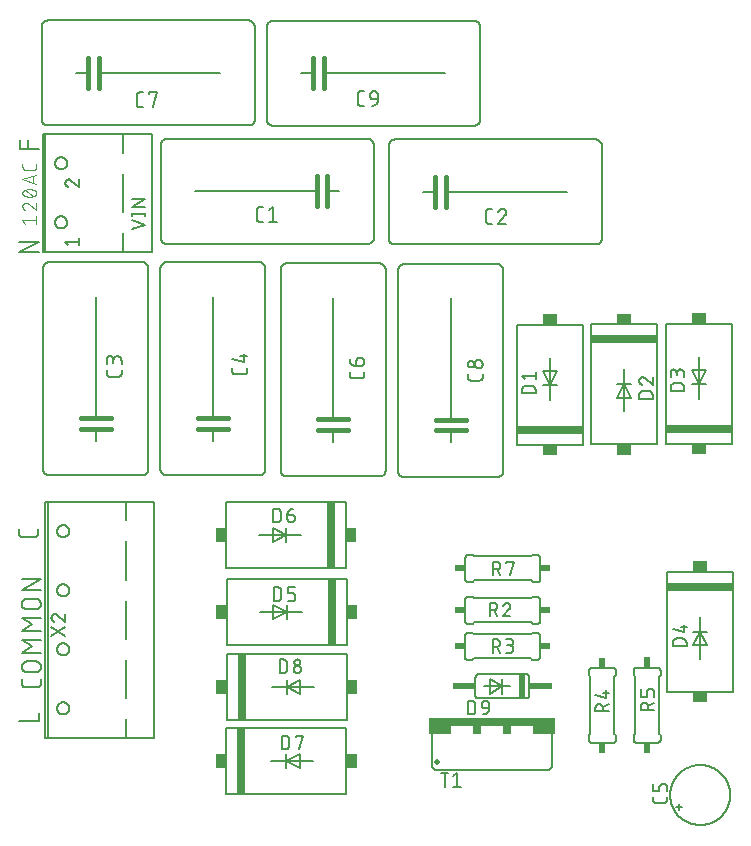
<source format=gbr>
G04 EAGLE Gerber RS-274X export*
G75*
%MOMM*%
%FSLAX34Y34*%
%LPD*%
%INSilkscreen Top*%
%IPPOS*%
%AMOC8*
5,1,8,0,0,1.08239X$1,22.5*%
G01*
%ADD10C,0.101600*%
%ADD11C,0.152400*%
%ADD12C,0.406400*%
%ADD13C,0.127000*%
%ADD14R,5.588000X0.762000*%
%ADD15R,1.270000X0.889000*%
%ADD16R,0.762000X5.588000*%
%ADD17R,0.889000X1.270000*%
%ADD18R,0.508000X2.032000*%
%ADD19R,1.905000X0.508000*%
%ADD20R,0.863600X0.609600*%
%ADD21R,0.609600X0.863600*%
%ADD22C,0.508000*%
%ADD23R,10.668000X0.635000*%
%ADD24R,1.905000X0.635000*%
%ADD25R,0.762000X0.635000*%


D10*
X-10775Y759759D02*
X-13371Y763005D01*
X-1687Y763005D01*
X-1687Y766250D02*
X-1687Y759759D01*
X-13371Y774759D02*
X-13369Y774866D01*
X-13363Y774972D01*
X-13353Y775078D01*
X-13340Y775184D01*
X-13322Y775290D01*
X-13301Y775394D01*
X-13276Y775498D01*
X-13247Y775601D01*
X-13215Y775702D01*
X-13178Y775802D01*
X-13138Y775901D01*
X-13095Y775999D01*
X-13048Y776095D01*
X-12997Y776189D01*
X-12943Y776281D01*
X-12886Y776371D01*
X-12826Y776459D01*
X-12762Y776544D01*
X-12695Y776627D01*
X-12625Y776708D01*
X-12553Y776786D01*
X-12477Y776862D01*
X-12399Y776934D01*
X-12318Y777004D01*
X-12235Y777071D01*
X-12150Y777135D01*
X-12062Y777195D01*
X-11972Y777252D01*
X-11880Y777306D01*
X-11786Y777357D01*
X-11690Y777404D01*
X-11592Y777447D01*
X-11493Y777487D01*
X-11393Y777524D01*
X-11292Y777556D01*
X-11189Y777585D01*
X-11085Y777610D01*
X-10981Y777631D01*
X-10875Y777649D01*
X-10769Y777662D01*
X-10663Y777672D01*
X-10557Y777678D01*
X-10450Y777680D01*
X-13372Y774759D02*
X-13370Y774638D01*
X-13364Y774517D01*
X-13354Y774397D01*
X-13341Y774276D01*
X-13323Y774157D01*
X-13302Y774037D01*
X-13277Y773919D01*
X-13248Y773802D01*
X-13215Y773685D01*
X-13179Y773570D01*
X-13138Y773456D01*
X-13095Y773343D01*
X-13047Y773231D01*
X-12996Y773122D01*
X-12941Y773014D01*
X-12883Y772907D01*
X-12822Y772803D01*
X-12757Y772701D01*
X-12689Y772601D01*
X-12618Y772503D01*
X-12544Y772407D01*
X-12467Y772314D01*
X-12386Y772224D01*
X-12303Y772136D01*
X-12217Y772051D01*
X-12128Y771968D01*
X-12037Y771889D01*
X-11943Y771812D01*
X-11847Y771739D01*
X-11749Y771669D01*
X-11648Y771602D01*
X-11545Y771538D01*
X-11440Y771478D01*
X-11333Y771421D01*
X-11225Y771367D01*
X-11115Y771317D01*
X-11003Y771271D01*
X-10890Y771228D01*
X-10775Y771189D01*
X-8178Y776707D02*
X-8255Y776786D01*
X-8336Y776862D01*
X-8419Y776935D01*
X-8504Y777005D01*
X-8592Y777072D01*
X-8682Y777136D01*
X-8774Y777196D01*
X-8869Y777253D01*
X-8965Y777307D01*
X-9063Y777358D01*
X-9163Y777405D01*
X-9265Y777449D01*
X-9368Y777489D01*
X-9472Y777525D01*
X-9578Y777557D01*
X-9684Y777586D01*
X-9792Y777611D01*
X-9900Y777633D01*
X-10010Y777650D01*
X-10119Y777664D01*
X-10229Y777673D01*
X-10340Y777679D01*
X-10450Y777681D01*
X-8178Y776707D02*
X-1687Y771189D01*
X-1687Y777680D01*
X-7529Y782620D02*
X-7759Y782623D01*
X-7989Y782631D01*
X-8218Y782645D01*
X-8447Y782664D01*
X-8676Y782689D01*
X-8903Y782719D01*
X-9131Y782754D01*
X-9357Y782795D01*
X-9582Y782841D01*
X-9806Y782893D01*
X-10028Y782950D01*
X-10250Y783012D01*
X-10469Y783080D01*
X-10687Y783153D01*
X-10904Y783231D01*
X-11118Y783314D01*
X-11330Y783402D01*
X-11540Y783495D01*
X-11748Y783594D01*
X-11749Y783593D02*
X-11839Y783626D01*
X-11928Y783662D01*
X-12016Y783702D01*
X-12101Y783746D01*
X-12185Y783793D01*
X-12267Y783843D01*
X-12347Y783897D01*
X-12424Y783953D01*
X-12500Y784013D01*
X-12573Y784076D01*
X-12643Y784141D01*
X-12711Y784210D01*
X-12775Y784281D01*
X-12837Y784354D01*
X-12896Y784430D01*
X-12952Y784508D01*
X-13005Y784589D01*
X-13054Y784671D01*
X-13100Y784755D01*
X-13143Y784842D01*
X-13182Y784929D01*
X-13218Y785019D01*
X-13250Y785109D01*
X-13278Y785201D01*
X-13303Y785294D01*
X-13324Y785388D01*
X-13341Y785482D01*
X-13355Y785577D01*
X-13364Y785673D01*
X-13370Y785769D01*
X-13372Y785865D01*
X-13370Y785961D01*
X-13364Y786057D01*
X-13355Y786153D01*
X-13341Y786248D01*
X-13324Y786342D01*
X-13303Y786436D01*
X-13278Y786529D01*
X-13250Y786621D01*
X-13218Y786711D01*
X-13182Y786801D01*
X-13143Y786888D01*
X-13100Y786975D01*
X-13054Y787059D01*
X-13005Y787141D01*
X-12952Y787222D01*
X-12896Y787300D01*
X-12837Y787376D01*
X-12775Y787449D01*
X-12711Y787520D01*
X-12643Y787589D01*
X-12573Y787654D01*
X-12500Y787717D01*
X-12424Y787777D01*
X-12347Y787833D01*
X-12267Y787887D01*
X-12185Y787937D01*
X-12101Y787984D01*
X-12016Y788028D01*
X-11928Y788068D01*
X-11839Y788104D01*
X-11749Y788137D01*
X-11748Y788137D02*
X-11541Y788236D01*
X-11331Y788329D01*
X-11118Y788417D01*
X-10904Y788500D01*
X-10688Y788578D01*
X-10470Y788651D01*
X-10250Y788719D01*
X-10029Y788781D01*
X-9806Y788838D01*
X-9582Y788890D01*
X-9357Y788936D01*
X-9131Y788977D01*
X-8904Y789012D01*
X-8676Y789042D01*
X-8447Y789067D01*
X-8218Y789086D01*
X-7989Y789100D01*
X-7759Y789108D01*
X-7529Y789111D01*
X-7529Y782619D02*
X-7299Y782622D01*
X-7069Y782630D01*
X-6840Y782644D01*
X-6611Y782663D01*
X-6382Y782688D01*
X-6154Y782718D01*
X-5927Y782753D01*
X-5701Y782794D01*
X-5476Y782840D01*
X-5252Y782892D01*
X-5029Y782949D01*
X-4808Y783011D01*
X-4588Y783079D01*
X-4370Y783152D01*
X-4154Y783230D01*
X-3940Y783313D01*
X-3728Y783401D01*
X-3517Y783494D01*
X-3310Y783593D01*
X-3220Y783626D01*
X-3131Y783662D01*
X-3043Y783703D01*
X-2958Y783746D01*
X-2874Y783793D01*
X-2792Y783843D01*
X-2712Y783897D01*
X-2635Y783953D01*
X-2559Y784013D01*
X-2486Y784076D01*
X-2416Y784141D01*
X-2348Y784210D01*
X-2284Y784281D01*
X-2222Y784354D01*
X-2163Y784430D01*
X-2107Y784508D01*
X-2054Y784589D01*
X-2005Y784671D01*
X-1959Y784755D01*
X-1916Y784842D01*
X-1877Y784929D01*
X-1841Y785019D01*
X-1809Y785109D01*
X-1781Y785201D01*
X-1756Y785294D01*
X-1735Y785388D01*
X-1718Y785482D01*
X-1704Y785577D01*
X-1695Y785673D01*
X-1689Y785769D01*
X-1687Y785865D01*
X-3310Y788136D02*
X-3517Y788235D01*
X-3728Y788328D01*
X-3940Y788416D01*
X-4154Y788499D01*
X-4370Y788577D01*
X-4588Y788650D01*
X-4808Y788718D01*
X-5029Y788780D01*
X-5252Y788837D01*
X-5476Y788889D01*
X-5701Y788935D01*
X-5927Y788976D01*
X-6154Y789011D01*
X-6382Y789041D01*
X-6611Y789066D01*
X-6840Y789085D01*
X-7069Y789099D01*
X-7299Y789107D01*
X-7529Y789110D01*
X-3310Y788137D02*
X-3220Y788104D01*
X-3131Y788068D01*
X-3043Y788028D01*
X-2958Y787984D01*
X-2874Y787937D01*
X-2792Y787887D01*
X-2712Y787833D01*
X-2635Y787777D01*
X-2559Y787717D01*
X-2486Y787654D01*
X-2416Y787589D01*
X-2348Y787520D01*
X-2284Y787449D01*
X-2222Y787376D01*
X-2163Y787300D01*
X-2107Y787222D01*
X-2054Y787141D01*
X-2005Y787059D01*
X-1959Y786975D01*
X-1916Y786888D01*
X-1877Y786801D01*
X-1841Y786711D01*
X-1809Y786621D01*
X-1781Y786529D01*
X-1756Y786436D01*
X-1735Y786342D01*
X-1718Y786248D01*
X-1704Y786153D01*
X-1695Y786057D01*
X-1689Y785961D01*
X-1687Y785865D01*
X-4284Y783268D02*
X-10775Y788461D01*
X-13371Y797295D02*
X-1687Y793400D01*
X-1687Y801189D02*
X-13371Y797295D01*
X-4608Y800216D02*
X-4608Y794374D01*
X-1687Y808042D02*
X-1687Y810639D01*
X-1688Y808042D02*
X-1690Y807943D01*
X-1696Y807843D01*
X-1705Y807744D01*
X-1718Y807646D01*
X-1735Y807548D01*
X-1756Y807450D01*
X-1781Y807354D01*
X-1809Y807259D01*
X-1841Y807165D01*
X-1876Y807072D01*
X-1915Y806980D01*
X-1958Y806890D01*
X-2003Y806802D01*
X-2053Y806715D01*
X-2105Y806631D01*
X-2161Y806548D01*
X-2219Y806468D01*
X-2281Y806390D01*
X-2346Y806315D01*
X-2414Y806242D01*
X-2484Y806172D01*
X-2557Y806104D01*
X-2632Y806039D01*
X-2710Y805977D01*
X-2790Y805919D01*
X-2873Y805863D01*
X-2957Y805811D01*
X-3044Y805761D01*
X-3132Y805716D01*
X-3222Y805673D01*
X-3314Y805634D01*
X-3407Y805599D01*
X-3501Y805567D01*
X-3596Y805539D01*
X-3692Y805514D01*
X-3790Y805493D01*
X-3888Y805476D01*
X-3986Y805463D01*
X-4085Y805454D01*
X-4185Y805448D01*
X-4284Y805446D01*
X-10775Y805446D01*
X-10874Y805448D01*
X-10974Y805454D01*
X-11073Y805463D01*
X-11171Y805476D01*
X-11269Y805493D01*
X-11367Y805514D01*
X-11463Y805539D01*
X-11558Y805567D01*
X-11652Y805599D01*
X-11745Y805634D01*
X-11837Y805673D01*
X-11927Y805716D01*
X-12015Y805761D01*
X-12102Y805811D01*
X-12186Y805863D01*
X-12269Y805919D01*
X-12349Y805977D01*
X-12427Y806039D01*
X-12502Y806104D01*
X-12575Y806172D01*
X-12645Y806242D01*
X-12713Y806315D01*
X-12778Y806390D01*
X-12840Y806468D01*
X-12898Y806548D01*
X-12954Y806631D01*
X-13006Y806715D01*
X-13056Y806802D01*
X-13101Y806890D01*
X-13144Y806980D01*
X-13183Y807072D01*
X-13218Y807164D01*
X-13250Y807259D01*
X-13278Y807354D01*
X-13303Y807450D01*
X-13324Y807548D01*
X-13341Y807646D01*
X-13354Y807744D01*
X-13363Y807843D01*
X-13369Y807943D01*
X-13371Y808042D01*
X-13371Y810639D01*
D11*
X-15918Y735629D02*
X338Y735629D01*
X338Y744661D02*
X-15918Y735629D01*
X-15918Y744661D02*
X338Y744661D01*
X613Y823370D02*
X-15644Y823370D01*
X-15644Y830594D01*
X-8419Y830594D02*
X-8419Y823370D01*
X-189Y501707D02*
X-189Y498094D01*
X-190Y498094D02*
X-192Y497976D01*
X-198Y497858D01*
X-207Y497740D01*
X-221Y497623D01*
X-238Y497506D01*
X-259Y497389D01*
X-284Y497274D01*
X-313Y497159D01*
X-346Y497045D01*
X-382Y496933D01*
X-422Y496822D01*
X-465Y496712D01*
X-512Y496603D01*
X-562Y496496D01*
X-617Y496391D01*
X-674Y496288D01*
X-735Y496187D01*
X-799Y496087D01*
X-866Y495990D01*
X-936Y495895D01*
X-1010Y495803D01*
X-1086Y495712D01*
X-1166Y495625D01*
X-1248Y495540D01*
X-1333Y495458D01*
X-1420Y495378D01*
X-1511Y495302D01*
X-1603Y495228D01*
X-1698Y495158D01*
X-1795Y495091D01*
X-1895Y495027D01*
X-1996Y494966D01*
X-2099Y494909D01*
X-2204Y494854D01*
X-2311Y494804D01*
X-2420Y494757D01*
X-2530Y494714D01*
X-2641Y494674D01*
X-2753Y494638D01*
X-2867Y494605D01*
X-2982Y494576D01*
X-3097Y494551D01*
X-3214Y494530D01*
X-3331Y494513D01*
X-3448Y494499D01*
X-3566Y494490D01*
X-3684Y494484D01*
X-3802Y494482D01*
X-12833Y494482D01*
X-12833Y494483D02*
X-12951Y494485D01*
X-13069Y494491D01*
X-13187Y494500D01*
X-13304Y494514D01*
X-13421Y494531D01*
X-13538Y494552D01*
X-13653Y494577D01*
X-13768Y494606D01*
X-13882Y494639D01*
X-13994Y494675D01*
X-14105Y494715D01*
X-14215Y494758D01*
X-14324Y494805D01*
X-14431Y494855D01*
X-14536Y494909D01*
X-14639Y494967D01*
X-14740Y495028D01*
X-14840Y495092D01*
X-14937Y495159D01*
X-15032Y495229D01*
X-15124Y495303D01*
X-15215Y495379D01*
X-15302Y495459D01*
X-15387Y495541D01*
X-15469Y495626D01*
X-15549Y495713D01*
X-15625Y495804D01*
X-15699Y495896D01*
X-15769Y495991D01*
X-15836Y496088D01*
X-15900Y496188D01*
X-15961Y496289D01*
X-16018Y496392D01*
X-16072Y496497D01*
X-16123Y496604D01*
X-16170Y496713D01*
X-16213Y496823D01*
X-16253Y496934D01*
X-16289Y497046D01*
X-16322Y497160D01*
X-16351Y497275D01*
X-16376Y497390D01*
X-16397Y497507D01*
X-16414Y497624D01*
X-16428Y497741D01*
X-16437Y497859D01*
X-16443Y497977D01*
X-16445Y498095D01*
X-16445Y498094D02*
X-16445Y501707D01*
X2292Y374481D02*
X2292Y370869D01*
X2291Y370869D02*
X2289Y370751D01*
X2283Y370633D01*
X2274Y370515D01*
X2260Y370398D01*
X2243Y370281D01*
X2222Y370164D01*
X2197Y370049D01*
X2168Y369934D01*
X2135Y369820D01*
X2099Y369708D01*
X2059Y369597D01*
X2016Y369487D01*
X1969Y369378D01*
X1919Y369271D01*
X1864Y369166D01*
X1807Y369063D01*
X1746Y368962D01*
X1682Y368862D01*
X1615Y368765D01*
X1545Y368670D01*
X1471Y368578D01*
X1395Y368487D01*
X1315Y368400D01*
X1233Y368315D01*
X1148Y368233D01*
X1061Y368153D01*
X970Y368077D01*
X878Y368003D01*
X783Y367933D01*
X686Y367866D01*
X586Y367802D01*
X485Y367741D01*
X382Y367684D01*
X277Y367629D01*
X170Y367579D01*
X61Y367532D01*
X-49Y367489D01*
X-160Y367449D01*
X-272Y367413D01*
X-386Y367380D01*
X-501Y367351D01*
X-616Y367326D01*
X-733Y367305D01*
X-850Y367288D01*
X-967Y367274D01*
X-1085Y367265D01*
X-1203Y367259D01*
X-1321Y367257D01*
X-1321Y367256D02*
X-10352Y367256D01*
X-10352Y367257D02*
X-10470Y367259D01*
X-10588Y367265D01*
X-10706Y367274D01*
X-10823Y367288D01*
X-10940Y367305D01*
X-11057Y367326D01*
X-11172Y367351D01*
X-11287Y367380D01*
X-11401Y367413D01*
X-11513Y367449D01*
X-11624Y367489D01*
X-11734Y367532D01*
X-11843Y367579D01*
X-11950Y367629D01*
X-12055Y367683D01*
X-12158Y367741D01*
X-12259Y367802D01*
X-12359Y367866D01*
X-12456Y367933D01*
X-12551Y368003D01*
X-12643Y368077D01*
X-12734Y368153D01*
X-12821Y368233D01*
X-12906Y368315D01*
X-12988Y368400D01*
X-13068Y368487D01*
X-13144Y368578D01*
X-13218Y368670D01*
X-13288Y368765D01*
X-13355Y368862D01*
X-13419Y368962D01*
X-13480Y369063D01*
X-13537Y369166D01*
X-13591Y369271D01*
X-13642Y369378D01*
X-13689Y369487D01*
X-13732Y369597D01*
X-13772Y369708D01*
X-13808Y369820D01*
X-13841Y369934D01*
X-13870Y370049D01*
X-13895Y370164D01*
X-13916Y370281D01*
X-13933Y370398D01*
X-13947Y370515D01*
X-13956Y370633D01*
X-13962Y370751D01*
X-13964Y370869D01*
X-13964Y374481D01*
X-9449Y380322D02*
X-2224Y380322D01*
X-9449Y380321D02*
X-9582Y380323D01*
X-9714Y380329D01*
X-9846Y380339D01*
X-9978Y380352D01*
X-10110Y380370D01*
X-10240Y380391D01*
X-10371Y380416D01*
X-10500Y380445D01*
X-10628Y380478D01*
X-10756Y380514D01*
X-10882Y380554D01*
X-11007Y380598D01*
X-11131Y380646D01*
X-11253Y380697D01*
X-11374Y380752D01*
X-11493Y380810D01*
X-11611Y380872D01*
X-11726Y380937D01*
X-11840Y381006D01*
X-11951Y381077D01*
X-12060Y381153D01*
X-12167Y381231D01*
X-12272Y381312D01*
X-12374Y381397D01*
X-12474Y381484D01*
X-12571Y381574D01*
X-12666Y381667D01*
X-12757Y381763D01*
X-12846Y381861D01*
X-12932Y381962D01*
X-13015Y382066D01*
X-13095Y382172D01*
X-13171Y382280D01*
X-13245Y382390D01*
X-13315Y382503D01*
X-13382Y382617D01*
X-13445Y382734D01*
X-13505Y382852D01*
X-13562Y382972D01*
X-13615Y383094D01*
X-13664Y383217D01*
X-13710Y383341D01*
X-13752Y383467D01*
X-13790Y383594D01*
X-13825Y383722D01*
X-13856Y383851D01*
X-13883Y383980D01*
X-13906Y384111D01*
X-13926Y384242D01*
X-13941Y384374D01*
X-13953Y384506D01*
X-13961Y384638D01*
X-13965Y384771D01*
X-13965Y384903D01*
X-13961Y385036D01*
X-13953Y385168D01*
X-13941Y385300D01*
X-13926Y385432D01*
X-13906Y385563D01*
X-13883Y385694D01*
X-13856Y385823D01*
X-13825Y385952D01*
X-13790Y386080D01*
X-13752Y386207D01*
X-13710Y386333D01*
X-13664Y386457D01*
X-13615Y386580D01*
X-13562Y386702D01*
X-13505Y386822D01*
X-13445Y386940D01*
X-13382Y387057D01*
X-13315Y387171D01*
X-13245Y387284D01*
X-13171Y387394D01*
X-13095Y387502D01*
X-13015Y387608D01*
X-12932Y387712D01*
X-12846Y387813D01*
X-12757Y387911D01*
X-12666Y388007D01*
X-12571Y388100D01*
X-12474Y388190D01*
X-12374Y388277D01*
X-12272Y388362D01*
X-12167Y388443D01*
X-12060Y388521D01*
X-11951Y388597D01*
X-11840Y388668D01*
X-11726Y388737D01*
X-11611Y388802D01*
X-11493Y388864D01*
X-11374Y388922D01*
X-11253Y388977D01*
X-11131Y389028D01*
X-11007Y389076D01*
X-10882Y389120D01*
X-10756Y389160D01*
X-10628Y389196D01*
X-10500Y389229D01*
X-10371Y389258D01*
X-10240Y389283D01*
X-10110Y389304D01*
X-9978Y389322D01*
X-9846Y389335D01*
X-9714Y389345D01*
X-9582Y389351D01*
X-9449Y389353D01*
X-2224Y389353D01*
X-2091Y389351D01*
X-1959Y389345D01*
X-1827Y389335D01*
X-1695Y389322D01*
X-1563Y389304D01*
X-1433Y389283D01*
X-1302Y389258D01*
X-1173Y389229D01*
X-1045Y389196D01*
X-917Y389160D01*
X-791Y389120D01*
X-666Y389076D01*
X-542Y389028D01*
X-420Y388977D01*
X-299Y388922D01*
X-180Y388864D01*
X-62Y388802D01*
X53Y388737D01*
X167Y388668D01*
X278Y388597D01*
X387Y388521D01*
X494Y388443D01*
X599Y388362D01*
X701Y388277D01*
X801Y388190D01*
X898Y388100D01*
X993Y388007D01*
X1084Y387911D01*
X1173Y387813D01*
X1259Y387712D01*
X1342Y387608D01*
X1422Y387502D01*
X1498Y387394D01*
X1572Y387284D01*
X1642Y387171D01*
X1709Y387057D01*
X1772Y386940D01*
X1832Y386822D01*
X1889Y386702D01*
X1942Y386580D01*
X1991Y386457D01*
X2037Y386333D01*
X2079Y386207D01*
X2117Y386080D01*
X2152Y385952D01*
X2183Y385823D01*
X2210Y385694D01*
X2233Y385563D01*
X2253Y385432D01*
X2268Y385300D01*
X2280Y385168D01*
X2288Y385036D01*
X2292Y384903D01*
X2292Y384771D01*
X2288Y384638D01*
X2280Y384506D01*
X2268Y384374D01*
X2253Y384242D01*
X2233Y384111D01*
X2210Y383980D01*
X2183Y383851D01*
X2152Y383722D01*
X2117Y383594D01*
X2079Y383467D01*
X2037Y383341D01*
X1991Y383217D01*
X1942Y383094D01*
X1889Y382972D01*
X1832Y382852D01*
X1772Y382734D01*
X1709Y382617D01*
X1642Y382503D01*
X1572Y382390D01*
X1498Y382280D01*
X1422Y382172D01*
X1342Y382066D01*
X1259Y381962D01*
X1173Y381861D01*
X1084Y381763D01*
X993Y381667D01*
X898Y381574D01*
X801Y381484D01*
X701Y381397D01*
X599Y381312D01*
X494Y381231D01*
X387Y381153D01*
X278Y381077D01*
X167Y381006D01*
X53Y380937D01*
X-62Y380872D01*
X-180Y380810D01*
X-299Y380752D01*
X-420Y380697D01*
X-542Y380646D01*
X-666Y380598D01*
X-791Y380554D01*
X-917Y380514D01*
X-1045Y380478D01*
X-1173Y380445D01*
X-1302Y380416D01*
X-1433Y380391D01*
X-1563Y380370D01*
X-1695Y380352D01*
X-1827Y380339D01*
X-1959Y380329D01*
X-2091Y380323D01*
X-2224Y380321D01*
X2292Y396613D02*
X-13964Y396613D01*
X-4933Y402032D01*
X-13964Y407450D01*
X2292Y407450D01*
X2292Y415371D02*
X-13964Y415371D01*
X-4933Y420789D01*
X-13964Y426208D01*
X2292Y426208D01*
X-2224Y433468D02*
X-9449Y433468D01*
X-9582Y433470D01*
X-9714Y433476D01*
X-9846Y433486D01*
X-9978Y433499D01*
X-10110Y433517D01*
X-10240Y433538D01*
X-10371Y433563D01*
X-10500Y433592D01*
X-10628Y433625D01*
X-10756Y433661D01*
X-10882Y433701D01*
X-11007Y433745D01*
X-11131Y433793D01*
X-11253Y433844D01*
X-11374Y433899D01*
X-11493Y433957D01*
X-11611Y434019D01*
X-11726Y434084D01*
X-11840Y434153D01*
X-11951Y434224D01*
X-12060Y434300D01*
X-12167Y434378D01*
X-12272Y434459D01*
X-12374Y434544D01*
X-12474Y434631D01*
X-12571Y434721D01*
X-12666Y434814D01*
X-12757Y434910D01*
X-12846Y435008D01*
X-12932Y435109D01*
X-13015Y435213D01*
X-13095Y435319D01*
X-13171Y435427D01*
X-13245Y435537D01*
X-13315Y435650D01*
X-13382Y435764D01*
X-13445Y435881D01*
X-13505Y435999D01*
X-13562Y436119D01*
X-13615Y436241D01*
X-13664Y436364D01*
X-13710Y436488D01*
X-13752Y436614D01*
X-13790Y436741D01*
X-13825Y436869D01*
X-13856Y436998D01*
X-13883Y437127D01*
X-13906Y437258D01*
X-13926Y437389D01*
X-13941Y437521D01*
X-13953Y437653D01*
X-13961Y437785D01*
X-13965Y437918D01*
X-13965Y438050D01*
X-13961Y438183D01*
X-13953Y438315D01*
X-13941Y438447D01*
X-13926Y438579D01*
X-13906Y438710D01*
X-13883Y438841D01*
X-13856Y438970D01*
X-13825Y439099D01*
X-13790Y439227D01*
X-13752Y439354D01*
X-13710Y439480D01*
X-13664Y439604D01*
X-13615Y439727D01*
X-13562Y439849D01*
X-13505Y439969D01*
X-13445Y440087D01*
X-13382Y440204D01*
X-13315Y440318D01*
X-13245Y440431D01*
X-13171Y440541D01*
X-13095Y440649D01*
X-13015Y440755D01*
X-12932Y440859D01*
X-12846Y440960D01*
X-12757Y441058D01*
X-12666Y441154D01*
X-12571Y441247D01*
X-12474Y441337D01*
X-12374Y441424D01*
X-12272Y441509D01*
X-12167Y441590D01*
X-12060Y441668D01*
X-11951Y441744D01*
X-11840Y441815D01*
X-11726Y441884D01*
X-11611Y441949D01*
X-11493Y442011D01*
X-11374Y442069D01*
X-11253Y442124D01*
X-11131Y442175D01*
X-11007Y442223D01*
X-10882Y442267D01*
X-10756Y442307D01*
X-10628Y442343D01*
X-10500Y442376D01*
X-10371Y442405D01*
X-10240Y442430D01*
X-10110Y442451D01*
X-9978Y442469D01*
X-9846Y442482D01*
X-9714Y442492D01*
X-9582Y442498D01*
X-9449Y442500D01*
X-9449Y442499D02*
X-2224Y442499D01*
X-2224Y442500D02*
X-2091Y442498D01*
X-1959Y442492D01*
X-1827Y442482D01*
X-1695Y442469D01*
X-1563Y442451D01*
X-1433Y442430D01*
X-1302Y442405D01*
X-1173Y442376D01*
X-1045Y442343D01*
X-917Y442307D01*
X-791Y442267D01*
X-666Y442223D01*
X-542Y442175D01*
X-420Y442124D01*
X-299Y442069D01*
X-180Y442011D01*
X-62Y441949D01*
X53Y441884D01*
X167Y441815D01*
X278Y441744D01*
X387Y441668D01*
X494Y441590D01*
X599Y441509D01*
X701Y441424D01*
X801Y441337D01*
X898Y441247D01*
X993Y441154D01*
X1084Y441058D01*
X1173Y440960D01*
X1259Y440859D01*
X1342Y440755D01*
X1422Y440649D01*
X1498Y440541D01*
X1572Y440431D01*
X1642Y440318D01*
X1709Y440204D01*
X1772Y440087D01*
X1832Y439969D01*
X1889Y439849D01*
X1942Y439727D01*
X1991Y439604D01*
X2037Y439480D01*
X2079Y439354D01*
X2117Y439227D01*
X2152Y439099D01*
X2183Y438970D01*
X2210Y438841D01*
X2233Y438710D01*
X2253Y438579D01*
X2268Y438447D01*
X2280Y438315D01*
X2288Y438183D01*
X2292Y438050D01*
X2292Y437918D01*
X2288Y437785D01*
X2280Y437653D01*
X2268Y437521D01*
X2253Y437389D01*
X2233Y437258D01*
X2210Y437127D01*
X2183Y436998D01*
X2152Y436869D01*
X2117Y436741D01*
X2079Y436614D01*
X2037Y436488D01*
X1991Y436364D01*
X1942Y436241D01*
X1889Y436119D01*
X1832Y435999D01*
X1772Y435881D01*
X1709Y435764D01*
X1642Y435650D01*
X1572Y435537D01*
X1498Y435427D01*
X1422Y435319D01*
X1342Y435213D01*
X1259Y435109D01*
X1173Y435008D01*
X1084Y434910D01*
X993Y434814D01*
X898Y434721D01*
X801Y434631D01*
X701Y434544D01*
X599Y434459D01*
X494Y434378D01*
X387Y434300D01*
X278Y434224D01*
X167Y434153D01*
X53Y434084D01*
X-62Y434019D01*
X-180Y433957D01*
X-299Y433899D01*
X-420Y433844D01*
X-542Y433793D01*
X-666Y433745D01*
X-791Y433701D01*
X-917Y433661D01*
X-1045Y433625D01*
X-1173Y433592D01*
X-1302Y433563D01*
X-1433Y433538D01*
X-1563Y433517D01*
X-1695Y433499D01*
X-1827Y433486D01*
X-1959Y433476D01*
X-2091Y433470D01*
X-2224Y433468D01*
X2292Y449620D02*
X-13964Y449620D01*
X2292Y458651D01*
X-13964Y458651D01*
X-15873Y338560D02*
X383Y338560D01*
X383Y345785D01*
D12*
X244746Y774615D02*
X244746Y787315D01*
X244746Y800015D01*
X235856Y787315D02*
X235856Y774615D01*
X235856Y787315D02*
X235856Y800015D01*
D11*
X235856Y787315D02*
X132986Y787315D01*
X244746Y787315D02*
X254906Y787315D01*
X103776Y747945D02*
X103776Y826685D01*
X108856Y831765D02*
X279036Y831765D01*
X284116Y826685D02*
X284116Y747945D01*
X279036Y742865D02*
X108856Y742865D01*
X108716Y742867D01*
X108576Y742873D01*
X108436Y742882D01*
X108297Y742896D01*
X108158Y742913D01*
X108020Y742934D01*
X107882Y742959D01*
X107745Y742988D01*
X107609Y743020D01*
X107474Y743057D01*
X107340Y743097D01*
X107207Y743140D01*
X107075Y743188D01*
X106944Y743238D01*
X106815Y743293D01*
X106688Y743351D01*
X106562Y743412D01*
X106438Y743477D01*
X106316Y743546D01*
X106196Y743617D01*
X106078Y743692D01*
X105961Y743770D01*
X105847Y743852D01*
X105736Y743936D01*
X105627Y744024D01*
X105520Y744114D01*
X105415Y744208D01*
X105314Y744304D01*
X105215Y744403D01*
X105119Y744504D01*
X105025Y744609D01*
X104935Y744716D01*
X104847Y744825D01*
X104763Y744936D01*
X104681Y745050D01*
X104603Y745167D01*
X104528Y745285D01*
X104457Y745405D01*
X104388Y745527D01*
X104323Y745651D01*
X104262Y745777D01*
X104204Y745904D01*
X104149Y746033D01*
X104099Y746164D01*
X104051Y746296D01*
X104008Y746429D01*
X103968Y746563D01*
X103931Y746698D01*
X103899Y746834D01*
X103870Y746971D01*
X103845Y747109D01*
X103824Y747247D01*
X103807Y747386D01*
X103793Y747525D01*
X103784Y747665D01*
X103778Y747805D01*
X103776Y747945D01*
X103776Y826685D02*
X103778Y826825D01*
X103784Y826965D01*
X103793Y827105D01*
X103807Y827244D01*
X103824Y827383D01*
X103845Y827521D01*
X103870Y827659D01*
X103899Y827796D01*
X103931Y827932D01*
X103968Y828067D01*
X104008Y828201D01*
X104051Y828334D01*
X104099Y828466D01*
X104149Y828597D01*
X104204Y828726D01*
X104262Y828853D01*
X104323Y828979D01*
X104388Y829103D01*
X104457Y829225D01*
X104528Y829345D01*
X104603Y829463D01*
X104681Y829580D01*
X104763Y829694D01*
X104847Y829805D01*
X104935Y829914D01*
X105025Y830021D01*
X105119Y830126D01*
X105215Y830227D01*
X105314Y830326D01*
X105415Y830422D01*
X105520Y830516D01*
X105627Y830606D01*
X105736Y830694D01*
X105847Y830778D01*
X105961Y830860D01*
X106078Y830938D01*
X106196Y831013D01*
X106316Y831084D01*
X106438Y831153D01*
X106562Y831218D01*
X106688Y831279D01*
X106815Y831337D01*
X106944Y831392D01*
X107075Y831442D01*
X107207Y831490D01*
X107340Y831533D01*
X107474Y831573D01*
X107609Y831610D01*
X107745Y831642D01*
X107882Y831671D01*
X108020Y831696D01*
X108158Y831717D01*
X108297Y831734D01*
X108436Y831748D01*
X108576Y831757D01*
X108716Y831763D01*
X108856Y831765D01*
X279036Y831765D02*
X279176Y831763D01*
X279316Y831757D01*
X279456Y831748D01*
X279595Y831734D01*
X279734Y831717D01*
X279872Y831696D01*
X280010Y831671D01*
X280147Y831642D01*
X280283Y831610D01*
X280418Y831573D01*
X280552Y831533D01*
X280685Y831490D01*
X280817Y831442D01*
X280948Y831392D01*
X281077Y831337D01*
X281204Y831279D01*
X281330Y831218D01*
X281454Y831153D01*
X281576Y831084D01*
X281696Y831013D01*
X281814Y830938D01*
X281931Y830860D01*
X282045Y830778D01*
X282156Y830694D01*
X282265Y830606D01*
X282372Y830516D01*
X282477Y830422D01*
X282578Y830326D01*
X282677Y830227D01*
X282773Y830126D01*
X282867Y830021D01*
X282957Y829914D01*
X283045Y829805D01*
X283129Y829694D01*
X283211Y829580D01*
X283289Y829463D01*
X283364Y829345D01*
X283435Y829225D01*
X283504Y829103D01*
X283569Y828979D01*
X283630Y828853D01*
X283688Y828726D01*
X283743Y828597D01*
X283793Y828466D01*
X283841Y828334D01*
X283884Y828201D01*
X283924Y828067D01*
X283961Y827932D01*
X283993Y827796D01*
X284022Y827659D01*
X284047Y827521D01*
X284068Y827383D01*
X284085Y827244D01*
X284099Y827105D01*
X284108Y826965D01*
X284114Y826825D01*
X284116Y826685D01*
X284116Y747945D02*
X284114Y747805D01*
X284108Y747665D01*
X284099Y747525D01*
X284085Y747386D01*
X284068Y747247D01*
X284047Y747109D01*
X284022Y746971D01*
X283993Y746834D01*
X283961Y746698D01*
X283924Y746563D01*
X283884Y746429D01*
X283841Y746296D01*
X283793Y746164D01*
X283743Y746033D01*
X283688Y745904D01*
X283630Y745777D01*
X283569Y745651D01*
X283504Y745527D01*
X283435Y745405D01*
X283364Y745285D01*
X283289Y745167D01*
X283211Y745050D01*
X283129Y744936D01*
X283045Y744825D01*
X282957Y744716D01*
X282867Y744609D01*
X282773Y744504D01*
X282677Y744403D01*
X282578Y744304D01*
X282477Y744208D01*
X282372Y744114D01*
X282265Y744024D01*
X282156Y743936D01*
X282045Y743852D01*
X281931Y743770D01*
X281814Y743692D01*
X281696Y743617D01*
X281576Y743546D01*
X281454Y743477D01*
X281330Y743412D01*
X281204Y743351D01*
X281077Y743293D01*
X280948Y743238D01*
X280817Y743188D01*
X280685Y743140D01*
X280552Y743097D01*
X280418Y743057D01*
X280283Y743020D01*
X280147Y742988D01*
X280010Y742959D01*
X279872Y742934D01*
X279734Y742913D01*
X279595Y742896D01*
X279456Y742882D01*
X279316Y742873D01*
X279176Y742867D01*
X279036Y742865D01*
X190385Y761662D02*
X187619Y761662D01*
X187619Y761661D02*
X187516Y761663D01*
X187412Y761669D01*
X187309Y761678D01*
X187207Y761692D01*
X187105Y761709D01*
X187004Y761730D01*
X186903Y761755D01*
X186804Y761784D01*
X186705Y761816D01*
X186608Y761852D01*
X186513Y761892D01*
X186419Y761935D01*
X186327Y761982D01*
X186236Y762032D01*
X186147Y762085D01*
X186061Y762142D01*
X185976Y762201D01*
X185894Y762264D01*
X185815Y762330D01*
X185738Y762399D01*
X185663Y762471D01*
X185591Y762546D01*
X185522Y762623D01*
X185456Y762702D01*
X185393Y762784D01*
X185334Y762869D01*
X185277Y762955D01*
X185224Y763044D01*
X185174Y763135D01*
X185127Y763227D01*
X185084Y763321D01*
X185044Y763416D01*
X185008Y763513D01*
X184976Y763612D01*
X184947Y763711D01*
X184922Y763812D01*
X184901Y763913D01*
X184884Y764015D01*
X184870Y764117D01*
X184861Y764220D01*
X184855Y764324D01*
X184853Y764427D01*
X184853Y771342D01*
X184855Y771445D01*
X184861Y771549D01*
X184870Y771652D01*
X184884Y771754D01*
X184901Y771856D01*
X184922Y771957D01*
X184947Y772058D01*
X184976Y772157D01*
X185008Y772256D01*
X185044Y772353D01*
X185084Y772448D01*
X185127Y772542D01*
X185174Y772634D01*
X185224Y772725D01*
X185277Y772814D01*
X185334Y772900D01*
X185393Y772984D01*
X185456Y773067D01*
X185522Y773146D01*
X185591Y773223D01*
X185663Y773298D01*
X185738Y773370D01*
X185815Y773439D01*
X185894Y773505D01*
X185976Y773568D01*
X186061Y773627D01*
X186147Y773684D01*
X186236Y773737D01*
X186327Y773787D01*
X186419Y773834D01*
X186513Y773877D01*
X186608Y773917D01*
X186705Y773953D01*
X186804Y773985D01*
X186903Y774014D01*
X187003Y774039D01*
X187105Y774060D01*
X187207Y774077D01*
X187309Y774091D01*
X187412Y774100D01*
X187516Y774106D01*
X187619Y774108D01*
X190385Y774108D01*
X195374Y771342D02*
X198831Y774108D01*
X198831Y761662D01*
X195374Y761662D02*
X202288Y761662D01*
D12*
X336187Y786758D02*
X336187Y799458D01*
X336187Y786758D02*
X336187Y774058D01*
X345077Y786758D02*
X345077Y799458D01*
X345077Y786758D02*
X345077Y774058D01*
D11*
X345077Y786758D02*
X447947Y786758D01*
X336187Y786758D02*
X326027Y786758D01*
X477157Y826128D02*
X477157Y747388D01*
X472077Y742308D02*
X301897Y742308D01*
X296817Y747388D02*
X296817Y826128D01*
X301897Y831208D02*
X472077Y831208D01*
X472217Y831206D01*
X472357Y831200D01*
X472497Y831191D01*
X472636Y831177D01*
X472775Y831160D01*
X472913Y831139D01*
X473051Y831114D01*
X473188Y831085D01*
X473324Y831053D01*
X473459Y831016D01*
X473593Y830976D01*
X473726Y830933D01*
X473858Y830885D01*
X473989Y830835D01*
X474118Y830780D01*
X474245Y830722D01*
X474371Y830661D01*
X474495Y830596D01*
X474617Y830527D01*
X474737Y830456D01*
X474855Y830381D01*
X474972Y830303D01*
X475086Y830221D01*
X475197Y830137D01*
X475306Y830049D01*
X475413Y829959D01*
X475518Y829865D01*
X475619Y829769D01*
X475718Y829670D01*
X475814Y829569D01*
X475908Y829464D01*
X475998Y829357D01*
X476086Y829248D01*
X476170Y829137D01*
X476252Y829023D01*
X476330Y828906D01*
X476405Y828788D01*
X476476Y828668D01*
X476545Y828546D01*
X476610Y828422D01*
X476671Y828296D01*
X476729Y828169D01*
X476784Y828040D01*
X476834Y827909D01*
X476882Y827777D01*
X476925Y827644D01*
X476965Y827510D01*
X477002Y827375D01*
X477034Y827239D01*
X477063Y827102D01*
X477088Y826964D01*
X477109Y826826D01*
X477126Y826687D01*
X477140Y826548D01*
X477149Y826408D01*
X477155Y826268D01*
X477157Y826128D01*
X477157Y747388D02*
X477155Y747248D01*
X477149Y747108D01*
X477140Y746968D01*
X477126Y746829D01*
X477109Y746690D01*
X477088Y746552D01*
X477063Y746414D01*
X477034Y746277D01*
X477002Y746141D01*
X476965Y746006D01*
X476925Y745872D01*
X476882Y745739D01*
X476834Y745607D01*
X476784Y745476D01*
X476729Y745347D01*
X476671Y745220D01*
X476610Y745094D01*
X476545Y744970D01*
X476476Y744848D01*
X476405Y744728D01*
X476330Y744610D01*
X476252Y744493D01*
X476170Y744379D01*
X476086Y744268D01*
X475998Y744159D01*
X475908Y744052D01*
X475814Y743947D01*
X475718Y743846D01*
X475619Y743747D01*
X475518Y743651D01*
X475413Y743557D01*
X475306Y743467D01*
X475197Y743379D01*
X475086Y743295D01*
X474972Y743213D01*
X474855Y743135D01*
X474737Y743060D01*
X474617Y742989D01*
X474495Y742920D01*
X474371Y742855D01*
X474245Y742794D01*
X474118Y742736D01*
X473989Y742681D01*
X473858Y742631D01*
X473726Y742583D01*
X473593Y742540D01*
X473459Y742500D01*
X473324Y742463D01*
X473188Y742431D01*
X473051Y742402D01*
X472913Y742377D01*
X472775Y742356D01*
X472636Y742339D01*
X472497Y742325D01*
X472357Y742316D01*
X472217Y742310D01*
X472077Y742308D01*
X301897Y742308D02*
X301757Y742310D01*
X301617Y742316D01*
X301477Y742325D01*
X301338Y742339D01*
X301199Y742356D01*
X301061Y742377D01*
X300923Y742402D01*
X300786Y742431D01*
X300650Y742463D01*
X300515Y742500D01*
X300381Y742540D01*
X300248Y742583D01*
X300116Y742631D01*
X299985Y742681D01*
X299856Y742736D01*
X299729Y742794D01*
X299603Y742855D01*
X299479Y742920D01*
X299357Y742989D01*
X299237Y743060D01*
X299119Y743135D01*
X299002Y743213D01*
X298888Y743295D01*
X298777Y743379D01*
X298668Y743467D01*
X298561Y743557D01*
X298456Y743651D01*
X298355Y743747D01*
X298256Y743846D01*
X298160Y743947D01*
X298066Y744052D01*
X297976Y744159D01*
X297888Y744268D01*
X297804Y744379D01*
X297722Y744493D01*
X297644Y744610D01*
X297569Y744728D01*
X297498Y744848D01*
X297429Y744970D01*
X297364Y745094D01*
X297303Y745220D01*
X297245Y745347D01*
X297190Y745476D01*
X297140Y745607D01*
X297092Y745739D01*
X297049Y745872D01*
X297009Y746006D01*
X296972Y746141D01*
X296940Y746277D01*
X296911Y746414D01*
X296886Y746552D01*
X296865Y746690D01*
X296848Y746829D01*
X296834Y746968D01*
X296825Y747108D01*
X296819Y747248D01*
X296817Y747388D01*
X296817Y826128D02*
X296819Y826268D01*
X296825Y826408D01*
X296834Y826548D01*
X296848Y826687D01*
X296865Y826826D01*
X296886Y826964D01*
X296911Y827102D01*
X296940Y827239D01*
X296972Y827375D01*
X297009Y827510D01*
X297049Y827644D01*
X297092Y827777D01*
X297140Y827909D01*
X297190Y828040D01*
X297245Y828169D01*
X297303Y828296D01*
X297364Y828422D01*
X297429Y828546D01*
X297498Y828668D01*
X297569Y828788D01*
X297644Y828906D01*
X297722Y829023D01*
X297804Y829137D01*
X297888Y829248D01*
X297976Y829357D01*
X298066Y829464D01*
X298160Y829569D01*
X298256Y829670D01*
X298355Y829769D01*
X298456Y829865D01*
X298561Y829959D01*
X298668Y830049D01*
X298777Y830137D01*
X298888Y830221D01*
X299002Y830303D01*
X299119Y830381D01*
X299237Y830456D01*
X299357Y830527D01*
X299479Y830596D01*
X299603Y830661D01*
X299729Y830722D01*
X299856Y830780D01*
X299985Y830835D01*
X300116Y830885D01*
X300248Y830933D01*
X300381Y830976D01*
X300515Y831016D01*
X300650Y831053D01*
X300786Y831085D01*
X300923Y831114D01*
X301061Y831139D01*
X301199Y831160D01*
X301338Y831177D01*
X301477Y831191D01*
X301617Y831200D01*
X301757Y831206D01*
X301897Y831208D01*
X381693Y759941D02*
X384459Y759941D01*
X381693Y759941D02*
X381590Y759943D01*
X381486Y759949D01*
X381383Y759958D01*
X381281Y759972D01*
X381179Y759989D01*
X381078Y760010D01*
X380977Y760035D01*
X380878Y760064D01*
X380779Y760096D01*
X380682Y760132D01*
X380587Y760172D01*
X380493Y760215D01*
X380401Y760262D01*
X380310Y760312D01*
X380221Y760365D01*
X380135Y760422D01*
X380050Y760481D01*
X379968Y760544D01*
X379889Y760610D01*
X379812Y760679D01*
X379737Y760751D01*
X379665Y760826D01*
X379596Y760903D01*
X379530Y760982D01*
X379467Y761064D01*
X379408Y761149D01*
X379351Y761235D01*
X379298Y761324D01*
X379248Y761415D01*
X379201Y761507D01*
X379158Y761601D01*
X379118Y761696D01*
X379082Y761793D01*
X379050Y761892D01*
X379021Y761991D01*
X378996Y762092D01*
X378975Y762193D01*
X378958Y762295D01*
X378944Y762397D01*
X378935Y762500D01*
X378929Y762604D01*
X378927Y762707D01*
X378927Y769621D01*
X378929Y769724D01*
X378935Y769828D01*
X378944Y769931D01*
X378958Y770033D01*
X378975Y770135D01*
X378996Y770236D01*
X379021Y770337D01*
X379050Y770436D01*
X379082Y770535D01*
X379118Y770632D01*
X379158Y770727D01*
X379201Y770821D01*
X379248Y770913D01*
X379298Y771004D01*
X379351Y771093D01*
X379408Y771179D01*
X379467Y771263D01*
X379530Y771346D01*
X379596Y771425D01*
X379665Y771502D01*
X379737Y771577D01*
X379812Y771649D01*
X379889Y771718D01*
X379968Y771784D01*
X380050Y771847D01*
X380135Y771906D01*
X380221Y771963D01*
X380310Y772016D01*
X380401Y772066D01*
X380493Y772113D01*
X380587Y772156D01*
X380682Y772196D01*
X380779Y772232D01*
X380878Y772264D01*
X380977Y772293D01*
X381077Y772318D01*
X381179Y772339D01*
X381281Y772356D01*
X381383Y772370D01*
X381486Y772379D01*
X381590Y772385D01*
X381693Y772387D01*
X384459Y772387D01*
X393251Y772387D02*
X393362Y772385D01*
X393473Y772379D01*
X393584Y772369D01*
X393694Y772355D01*
X393804Y772338D01*
X393913Y772316D01*
X394021Y772290D01*
X394128Y772261D01*
X394234Y772228D01*
X394339Y772191D01*
X394442Y772150D01*
X394544Y772106D01*
X394644Y772058D01*
X394742Y772006D01*
X394839Y771951D01*
X394933Y771893D01*
X395026Y771831D01*
X395116Y771766D01*
X395204Y771698D01*
X395289Y771627D01*
X395372Y771553D01*
X395452Y771476D01*
X395529Y771396D01*
X395603Y771313D01*
X395674Y771228D01*
X395742Y771140D01*
X395807Y771050D01*
X395869Y770957D01*
X395927Y770863D01*
X395982Y770766D01*
X396034Y770668D01*
X396082Y770568D01*
X396126Y770466D01*
X396167Y770363D01*
X396204Y770258D01*
X396237Y770152D01*
X396266Y770045D01*
X396292Y769937D01*
X396314Y769828D01*
X396331Y769718D01*
X396345Y769608D01*
X396355Y769497D01*
X396361Y769386D01*
X396363Y769275D01*
X393251Y772386D02*
X393125Y772384D01*
X393000Y772378D01*
X392875Y772368D01*
X392750Y772354D01*
X392625Y772337D01*
X392501Y772315D01*
X392378Y772290D01*
X392256Y772260D01*
X392135Y772227D01*
X392015Y772190D01*
X391896Y772149D01*
X391779Y772105D01*
X391662Y772057D01*
X391548Y772005D01*
X391435Y771950D01*
X391324Y771891D01*
X391215Y771829D01*
X391108Y771763D01*
X391003Y771694D01*
X390900Y771622D01*
X390800Y771546D01*
X390702Y771467D01*
X390606Y771386D01*
X390513Y771301D01*
X390423Y771214D01*
X390336Y771123D01*
X390251Y771030D01*
X390170Y770935D01*
X390091Y770837D01*
X390016Y770736D01*
X389943Y770633D01*
X389875Y770528D01*
X389809Y770421D01*
X389747Y770312D01*
X389688Y770201D01*
X389633Y770088D01*
X389581Y769973D01*
X389533Y769857D01*
X389489Y769739D01*
X389448Y769621D01*
X395325Y766855D02*
X395405Y766934D01*
X395483Y767016D01*
X395558Y767100D01*
X395629Y767187D01*
X395698Y767276D01*
X395764Y767368D01*
X395827Y767461D01*
X395887Y767557D01*
X395943Y767655D01*
X395996Y767754D01*
X396046Y767856D01*
X396092Y767958D01*
X396134Y768063D01*
X396174Y768169D01*
X396209Y768276D01*
X396241Y768384D01*
X396269Y768493D01*
X396294Y768603D01*
X396315Y768714D01*
X396332Y768825D01*
X396345Y768937D01*
X396354Y769050D01*
X396360Y769162D01*
X396362Y769275D01*
X395325Y766855D02*
X389448Y759941D01*
X396362Y759941D01*
D12*
X48646Y586448D02*
X35946Y586448D01*
X48646Y586448D02*
X61346Y586448D01*
X48646Y595338D02*
X35946Y595338D01*
X48646Y595338D02*
X61346Y595338D01*
D11*
X48646Y595338D02*
X48646Y698208D01*
X48646Y586448D02*
X48646Y576288D01*
X9276Y727418D02*
X88016Y727418D01*
X93096Y722338D02*
X93096Y552158D01*
X88016Y547078D02*
X9276Y547078D01*
X4196Y552158D02*
X4196Y722338D01*
X4198Y722478D01*
X4204Y722618D01*
X4213Y722758D01*
X4227Y722897D01*
X4244Y723036D01*
X4265Y723174D01*
X4290Y723312D01*
X4319Y723449D01*
X4351Y723585D01*
X4388Y723720D01*
X4428Y723854D01*
X4471Y723987D01*
X4519Y724119D01*
X4569Y724250D01*
X4624Y724379D01*
X4682Y724506D01*
X4743Y724632D01*
X4808Y724756D01*
X4877Y724878D01*
X4948Y724998D01*
X5023Y725116D01*
X5101Y725233D01*
X5183Y725347D01*
X5267Y725458D01*
X5355Y725567D01*
X5445Y725674D01*
X5539Y725779D01*
X5635Y725880D01*
X5734Y725979D01*
X5835Y726075D01*
X5940Y726169D01*
X6047Y726259D01*
X6156Y726347D01*
X6267Y726431D01*
X6381Y726513D01*
X6498Y726591D01*
X6616Y726666D01*
X6736Y726737D01*
X6858Y726806D01*
X6982Y726871D01*
X7108Y726932D01*
X7235Y726990D01*
X7364Y727045D01*
X7495Y727095D01*
X7627Y727143D01*
X7760Y727186D01*
X7894Y727226D01*
X8029Y727263D01*
X8165Y727295D01*
X8302Y727324D01*
X8440Y727349D01*
X8578Y727370D01*
X8717Y727387D01*
X8856Y727401D01*
X8996Y727410D01*
X9136Y727416D01*
X9276Y727418D01*
X88016Y727418D02*
X88156Y727416D01*
X88296Y727410D01*
X88436Y727401D01*
X88575Y727387D01*
X88714Y727370D01*
X88852Y727349D01*
X88990Y727324D01*
X89127Y727295D01*
X89263Y727263D01*
X89398Y727226D01*
X89532Y727186D01*
X89665Y727143D01*
X89797Y727095D01*
X89928Y727045D01*
X90057Y726990D01*
X90184Y726932D01*
X90310Y726871D01*
X90434Y726806D01*
X90556Y726737D01*
X90676Y726666D01*
X90794Y726591D01*
X90911Y726513D01*
X91025Y726431D01*
X91136Y726347D01*
X91245Y726259D01*
X91352Y726169D01*
X91457Y726075D01*
X91558Y725979D01*
X91657Y725880D01*
X91753Y725779D01*
X91847Y725674D01*
X91937Y725567D01*
X92025Y725458D01*
X92109Y725347D01*
X92191Y725233D01*
X92269Y725116D01*
X92344Y724998D01*
X92415Y724878D01*
X92484Y724756D01*
X92549Y724632D01*
X92610Y724506D01*
X92668Y724379D01*
X92723Y724250D01*
X92773Y724119D01*
X92821Y723987D01*
X92864Y723854D01*
X92904Y723720D01*
X92941Y723585D01*
X92973Y723449D01*
X93002Y723312D01*
X93027Y723174D01*
X93048Y723036D01*
X93065Y722897D01*
X93079Y722758D01*
X93088Y722618D01*
X93094Y722478D01*
X93096Y722338D01*
X93096Y552158D02*
X93094Y552018D01*
X93088Y551878D01*
X93079Y551738D01*
X93065Y551599D01*
X93048Y551460D01*
X93027Y551322D01*
X93002Y551184D01*
X92973Y551047D01*
X92941Y550911D01*
X92904Y550776D01*
X92864Y550642D01*
X92821Y550509D01*
X92773Y550377D01*
X92723Y550246D01*
X92668Y550117D01*
X92610Y549990D01*
X92549Y549864D01*
X92484Y549740D01*
X92415Y549618D01*
X92344Y549498D01*
X92269Y549380D01*
X92191Y549263D01*
X92109Y549149D01*
X92025Y549038D01*
X91937Y548929D01*
X91847Y548822D01*
X91753Y548717D01*
X91657Y548616D01*
X91558Y548517D01*
X91457Y548421D01*
X91352Y548327D01*
X91245Y548237D01*
X91136Y548149D01*
X91025Y548065D01*
X90911Y547983D01*
X90794Y547905D01*
X90676Y547830D01*
X90556Y547759D01*
X90434Y547690D01*
X90310Y547625D01*
X90184Y547564D01*
X90057Y547506D01*
X89928Y547451D01*
X89797Y547401D01*
X89665Y547353D01*
X89532Y547310D01*
X89398Y547270D01*
X89263Y547233D01*
X89127Y547201D01*
X88990Y547172D01*
X88852Y547147D01*
X88714Y547126D01*
X88575Y547109D01*
X88436Y547095D01*
X88296Y547086D01*
X88156Y547080D01*
X88016Y547078D01*
X9276Y547078D02*
X9136Y547080D01*
X8996Y547086D01*
X8856Y547095D01*
X8717Y547109D01*
X8578Y547126D01*
X8440Y547147D01*
X8302Y547172D01*
X8165Y547201D01*
X8029Y547233D01*
X7894Y547270D01*
X7760Y547310D01*
X7627Y547353D01*
X7495Y547401D01*
X7364Y547451D01*
X7235Y547506D01*
X7108Y547564D01*
X6982Y547625D01*
X6858Y547690D01*
X6736Y547759D01*
X6616Y547830D01*
X6498Y547905D01*
X6381Y547983D01*
X6267Y548065D01*
X6156Y548149D01*
X6047Y548237D01*
X5940Y548327D01*
X5835Y548421D01*
X5734Y548517D01*
X5635Y548616D01*
X5539Y548717D01*
X5445Y548822D01*
X5355Y548929D01*
X5267Y549038D01*
X5183Y549149D01*
X5101Y549263D01*
X5023Y549380D01*
X4948Y549498D01*
X4877Y549618D01*
X4808Y549740D01*
X4743Y549864D01*
X4682Y549990D01*
X4624Y550117D01*
X4569Y550246D01*
X4519Y550377D01*
X4471Y550509D01*
X4428Y550642D01*
X4388Y550776D01*
X4351Y550911D01*
X4319Y551047D01*
X4290Y551184D01*
X4265Y551322D01*
X4244Y551460D01*
X4227Y551599D01*
X4213Y551738D01*
X4204Y551878D01*
X4198Y552018D01*
X4196Y552158D01*
X70537Y633187D02*
X70537Y635953D01*
X70537Y633187D02*
X70535Y633084D01*
X70529Y632980D01*
X70520Y632877D01*
X70506Y632775D01*
X70489Y632673D01*
X70468Y632572D01*
X70443Y632471D01*
X70414Y632372D01*
X70382Y632273D01*
X70346Y632176D01*
X70306Y632081D01*
X70263Y631987D01*
X70216Y631895D01*
X70166Y631804D01*
X70113Y631715D01*
X70056Y631629D01*
X69997Y631544D01*
X69934Y631462D01*
X69868Y631383D01*
X69799Y631306D01*
X69727Y631231D01*
X69652Y631159D01*
X69575Y631090D01*
X69496Y631024D01*
X69414Y630961D01*
X69329Y630902D01*
X69243Y630845D01*
X69154Y630792D01*
X69063Y630742D01*
X68971Y630695D01*
X68877Y630652D01*
X68782Y630612D01*
X68685Y630576D01*
X68586Y630544D01*
X68487Y630515D01*
X68386Y630490D01*
X68285Y630469D01*
X68183Y630452D01*
X68081Y630438D01*
X67978Y630429D01*
X67874Y630423D01*
X67771Y630421D01*
X60856Y630421D01*
X60753Y630423D01*
X60649Y630429D01*
X60546Y630438D01*
X60444Y630452D01*
X60342Y630469D01*
X60241Y630490D01*
X60140Y630515D01*
X60041Y630544D01*
X59942Y630576D01*
X59845Y630612D01*
X59750Y630652D01*
X59656Y630695D01*
X59564Y630742D01*
X59473Y630792D01*
X59384Y630845D01*
X59298Y630902D01*
X59214Y630961D01*
X59131Y631024D01*
X59052Y631090D01*
X58975Y631159D01*
X58900Y631231D01*
X58828Y631306D01*
X58759Y631383D01*
X58693Y631462D01*
X58631Y631544D01*
X58571Y631629D01*
X58514Y631715D01*
X58461Y631804D01*
X58411Y631894D01*
X58364Y631987D01*
X58321Y632081D01*
X58281Y632176D01*
X58245Y632273D01*
X58213Y632372D01*
X58184Y632471D01*
X58159Y632571D01*
X58138Y632673D01*
X58121Y632775D01*
X58107Y632877D01*
X58098Y632980D01*
X58092Y633084D01*
X58090Y633187D01*
X58091Y633187D02*
X58091Y635953D01*
X70537Y640942D02*
X70537Y644399D01*
X70536Y644399D02*
X70534Y644516D01*
X70528Y644632D01*
X70518Y644749D01*
X70504Y644865D01*
X70487Y644980D01*
X70465Y645095D01*
X70440Y645209D01*
X70411Y645322D01*
X70377Y645434D01*
X70341Y645545D01*
X70300Y645654D01*
X70256Y645762D01*
X70208Y645869D01*
X70157Y645974D01*
X70102Y646077D01*
X70043Y646178D01*
X69981Y646277D01*
X69916Y646374D01*
X69848Y646469D01*
X69777Y646561D01*
X69702Y646651D01*
X69624Y646738D01*
X69544Y646823D01*
X69461Y646905D01*
X69375Y646984D01*
X69286Y647060D01*
X69195Y647133D01*
X69102Y647203D01*
X69006Y647269D01*
X68908Y647333D01*
X68808Y647393D01*
X68705Y647450D01*
X68601Y647503D01*
X68496Y647552D01*
X68388Y647598D01*
X68280Y647641D01*
X68169Y647680D01*
X68058Y647714D01*
X67946Y647746D01*
X67832Y647773D01*
X67718Y647797D01*
X67602Y647816D01*
X67487Y647832D01*
X67371Y647844D01*
X67254Y647852D01*
X67137Y647856D01*
X67021Y647856D01*
X66904Y647852D01*
X66787Y647844D01*
X66671Y647832D01*
X66556Y647816D01*
X66440Y647797D01*
X66326Y647773D01*
X66212Y647746D01*
X66100Y647714D01*
X65989Y647680D01*
X65878Y647641D01*
X65770Y647598D01*
X65662Y647552D01*
X65557Y647503D01*
X65453Y647450D01*
X65351Y647393D01*
X65250Y647333D01*
X65152Y647269D01*
X65056Y647203D01*
X64963Y647133D01*
X64872Y647060D01*
X64783Y646984D01*
X64697Y646905D01*
X64614Y646823D01*
X64534Y646738D01*
X64456Y646651D01*
X64381Y646561D01*
X64310Y646469D01*
X64242Y646374D01*
X64177Y646277D01*
X64115Y646178D01*
X64056Y646077D01*
X64001Y645974D01*
X63950Y645869D01*
X63902Y645762D01*
X63858Y645654D01*
X63817Y645545D01*
X63781Y645434D01*
X63747Y645322D01*
X63718Y645209D01*
X63693Y645095D01*
X63671Y644980D01*
X63654Y644865D01*
X63640Y644749D01*
X63630Y644632D01*
X63624Y644516D01*
X63622Y644399D01*
X58091Y645091D02*
X58091Y640942D01*
X58090Y645091D02*
X58092Y645194D01*
X58098Y645298D01*
X58107Y645401D01*
X58121Y645503D01*
X58138Y645605D01*
X58159Y645706D01*
X58184Y645807D01*
X58213Y645906D01*
X58245Y646005D01*
X58281Y646102D01*
X58321Y646197D01*
X58364Y646291D01*
X58411Y646383D01*
X58461Y646474D01*
X58514Y646563D01*
X58571Y646649D01*
X58630Y646734D01*
X58693Y646816D01*
X58759Y646895D01*
X58828Y646972D01*
X58900Y647047D01*
X58975Y647119D01*
X59052Y647188D01*
X59131Y647254D01*
X59213Y647317D01*
X59298Y647376D01*
X59384Y647433D01*
X59473Y647486D01*
X59564Y647536D01*
X59656Y647583D01*
X59750Y647626D01*
X59845Y647666D01*
X59942Y647702D01*
X60041Y647734D01*
X60140Y647763D01*
X60241Y647788D01*
X60342Y647809D01*
X60444Y647826D01*
X60546Y647840D01*
X60649Y647849D01*
X60753Y647855D01*
X60856Y647857D01*
X60959Y647855D01*
X61063Y647849D01*
X61166Y647840D01*
X61268Y647826D01*
X61370Y647809D01*
X61471Y647788D01*
X61572Y647763D01*
X61671Y647734D01*
X61770Y647702D01*
X61867Y647666D01*
X61962Y647626D01*
X62056Y647583D01*
X62148Y647536D01*
X62239Y647486D01*
X62328Y647433D01*
X62414Y647376D01*
X62499Y647317D01*
X62581Y647254D01*
X62660Y647188D01*
X62737Y647119D01*
X62812Y647047D01*
X62884Y646972D01*
X62953Y646895D01*
X63019Y646816D01*
X63082Y646734D01*
X63141Y646649D01*
X63198Y646563D01*
X63251Y646474D01*
X63301Y646383D01*
X63348Y646291D01*
X63391Y646197D01*
X63431Y646102D01*
X63467Y646005D01*
X63499Y645906D01*
X63528Y645807D01*
X63553Y645706D01*
X63574Y645605D01*
X63591Y645503D01*
X63605Y645401D01*
X63614Y645298D01*
X63620Y645194D01*
X63622Y645091D01*
X63622Y642325D01*
D12*
X135242Y586403D02*
X147942Y586403D01*
X160642Y586403D01*
X147942Y595293D02*
X135242Y595293D01*
X147942Y595293D02*
X160642Y595293D01*
D11*
X147942Y595293D02*
X147942Y698163D01*
X147942Y586403D02*
X147942Y576243D01*
X108572Y727373D02*
X187312Y727373D01*
X192392Y722293D02*
X192392Y552113D01*
X187312Y547033D02*
X108572Y547033D01*
X103492Y552113D02*
X103492Y722293D01*
X103494Y722433D01*
X103500Y722573D01*
X103509Y722713D01*
X103523Y722852D01*
X103540Y722991D01*
X103561Y723129D01*
X103586Y723267D01*
X103615Y723404D01*
X103647Y723540D01*
X103684Y723675D01*
X103724Y723809D01*
X103767Y723942D01*
X103815Y724074D01*
X103865Y724205D01*
X103920Y724334D01*
X103978Y724461D01*
X104039Y724587D01*
X104104Y724711D01*
X104173Y724833D01*
X104244Y724953D01*
X104319Y725071D01*
X104397Y725188D01*
X104479Y725302D01*
X104563Y725413D01*
X104651Y725522D01*
X104741Y725629D01*
X104835Y725734D01*
X104931Y725835D01*
X105030Y725934D01*
X105131Y726030D01*
X105236Y726124D01*
X105343Y726214D01*
X105452Y726302D01*
X105563Y726386D01*
X105677Y726468D01*
X105794Y726546D01*
X105912Y726621D01*
X106032Y726692D01*
X106154Y726761D01*
X106278Y726826D01*
X106404Y726887D01*
X106531Y726945D01*
X106660Y727000D01*
X106791Y727050D01*
X106923Y727098D01*
X107056Y727141D01*
X107190Y727181D01*
X107325Y727218D01*
X107461Y727250D01*
X107598Y727279D01*
X107736Y727304D01*
X107874Y727325D01*
X108013Y727342D01*
X108152Y727356D01*
X108292Y727365D01*
X108432Y727371D01*
X108572Y727373D01*
X187312Y727373D02*
X187452Y727371D01*
X187592Y727365D01*
X187732Y727356D01*
X187871Y727342D01*
X188010Y727325D01*
X188148Y727304D01*
X188286Y727279D01*
X188423Y727250D01*
X188559Y727218D01*
X188694Y727181D01*
X188828Y727141D01*
X188961Y727098D01*
X189093Y727050D01*
X189224Y727000D01*
X189353Y726945D01*
X189480Y726887D01*
X189606Y726826D01*
X189730Y726761D01*
X189852Y726692D01*
X189972Y726621D01*
X190090Y726546D01*
X190207Y726468D01*
X190321Y726386D01*
X190432Y726302D01*
X190541Y726214D01*
X190648Y726124D01*
X190753Y726030D01*
X190854Y725934D01*
X190953Y725835D01*
X191049Y725734D01*
X191143Y725629D01*
X191233Y725522D01*
X191321Y725413D01*
X191405Y725302D01*
X191487Y725188D01*
X191565Y725071D01*
X191640Y724953D01*
X191711Y724833D01*
X191780Y724711D01*
X191845Y724587D01*
X191906Y724461D01*
X191964Y724334D01*
X192019Y724205D01*
X192069Y724074D01*
X192117Y723942D01*
X192160Y723809D01*
X192200Y723675D01*
X192237Y723540D01*
X192269Y723404D01*
X192298Y723267D01*
X192323Y723129D01*
X192344Y722991D01*
X192361Y722852D01*
X192375Y722713D01*
X192384Y722573D01*
X192390Y722433D01*
X192392Y722293D01*
X192392Y552113D02*
X192390Y551973D01*
X192384Y551833D01*
X192375Y551693D01*
X192361Y551554D01*
X192344Y551415D01*
X192323Y551277D01*
X192298Y551139D01*
X192269Y551002D01*
X192237Y550866D01*
X192200Y550731D01*
X192160Y550597D01*
X192117Y550464D01*
X192069Y550332D01*
X192019Y550201D01*
X191964Y550072D01*
X191906Y549945D01*
X191845Y549819D01*
X191780Y549695D01*
X191711Y549573D01*
X191640Y549453D01*
X191565Y549335D01*
X191487Y549218D01*
X191405Y549104D01*
X191321Y548993D01*
X191233Y548884D01*
X191143Y548777D01*
X191049Y548672D01*
X190953Y548571D01*
X190854Y548472D01*
X190753Y548376D01*
X190648Y548282D01*
X190541Y548192D01*
X190432Y548104D01*
X190321Y548020D01*
X190207Y547938D01*
X190090Y547860D01*
X189972Y547785D01*
X189852Y547714D01*
X189730Y547645D01*
X189606Y547580D01*
X189480Y547519D01*
X189353Y547461D01*
X189224Y547406D01*
X189093Y547356D01*
X188961Y547308D01*
X188828Y547265D01*
X188694Y547225D01*
X188559Y547188D01*
X188423Y547156D01*
X188286Y547127D01*
X188148Y547102D01*
X188010Y547081D01*
X187871Y547064D01*
X187732Y547050D01*
X187592Y547041D01*
X187452Y547035D01*
X187312Y547033D01*
X108572Y547033D02*
X108432Y547035D01*
X108292Y547041D01*
X108152Y547050D01*
X108013Y547064D01*
X107874Y547081D01*
X107736Y547102D01*
X107598Y547127D01*
X107461Y547156D01*
X107325Y547188D01*
X107190Y547225D01*
X107056Y547265D01*
X106923Y547308D01*
X106791Y547356D01*
X106660Y547406D01*
X106531Y547461D01*
X106404Y547519D01*
X106278Y547580D01*
X106154Y547645D01*
X106032Y547714D01*
X105912Y547785D01*
X105794Y547860D01*
X105677Y547938D01*
X105563Y548020D01*
X105452Y548104D01*
X105343Y548192D01*
X105236Y548282D01*
X105131Y548376D01*
X105030Y548472D01*
X104931Y548571D01*
X104835Y548672D01*
X104741Y548777D01*
X104651Y548884D01*
X104563Y548993D01*
X104479Y549104D01*
X104397Y549218D01*
X104319Y549335D01*
X104244Y549453D01*
X104173Y549573D01*
X104104Y549695D01*
X104039Y549819D01*
X103978Y549945D01*
X103920Y550072D01*
X103865Y550201D01*
X103815Y550332D01*
X103767Y550464D01*
X103724Y550597D01*
X103684Y550731D01*
X103647Y550866D01*
X103615Y551002D01*
X103586Y551139D01*
X103561Y551277D01*
X103540Y551415D01*
X103523Y551554D01*
X103509Y551693D01*
X103500Y551833D01*
X103494Y551973D01*
X103492Y552113D01*
X176711Y635052D02*
X176711Y637818D01*
X176712Y635052D02*
X176710Y634949D01*
X176704Y634845D01*
X176695Y634742D01*
X176681Y634640D01*
X176664Y634538D01*
X176643Y634437D01*
X176618Y634336D01*
X176589Y634237D01*
X176557Y634138D01*
X176521Y634041D01*
X176481Y633946D01*
X176438Y633852D01*
X176391Y633760D01*
X176341Y633669D01*
X176288Y633580D01*
X176231Y633494D01*
X176172Y633409D01*
X176109Y633327D01*
X176043Y633248D01*
X175974Y633171D01*
X175902Y633096D01*
X175827Y633024D01*
X175750Y632955D01*
X175671Y632889D01*
X175589Y632826D01*
X175504Y632767D01*
X175418Y632710D01*
X175329Y632657D01*
X175238Y632607D01*
X175146Y632560D01*
X175052Y632517D01*
X174957Y632477D01*
X174860Y632441D01*
X174761Y632409D01*
X174662Y632380D01*
X174561Y632355D01*
X174460Y632334D01*
X174358Y632317D01*
X174256Y632303D01*
X174153Y632294D01*
X174049Y632288D01*
X173946Y632286D01*
X167031Y632286D01*
X166928Y632288D01*
X166824Y632294D01*
X166721Y632303D01*
X166619Y632317D01*
X166517Y632334D01*
X166416Y632355D01*
X166315Y632380D01*
X166216Y632409D01*
X166117Y632441D01*
X166020Y632477D01*
X165925Y632517D01*
X165831Y632560D01*
X165739Y632607D01*
X165648Y632657D01*
X165559Y632710D01*
X165473Y632767D01*
X165389Y632826D01*
X165306Y632889D01*
X165227Y632955D01*
X165150Y633024D01*
X165075Y633096D01*
X165003Y633171D01*
X164934Y633248D01*
X164868Y633327D01*
X164806Y633409D01*
X164746Y633494D01*
X164689Y633580D01*
X164636Y633669D01*
X164586Y633759D01*
X164539Y633852D01*
X164496Y633946D01*
X164456Y634041D01*
X164420Y634138D01*
X164388Y634237D01*
X164359Y634336D01*
X164334Y634436D01*
X164313Y634538D01*
X164296Y634640D01*
X164282Y634742D01*
X164273Y634845D01*
X164267Y634949D01*
X164265Y635052D01*
X164265Y637818D01*
X164265Y645573D02*
X173946Y642807D01*
X173946Y649721D01*
X176711Y647647D02*
X171180Y647647D01*
X542656Y268587D02*
X542656Y263507D01*
X545196Y266047D02*
X540116Y266047D01*
X535036Y276207D02*
X535044Y276830D01*
X535067Y277453D01*
X535105Y278076D01*
X535158Y278697D01*
X535227Y279316D01*
X535311Y279934D01*
X535410Y280549D01*
X535524Y281162D01*
X535653Y281772D01*
X535797Y282379D01*
X535956Y282982D01*
X536130Y283580D01*
X536318Y284175D01*
X536521Y284764D01*
X536738Y285348D01*
X536969Y285927D01*
X537215Y286500D01*
X537475Y287067D01*
X537748Y287627D01*
X538035Y288180D01*
X538336Y288727D01*
X538650Y289265D01*
X538977Y289796D01*
X539317Y290318D01*
X539669Y290833D01*
X540035Y291338D01*
X540412Y291834D01*
X540802Y292321D01*
X541203Y292798D01*
X541616Y293265D01*
X542040Y293721D01*
X542475Y294168D01*
X542922Y294603D01*
X543378Y295027D01*
X543845Y295440D01*
X544322Y295841D01*
X544809Y296231D01*
X545305Y296608D01*
X545810Y296974D01*
X546325Y297326D01*
X546847Y297666D01*
X547378Y297993D01*
X547916Y298307D01*
X548463Y298608D01*
X549016Y298895D01*
X549576Y299168D01*
X550143Y299428D01*
X550716Y299674D01*
X551295Y299905D01*
X551879Y300122D01*
X552468Y300325D01*
X553063Y300513D01*
X553661Y300687D01*
X554264Y300846D01*
X554871Y300990D01*
X555481Y301119D01*
X556094Y301233D01*
X556709Y301332D01*
X557327Y301416D01*
X557946Y301485D01*
X558567Y301538D01*
X559190Y301576D01*
X559813Y301599D01*
X560436Y301607D01*
X561059Y301599D01*
X561682Y301576D01*
X562305Y301538D01*
X562926Y301485D01*
X563545Y301416D01*
X564163Y301332D01*
X564778Y301233D01*
X565391Y301119D01*
X566001Y300990D01*
X566608Y300846D01*
X567211Y300687D01*
X567809Y300513D01*
X568404Y300325D01*
X568993Y300122D01*
X569577Y299905D01*
X570156Y299674D01*
X570729Y299428D01*
X571296Y299168D01*
X571856Y298895D01*
X572409Y298608D01*
X572956Y298307D01*
X573494Y297993D01*
X574025Y297666D01*
X574547Y297326D01*
X575062Y296974D01*
X575567Y296608D01*
X576063Y296231D01*
X576550Y295841D01*
X577027Y295440D01*
X577494Y295027D01*
X577950Y294603D01*
X578397Y294168D01*
X578832Y293721D01*
X579256Y293265D01*
X579669Y292798D01*
X580070Y292321D01*
X580460Y291834D01*
X580837Y291338D01*
X581203Y290833D01*
X581555Y290318D01*
X581895Y289796D01*
X582222Y289265D01*
X582536Y288727D01*
X582837Y288180D01*
X583124Y287627D01*
X583397Y287067D01*
X583657Y286500D01*
X583903Y285927D01*
X584134Y285348D01*
X584351Y284764D01*
X584554Y284175D01*
X584742Y283580D01*
X584916Y282982D01*
X585075Y282379D01*
X585219Y281772D01*
X585348Y281162D01*
X585462Y280549D01*
X585561Y279934D01*
X585645Y279316D01*
X585714Y278697D01*
X585767Y278076D01*
X585805Y277453D01*
X585828Y276830D01*
X585836Y276207D01*
X585828Y275584D01*
X585805Y274961D01*
X585767Y274338D01*
X585714Y273717D01*
X585645Y273098D01*
X585561Y272480D01*
X585462Y271865D01*
X585348Y271252D01*
X585219Y270642D01*
X585075Y270035D01*
X584916Y269432D01*
X584742Y268834D01*
X584554Y268239D01*
X584351Y267650D01*
X584134Y267066D01*
X583903Y266487D01*
X583657Y265914D01*
X583397Y265347D01*
X583124Y264787D01*
X582837Y264234D01*
X582536Y263687D01*
X582222Y263149D01*
X581895Y262618D01*
X581555Y262096D01*
X581203Y261581D01*
X580837Y261076D01*
X580460Y260580D01*
X580070Y260093D01*
X579669Y259616D01*
X579256Y259149D01*
X578832Y258693D01*
X578397Y258246D01*
X577950Y257811D01*
X577494Y257387D01*
X577027Y256974D01*
X576550Y256573D01*
X576063Y256183D01*
X575567Y255806D01*
X575062Y255440D01*
X574547Y255088D01*
X574025Y254748D01*
X573494Y254421D01*
X572956Y254107D01*
X572409Y253806D01*
X571856Y253519D01*
X571296Y253246D01*
X570729Y252986D01*
X570156Y252740D01*
X569577Y252509D01*
X568993Y252292D01*
X568404Y252089D01*
X567809Y251901D01*
X567211Y251727D01*
X566608Y251568D01*
X566001Y251424D01*
X565391Y251295D01*
X564778Y251181D01*
X564163Y251082D01*
X563545Y250998D01*
X562926Y250929D01*
X562305Y250876D01*
X561682Y250838D01*
X561059Y250815D01*
X560436Y250807D01*
X559813Y250815D01*
X559190Y250838D01*
X558567Y250876D01*
X557946Y250929D01*
X557327Y250998D01*
X556709Y251082D01*
X556094Y251181D01*
X555481Y251295D01*
X554871Y251424D01*
X554264Y251568D01*
X553661Y251727D01*
X553063Y251901D01*
X552468Y252089D01*
X551879Y252292D01*
X551295Y252509D01*
X550716Y252740D01*
X550143Y252986D01*
X549576Y253246D01*
X549016Y253519D01*
X548463Y253806D01*
X547916Y254107D01*
X547378Y254421D01*
X546847Y254748D01*
X546325Y255088D01*
X545810Y255440D01*
X545305Y255806D01*
X544809Y256183D01*
X544322Y256573D01*
X543845Y256974D01*
X543378Y257387D01*
X542922Y257811D01*
X542475Y258246D01*
X542040Y258693D01*
X541616Y259149D01*
X541203Y259616D01*
X540802Y260093D01*
X540412Y260580D01*
X540035Y261076D01*
X539669Y261581D01*
X539317Y262096D01*
X538977Y262618D01*
X538650Y263149D01*
X538336Y263687D01*
X538035Y264234D01*
X537748Y264787D01*
X537475Y265347D01*
X537215Y265914D01*
X536969Y266487D01*
X536738Y267066D01*
X536521Y267650D01*
X536318Y268239D01*
X536130Y268834D01*
X535956Y269432D01*
X535797Y270035D01*
X535653Y270642D01*
X535524Y271252D01*
X535410Y271865D01*
X535311Y272480D01*
X535227Y273098D01*
X535158Y273717D01*
X535105Y274338D01*
X535067Y274961D01*
X535044Y275584D01*
X535036Y276207D01*
D13*
X532224Y274675D02*
X532224Y272135D01*
X532222Y272035D01*
X532216Y271936D01*
X532206Y271836D01*
X532193Y271738D01*
X532175Y271639D01*
X532154Y271542D01*
X532129Y271446D01*
X532100Y271350D01*
X532067Y271256D01*
X532031Y271163D01*
X531991Y271072D01*
X531947Y270982D01*
X531900Y270894D01*
X531850Y270808D01*
X531796Y270724D01*
X531739Y270642D01*
X531679Y270563D01*
X531615Y270485D01*
X531549Y270411D01*
X531480Y270339D01*
X531408Y270270D01*
X531334Y270204D01*
X531256Y270140D01*
X531177Y270080D01*
X531095Y270023D01*
X531011Y269969D01*
X530925Y269919D01*
X530837Y269872D01*
X530747Y269828D01*
X530656Y269788D01*
X530563Y269752D01*
X530469Y269719D01*
X530373Y269690D01*
X530277Y269665D01*
X530180Y269644D01*
X530081Y269626D01*
X529983Y269613D01*
X529883Y269603D01*
X529784Y269597D01*
X529684Y269595D01*
X523334Y269595D01*
X523234Y269597D01*
X523135Y269603D01*
X523035Y269613D01*
X522937Y269626D01*
X522838Y269644D01*
X522741Y269665D01*
X522645Y269690D01*
X522549Y269719D01*
X522455Y269752D01*
X522362Y269788D01*
X522271Y269828D01*
X522181Y269872D01*
X522093Y269919D01*
X522007Y269969D01*
X521923Y270023D01*
X521841Y270080D01*
X521762Y270140D01*
X521684Y270204D01*
X521610Y270270D01*
X521538Y270339D01*
X521469Y270411D01*
X521403Y270485D01*
X521339Y270563D01*
X521279Y270642D01*
X521222Y270724D01*
X521168Y270808D01*
X521118Y270894D01*
X521071Y270982D01*
X521027Y271072D01*
X520987Y271163D01*
X520951Y271256D01*
X520918Y271350D01*
X520889Y271446D01*
X520864Y271542D01*
X520843Y271639D01*
X520825Y271738D01*
X520812Y271836D01*
X520802Y271936D01*
X520796Y272035D01*
X520794Y272135D01*
X520794Y274675D01*
X532224Y279158D02*
X532224Y282968D01*
X532222Y283068D01*
X532216Y283167D01*
X532206Y283267D01*
X532193Y283365D01*
X532175Y283464D01*
X532154Y283561D01*
X532129Y283657D01*
X532100Y283753D01*
X532067Y283847D01*
X532031Y283940D01*
X531991Y284031D01*
X531947Y284121D01*
X531900Y284209D01*
X531850Y284295D01*
X531796Y284379D01*
X531739Y284461D01*
X531679Y284540D01*
X531615Y284618D01*
X531549Y284692D01*
X531480Y284764D01*
X531408Y284833D01*
X531334Y284899D01*
X531256Y284963D01*
X531177Y285023D01*
X531095Y285080D01*
X531011Y285134D01*
X530925Y285184D01*
X530837Y285231D01*
X530747Y285275D01*
X530656Y285315D01*
X530563Y285351D01*
X530469Y285384D01*
X530373Y285413D01*
X530277Y285438D01*
X530180Y285459D01*
X530081Y285477D01*
X529983Y285490D01*
X529883Y285500D01*
X529784Y285506D01*
X529684Y285508D01*
X528414Y285508D01*
X528314Y285506D01*
X528215Y285500D01*
X528115Y285490D01*
X528017Y285477D01*
X527918Y285459D01*
X527821Y285438D01*
X527725Y285413D01*
X527629Y285384D01*
X527535Y285351D01*
X527442Y285315D01*
X527351Y285275D01*
X527261Y285231D01*
X527173Y285184D01*
X527087Y285134D01*
X527003Y285080D01*
X526921Y285023D01*
X526842Y284963D01*
X526764Y284899D01*
X526690Y284833D01*
X526618Y284764D01*
X526549Y284692D01*
X526483Y284618D01*
X526419Y284540D01*
X526359Y284461D01*
X526302Y284379D01*
X526248Y284295D01*
X526198Y284209D01*
X526151Y284121D01*
X526107Y284031D01*
X526067Y283940D01*
X526031Y283847D01*
X525998Y283753D01*
X525969Y283657D01*
X525944Y283561D01*
X525923Y283464D01*
X525905Y283365D01*
X525892Y283267D01*
X525882Y283167D01*
X525876Y283068D01*
X525874Y282968D01*
X525874Y279158D01*
X520794Y279158D01*
X520794Y285508D01*
D11*
X433221Y610907D02*
X433221Y623607D01*
X427379Y623607D01*
X433221Y623607D02*
X427379Y635037D01*
X439063Y635037D01*
X433221Y623607D01*
X433221Y646467D01*
X433221Y623607D02*
X439063Y623607D01*
X461161Y572807D02*
X405281Y572807D01*
X405281Y674407D02*
X461161Y674407D01*
X405281Y674407D02*
X405281Y572807D01*
X461161Y572807D02*
X461161Y674407D01*
D14*
X433221Y585507D03*
D15*
X433221Y568362D03*
X433221Y678852D03*
D13*
X421055Y616320D02*
X409625Y616320D01*
X409625Y619495D01*
X409627Y619606D01*
X409633Y619716D01*
X409642Y619827D01*
X409656Y619937D01*
X409673Y620046D01*
X409694Y620155D01*
X409719Y620263D01*
X409748Y620370D01*
X409780Y620476D01*
X409816Y620581D01*
X409856Y620684D01*
X409899Y620786D01*
X409946Y620887D01*
X409997Y620986D01*
X410050Y621083D01*
X410107Y621177D01*
X410168Y621270D01*
X410231Y621361D01*
X410298Y621450D01*
X410368Y621536D01*
X410441Y621619D01*
X410516Y621701D01*
X410594Y621779D01*
X410676Y621854D01*
X410759Y621927D01*
X410845Y621997D01*
X410934Y622064D01*
X411025Y622127D01*
X411118Y622188D01*
X411213Y622245D01*
X411309Y622298D01*
X411408Y622349D01*
X411509Y622396D01*
X411611Y622439D01*
X411714Y622479D01*
X411819Y622515D01*
X411925Y622547D01*
X412032Y622576D01*
X412140Y622601D01*
X412249Y622622D01*
X412358Y622639D01*
X412468Y622653D01*
X412579Y622662D01*
X412689Y622668D01*
X412800Y622670D01*
X417880Y622670D01*
X417991Y622668D01*
X418101Y622662D01*
X418212Y622653D01*
X418322Y622639D01*
X418431Y622622D01*
X418540Y622601D01*
X418648Y622576D01*
X418755Y622547D01*
X418861Y622515D01*
X418966Y622479D01*
X419069Y622439D01*
X419171Y622396D01*
X419272Y622349D01*
X419371Y622298D01*
X419468Y622245D01*
X419562Y622188D01*
X419655Y622127D01*
X419746Y622064D01*
X419835Y621997D01*
X419921Y621927D01*
X420004Y621854D01*
X420086Y621779D01*
X420164Y621701D01*
X420239Y621619D01*
X420312Y621536D01*
X420382Y621450D01*
X420449Y621361D01*
X420512Y621270D01*
X420573Y621177D01*
X420630Y621083D01*
X420683Y620986D01*
X420734Y620887D01*
X420781Y620786D01*
X420824Y620684D01*
X420864Y620581D01*
X420900Y620476D01*
X420932Y620370D01*
X420961Y620263D01*
X420986Y620155D01*
X421007Y620046D01*
X421024Y619937D01*
X421038Y619827D01*
X421047Y619716D01*
X421053Y619606D01*
X421055Y619495D01*
X421055Y616320D01*
X412165Y628131D02*
X409625Y631306D01*
X421055Y631306D01*
X421055Y628131D02*
X421055Y634481D01*
D11*
X496274Y636573D02*
X496274Y623873D01*
X502116Y623873D01*
X496274Y623873D02*
X502116Y612443D01*
X490432Y612443D01*
X496274Y623873D01*
X496274Y601013D01*
X496274Y623873D02*
X490432Y623873D01*
X468334Y674673D02*
X524214Y674673D01*
X524214Y573073D02*
X468334Y573073D01*
X524214Y573073D02*
X524214Y674673D01*
X468334Y674673D02*
X468334Y573073D01*
D14*
X496274Y661973D03*
D15*
X496274Y679118D03*
X496274Y568628D03*
D13*
X508792Y611805D02*
X520222Y611805D01*
X508792Y611805D02*
X508792Y614980D01*
X508794Y615091D01*
X508800Y615201D01*
X508809Y615312D01*
X508823Y615422D01*
X508840Y615531D01*
X508861Y615640D01*
X508886Y615748D01*
X508915Y615855D01*
X508947Y615961D01*
X508983Y616066D01*
X509023Y616169D01*
X509066Y616271D01*
X509113Y616372D01*
X509164Y616471D01*
X509217Y616568D01*
X509274Y616662D01*
X509335Y616755D01*
X509398Y616846D01*
X509465Y616935D01*
X509535Y617021D01*
X509608Y617104D01*
X509683Y617186D01*
X509761Y617264D01*
X509843Y617339D01*
X509926Y617412D01*
X510012Y617482D01*
X510101Y617549D01*
X510192Y617612D01*
X510285Y617673D01*
X510380Y617730D01*
X510476Y617783D01*
X510575Y617834D01*
X510676Y617881D01*
X510778Y617924D01*
X510881Y617964D01*
X510986Y618000D01*
X511092Y618032D01*
X511199Y618061D01*
X511307Y618086D01*
X511416Y618107D01*
X511525Y618124D01*
X511635Y618138D01*
X511746Y618147D01*
X511856Y618153D01*
X511967Y618155D01*
X517047Y618155D01*
X517158Y618153D01*
X517268Y618147D01*
X517379Y618138D01*
X517489Y618124D01*
X517598Y618107D01*
X517707Y618086D01*
X517815Y618061D01*
X517922Y618032D01*
X518028Y618000D01*
X518133Y617964D01*
X518236Y617924D01*
X518338Y617881D01*
X518439Y617834D01*
X518538Y617783D01*
X518635Y617730D01*
X518729Y617673D01*
X518822Y617612D01*
X518913Y617549D01*
X519002Y617482D01*
X519088Y617412D01*
X519171Y617339D01*
X519253Y617264D01*
X519331Y617186D01*
X519406Y617104D01*
X519479Y617021D01*
X519549Y616935D01*
X519616Y616846D01*
X519679Y616755D01*
X519740Y616662D01*
X519797Y616568D01*
X519850Y616471D01*
X519901Y616372D01*
X519948Y616271D01*
X519991Y616169D01*
X520031Y616066D01*
X520067Y615961D01*
X520099Y615855D01*
X520128Y615748D01*
X520153Y615640D01*
X520174Y615531D01*
X520191Y615422D01*
X520205Y615312D01*
X520214Y615201D01*
X520220Y615091D01*
X520222Y614980D01*
X520222Y611805D01*
X508792Y627109D02*
X508794Y627213D01*
X508800Y627318D01*
X508809Y627422D01*
X508822Y627525D01*
X508840Y627628D01*
X508860Y627730D01*
X508885Y627832D01*
X508913Y627932D01*
X508945Y628032D01*
X508981Y628130D01*
X509020Y628227D01*
X509062Y628322D01*
X509108Y628416D01*
X509158Y628508D01*
X509210Y628598D01*
X509266Y628686D01*
X509326Y628772D01*
X509388Y628856D01*
X509453Y628937D01*
X509521Y629016D01*
X509593Y629093D01*
X509666Y629166D01*
X509743Y629238D01*
X509822Y629306D01*
X509903Y629371D01*
X509987Y629433D01*
X510073Y629493D01*
X510161Y629549D01*
X510251Y629601D01*
X510343Y629651D01*
X510437Y629697D01*
X510532Y629739D01*
X510629Y629778D01*
X510727Y629814D01*
X510827Y629846D01*
X510927Y629874D01*
X511029Y629899D01*
X511131Y629919D01*
X511234Y629937D01*
X511337Y629950D01*
X511441Y629959D01*
X511546Y629965D01*
X511650Y629967D01*
X508792Y627109D02*
X508794Y626991D01*
X508800Y626872D01*
X508809Y626754D01*
X508822Y626637D01*
X508840Y626520D01*
X508860Y626403D01*
X508885Y626287D01*
X508913Y626172D01*
X508946Y626059D01*
X508981Y625946D01*
X509021Y625834D01*
X509063Y625724D01*
X509110Y625615D01*
X509160Y625507D01*
X509213Y625402D01*
X509270Y625298D01*
X509330Y625196D01*
X509393Y625096D01*
X509460Y624998D01*
X509529Y624902D01*
X509602Y624809D01*
X509678Y624718D01*
X509756Y624629D01*
X509838Y624543D01*
X509922Y624460D01*
X510008Y624379D01*
X510098Y624302D01*
X510189Y624227D01*
X510283Y624155D01*
X510380Y624086D01*
X510478Y624021D01*
X510579Y623958D01*
X510682Y623899D01*
X510786Y623843D01*
X510892Y623791D01*
X511000Y623742D01*
X511109Y623697D01*
X511220Y623655D01*
X511332Y623617D01*
X513872Y629014D02*
X513797Y629090D01*
X513718Y629165D01*
X513637Y629236D01*
X513553Y629305D01*
X513467Y629370D01*
X513379Y629432D01*
X513289Y629492D01*
X513197Y629548D01*
X513102Y629601D01*
X513006Y629650D01*
X512908Y629696D01*
X512809Y629739D01*
X512708Y629778D01*
X512606Y629813D01*
X512503Y629845D01*
X512399Y629873D01*
X512294Y629898D01*
X512187Y629919D01*
X512081Y629936D01*
X511974Y629949D01*
X511866Y629958D01*
X511758Y629964D01*
X511650Y629966D01*
X513872Y629014D02*
X520222Y623616D01*
X520222Y629966D01*
D11*
X559291Y624456D02*
X559291Y611756D01*
X559291Y624456D02*
X553449Y624456D01*
X559291Y624456D02*
X553449Y635886D01*
X565133Y635886D01*
X559291Y624456D01*
X559291Y647316D01*
X559291Y624456D02*
X565133Y624456D01*
X587231Y573656D02*
X531351Y573656D01*
X531351Y675256D02*
X587231Y675256D01*
X531351Y675256D02*
X531351Y573656D01*
X587231Y573656D02*
X587231Y675256D01*
D14*
X559291Y586356D03*
D15*
X559291Y569211D03*
X559291Y679701D03*
D13*
X546773Y618364D02*
X535343Y618364D01*
X535343Y621539D01*
X535345Y621650D01*
X535351Y621760D01*
X535360Y621871D01*
X535374Y621981D01*
X535391Y622090D01*
X535412Y622199D01*
X535437Y622307D01*
X535466Y622414D01*
X535498Y622520D01*
X535534Y622625D01*
X535574Y622728D01*
X535617Y622830D01*
X535664Y622931D01*
X535715Y623030D01*
X535768Y623127D01*
X535825Y623221D01*
X535886Y623314D01*
X535949Y623405D01*
X536016Y623494D01*
X536086Y623580D01*
X536159Y623663D01*
X536234Y623745D01*
X536312Y623823D01*
X536394Y623898D01*
X536477Y623971D01*
X536563Y624041D01*
X536652Y624108D01*
X536743Y624171D01*
X536836Y624232D01*
X536931Y624289D01*
X537027Y624342D01*
X537126Y624393D01*
X537227Y624440D01*
X537329Y624483D01*
X537432Y624523D01*
X537537Y624559D01*
X537643Y624591D01*
X537750Y624620D01*
X537858Y624645D01*
X537967Y624666D01*
X538076Y624683D01*
X538186Y624697D01*
X538297Y624706D01*
X538407Y624712D01*
X538518Y624714D01*
X543598Y624714D01*
X543709Y624712D01*
X543819Y624706D01*
X543930Y624697D01*
X544040Y624683D01*
X544149Y624666D01*
X544258Y624645D01*
X544366Y624620D01*
X544473Y624591D01*
X544579Y624559D01*
X544684Y624523D01*
X544787Y624483D01*
X544889Y624440D01*
X544990Y624393D01*
X545089Y624342D01*
X545186Y624289D01*
X545280Y624232D01*
X545373Y624171D01*
X545464Y624108D01*
X545553Y624041D01*
X545639Y623971D01*
X545722Y623898D01*
X545804Y623823D01*
X545882Y623745D01*
X545957Y623663D01*
X546030Y623580D01*
X546100Y623494D01*
X546167Y623405D01*
X546230Y623314D01*
X546291Y623221D01*
X546348Y623127D01*
X546401Y623030D01*
X546452Y622931D01*
X546499Y622830D01*
X546542Y622728D01*
X546582Y622625D01*
X546618Y622520D01*
X546650Y622414D01*
X546679Y622307D01*
X546704Y622199D01*
X546725Y622090D01*
X546742Y621981D01*
X546756Y621871D01*
X546765Y621760D01*
X546771Y621650D01*
X546773Y621539D01*
X546773Y618364D01*
X546773Y630175D02*
X546773Y633350D01*
X546771Y633461D01*
X546765Y633571D01*
X546756Y633682D01*
X546742Y633792D01*
X546725Y633901D01*
X546704Y634010D01*
X546679Y634118D01*
X546650Y634225D01*
X546618Y634331D01*
X546582Y634436D01*
X546542Y634539D01*
X546499Y634641D01*
X546452Y634742D01*
X546401Y634841D01*
X546348Y634938D01*
X546291Y635032D01*
X546230Y635125D01*
X546167Y635216D01*
X546100Y635305D01*
X546030Y635391D01*
X545957Y635474D01*
X545882Y635556D01*
X545804Y635634D01*
X545722Y635709D01*
X545639Y635782D01*
X545553Y635852D01*
X545464Y635919D01*
X545373Y635982D01*
X545280Y636043D01*
X545186Y636100D01*
X545089Y636153D01*
X544990Y636204D01*
X544889Y636251D01*
X544787Y636294D01*
X544684Y636334D01*
X544579Y636370D01*
X544473Y636402D01*
X544366Y636431D01*
X544258Y636456D01*
X544149Y636477D01*
X544040Y636494D01*
X543930Y636508D01*
X543819Y636517D01*
X543709Y636523D01*
X543598Y636525D01*
X543487Y636523D01*
X543377Y636517D01*
X543266Y636508D01*
X543156Y636494D01*
X543047Y636477D01*
X542938Y636456D01*
X542830Y636431D01*
X542723Y636402D01*
X542617Y636370D01*
X542512Y636334D01*
X542409Y636294D01*
X542307Y636251D01*
X542206Y636204D01*
X542107Y636153D01*
X542011Y636100D01*
X541916Y636043D01*
X541823Y635982D01*
X541732Y635919D01*
X541643Y635852D01*
X541557Y635782D01*
X541474Y635709D01*
X541392Y635634D01*
X541314Y635556D01*
X541239Y635474D01*
X541166Y635391D01*
X541096Y635305D01*
X541029Y635216D01*
X540966Y635125D01*
X540905Y635032D01*
X540848Y634938D01*
X540795Y634841D01*
X540744Y634742D01*
X540697Y634641D01*
X540654Y634539D01*
X540614Y634436D01*
X540578Y634331D01*
X540546Y634225D01*
X540517Y634118D01*
X540492Y634010D01*
X540471Y633901D01*
X540454Y633792D01*
X540440Y633682D01*
X540431Y633571D01*
X540425Y633461D01*
X540423Y633350D01*
X535343Y633985D02*
X535343Y630175D01*
X535343Y633985D02*
X535345Y634085D01*
X535351Y634184D01*
X535361Y634284D01*
X535374Y634382D01*
X535392Y634481D01*
X535413Y634578D01*
X535438Y634674D01*
X535467Y634770D01*
X535500Y634864D01*
X535536Y634957D01*
X535576Y635048D01*
X535620Y635138D01*
X535667Y635226D01*
X535717Y635312D01*
X535771Y635396D01*
X535828Y635478D01*
X535888Y635557D01*
X535952Y635635D01*
X536018Y635709D01*
X536087Y635781D01*
X536159Y635850D01*
X536233Y635916D01*
X536311Y635980D01*
X536390Y636040D01*
X536472Y636097D01*
X536556Y636151D01*
X536642Y636201D01*
X536730Y636248D01*
X536820Y636292D01*
X536911Y636332D01*
X537004Y636368D01*
X537098Y636401D01*
X537194Y636430D01*
X537290Y636455D01*
X537387Y636476D01*
X537486Y636494D01*
X537584Y636507D01*
X537684Y636517D01*
X537783Y636523D01*
X537883Y636525D01*
X537983Y636523D01*
X538082Y636517D01*
X538182Y636507D01*
X538280Y636494D01*
X538379Y636476D01*
X538476Y636455D01*
X538572Y636430D01*
X538668Y636401D01*
X538762Y636368D01*
X538855Y636332D01*
X538946Y636292D01*
X539036Y636248D01*
X539124Y636201D01*
X539210Y636151D01*
X539294Y636097D01*
X539376Y636040D01*
X539455Y635980D01*
X539533Y635916D01*
X539607Y635850D01*
X539679Y635781D01*
X539748Y635709D01*
X539814Y635635D01*
X539878Y635557D01*
X539938Y635478D01*
X539995Y635396D01*
X540049Y635312D01*
X540099Y635226D01*
X540146Y635138D01*
X540190Y635048D01*
X540230Y634957D01*
X540266Y634864D01*
X540299Y634770D01*
X540328Y634674D01*
X540353Y634578D01*
X540374Y634481D01*
X540392Y634382D01*
X540405Y634284D01*
X540415Y634184D01*
X540421Y634085D01*
X540423Y633985D01*
X540423Y631445D01*
D11*
X560059Y427092D02*
X560059Y414392D01*
X565901Y414392D01*
X560059Y414392D02*
X565901Y402962D01*
X554217Y402962D01*
X560059Y414392D01*
X560059Y391532D01*
X560059Y414392D02*
X554217Y414392D01*
X532119Y465192D02*
X587999Y465192D01*
X587999Y363592D02*
X532119Y363592D01*
X587999Y363592D02*
X587999Y465192D01*
X532119Y465192D02*
X532119Y363592D01*
D14*
X560059Y452492D03*
D15*
X560059Y469637D03*
X560059Y359147D03*
D13*
X548899Y402323D02*
X537469Y402323D01*
X537469Y405498D01*
X537471Y405609D01*
X537477Y405719D01*
X537486Y405830D01*
X537500Y405940D01*
X537517Y406049D01*
X537538Y406158D01*
X537563Y406266D01*
X537592Y406373D01*
X537624Y406479D01*
X537660Y406584D01*
X537700Y406687D01*
X537743Y406789D01*
X537790Y406890D01*
X537841Y406989D01*
X537894Y407086D01*
X537951Y407180D01*
X538012Y407273D01*
X538075Y407364D01*
X538142Y407453D01*
X538212Y407539D01*
X538285Y407622D01*
X538360Y407704D01*
X538438Y407782D01*
X538520Y407857D01*
X538603Y407930D01*
X538689Y408000D01*
X538778Y408067D01*
X538869Y408130D01*
X538962Y408191D01*
X539057Y408248D01*
X539153Y408301D01*
X539252Y408352D01*
X539353Y408399D01*
X539455Y408442D01*
X539558Y408482D01*
X539663Y408518D01*
X539769Y408550D01*
X539876Y408579D01*
X539984Y408604D01*
X540093Y408625D01*
X540202Y408642D01*
X540312Y408656D01*
X540423Y408665D01*
X540533Y408671D01*
X540644Y408673D01*
X545724Y408673D01*
X545835Y408671D01*
X545945Y408665D01*
X546056Y408656D01*
X546166Y408642D01*
X546275Y408625D01*
X546384Y408604D01*
X546492Y408579D01*
X546599Y408550D01*
X546705Y408518D01*
X546810Y408482D01*
X546913Y408442D01*
X547015Y408399D01*
X547116Y408352D01*
X547215Y408301D01*
X547312Y408248D01*
X547406Y408191D01*
X547499Y408130D01*
X547590Y408067D01*
X547679Y408000D01*
X547765Y407930D01*
X547848Y407857D01*
X547930Y407782D01*
X548008Y407704D01*
X548083Y407622D01*
X548156Y407539D01*
X548226Y407453D01*
X548293Y407364D01*
X548356Y407273D01*
X548417Y407180D01*
X548474Y407086D01*
X548527Y406989D01*
X548578Y406890D01*
X548625Y406789D01*
X548668Y406687D01*
X548708Y406584D01*
X548744Y406479D01*
X548776Y406373D01*
X548805Y406266D01*
X548830Y406158D01*
X548851Y406049D01*
X548868Y405940D01*
X548882Y405830D01*
X548891Y405719D01*
X548897Y405609D01*
X548899Y405498D01*
X548899Y402323D01*
X546359Y414134D02*
X537469Y416674D01*
X546359Y414134D02*
X546359Y420484D01*
X543819Y418579D02*
X548899Y418579D01*
D11*
X222998Y431375D02*
X210298Y431375D01*
X210298Y425533D01*
X210298Y431375D02*
X198868Y425533D01*
X198868Y437217D01*
X210298Y431375D01*
X187438Y431375D01*
X210298Y431375D02*
X210298Y437217D01*
X261098Y459315D02*
X261098Y403435D01*
X159498Y403435D02*
X159498Y459315D01*
X159498Y403435D02*
X261098Y403435D01*
X261098Y459315D02*
X159498Y459315D01*
D16*
X248398Y431375D03*
D17*
X265543Y431375D03*
X155053Y431375D03*
D13*
X199575Y440610D02*
X199575Y452040D01*
X202750Y452040D01*
X202861Y452038D01*
X202971Y452032D01*
X203082Y452023D01*
X203192Y452009D01*
X203301Y451992D01*
X203410Y451971D01*
X203518Y451946D01*
X203625Y451917D01*
X203731Y451885D01*
X203836Y451849D01*
X203939Y451809D01*
X204041Y451766D01*
X204142Y451719D01*
X204241Y451668D01*
X204338Y451615D01*
X204432Y451558D01*
X204525Y451497D01*
X204616Y451434D01*
X204705Y451367D01*
X204791Y451297D01*
X204874Y451224D01*
X204956Y451149D01*
X205034Y451071D01*
X205109Y450989D01*
X205182Y450906D01*
X205252Y450820D01*
X205319Y450731D01*
X205382Y450640D01*
X205443Y450547D01*
X205500Y450453D01*
X205553Y450356D01*
X205604Y450257D01*
X205651Y450156D01*
X205694Y450054D01*
X205734Y449951D01*
X205770Y449846D01*
X205802Y449740D01*
X205831Y449633D01*
X205856Y449525D01*
X205877Y449416D01*
X205894Y449307D01*
X205908Y449197D01*
X205917Y449086D01*
X205923Y448976D01*
X205925Y448865D01*
X205925Y443785D01*
X205923Y443674D01*
X205917Y443564D01*
X205908Y443453D01*
X205894Y443343D01*
X205877Y443234D01*
X205856Y443125D01*
X205831Y443017D01*
X205802Y442910D01*
X205770Y442804D01*
X205734Y442699D01*
X205694Y442596D01*
X205651Y442494D01*
X205604Y442393D01*
X205553Y442294D01*
X205500Y442197D01*
X205443Y442103D01*
X205382Y442010D01*
X205319Y441919D01*
X205252Y441830D01*
X205182Y441744D01*
X205109Y441661D01*
X205034Y441579D01*
X204956Y441501D01*
X204874Y441426D01*
X204791Y441353D01*
X204705Y441283D01*
X204616Y441216D01*
X204525Y441153D01*
X204432Y441092D01*
X204337Y441035D01*
X204241Y440982D01*
X204142Y440931D01*
X204041Y440884D01*
X203939Y440841D01*
X203836Y440801D01*
X203731Y440765D01*
X203625Y440733D01*
X203518Y440704D01*
X203410Y440679D01*
X203301Y440658D01*
X203192Y440641D01*
X203082Y440627D01*
X202971Y440618D01*
X202861Y440612D01*
X202750Y440610D01*
X199575Y440610D01*
X211386Y440610D02*
X215196Y440610D01*
X215296Y440612D01*
X215395Y440618D01*
X215495Y440628D01*
X215593Y440641D01*
X215692Y440659D01*
X215789Y440680D01*
X215885Y440705D01*
X215981Y440734D01*
X216075Y440767D01*
X216168Y440803D01*
X216259Y440843D01*
X216349Y440887D01*
X216437Y440934D01*
X216523Y440984D01*
X216607Y441038D01*
X216689Y441095D01*
X216768Y441155D01*
X216846Y441219D01*
X216920Y441285D01*
X216992Y441354D01*
X217061Y441426D01*
X217127Y441500D01*
X217191Y441578D01*
X217251Y441657D01*
X217308Y441739D01*
X217362Y441823D01*
X217412Y441909D01*
X217459Y441997D01*
X217503Y442087D01*
X217543Y442178D01*
X217579Y442271D01*
X217612Y442365D01*
X217641Y442461D01*
X217666Y442557D01*
X217687Y442654D01*
X217705Y442753D01*
X217718Y442851D01*
X217728Y442951D01*
X217734Y443050D01*
X217736Y443150D01*
X217736Y444420D01*
X217734Y444520D01*
X217728Y444619D01*
X217718Y444719D01*
X217705Y444817D01*
X217687Y444916D01*
X217666Y445013D01*
X217641Y445109D01*
X217612Y445205D01*
X217579Y445299D01*
X217543Y445392D01*
X217503Y445483D01*
X217459Y445573D01*
X217412Y445661D01*
X217362Y445747D01*
X217308Y445831D01*
X217251Y445913D01*
X217191Y445992D01*
X217127Y446070D01*
X217061Y446144D01*
X216992Y446216D01*
X216920Y446285D01*
X216846Y446351D01*
X216768Y446415D01*
X216689Y446475D01*
X216607Y446532D01*
X216523Y446586D01*
X216437Y446636D01*
X216349Y446683D01*
X216259Y446727D01*
X216168Y446767D01*
X216075Y446803D01*
X215981Y446836D01*
X215885Y446865D01*
X215789Y446890D01*
X215692Y446911D01*
X215593Y446929D01*
X215495Y446942D01*
X215395Y446952D01*
X215296Y446958D01*
X215196Y446960D01*
X211386Y446960D01*
X211386Y452040D01*
X217736Y452040D01*
D11*
X222540Y496019D02*
X209840Y496019D01*
X209840Y490177D01*
X209840Y496019D02*
X198410Y490177D01*
X198410Y501861D01*
X209840Y496019D01*
X186980Y496019D01*
X209840Y496019D02*
X209840Y501861D01*
X260640Y523959D02*
X260640Y468079D01*
X159040Y468079D02*
X159040Y523959D01*
X159040Y468079D02*
X260640Y468079D01*
X260640Y523959D02*
X159040Y523959D01*
D16*
X247940Y496019D03*
D17*
X265085Y496019D03*
X154595Y496019D03*
D13*
X199116Y507158D02*
X199116Y518588D01*
X202291Y518588D01*
X202402Y518586D01*
X202512Y518580D01*
X202623Y518571D01*
X202733Y518557D01*
X202842Y518540D01*
X202951Y518519D01*
X203059Y518494D01*
X203166Y518465D01*
X203272Y518433D01*
X203377Y518397D01*
X203480Y518357D01*
X203582Y518314D01*
X203683Y518267D01*
X203782Y518216D01*
X203879Y518163D01*
X203973Y518106D01*
X204066Y518045D01*
X204157Y517982D01*
X204246Y517915D01*
X204332Y517845D01*
X204415Y517772D01*
X204497Y517697D01*
X204575Y517619D01*
X204650Y517537D01*
X204723Y517454D01*
X204793Y517368D01*
X204860Y517279D01*
X204923Y517188D01*
X204984Y517095D01*
X205041Y517001D01*
X205094Y516904D01*
X205145Y516805D01*
X205192Y516704D01*
X205235Y516602D01*
X205275Y516499D01*
X205311Y516394D01*
X205343Y516288D01*
X205372Y516181D01*
X205397Y516073D01*
X205418Y515964D01*
X205435Y515855D01*
X205449Y515745D01*
X205458Y515634D01*
X205464Y515524D01*
X205466Y515413D01*
X205466Y510333D01*
X205464Y510222D01*
X205458Y510112D01*
X205449Y510001D01*
X205435Y509891D01*
X205418Y509782D01*
X205397Y509673D01*
X205372Y509565D01*
X205343Y509458D01*
X205311Y509352D01*
X205275Y509247D01*
X205235Y509144D01*
X205192Y509042D01*
X205145Y508941D01*
X205094Y508842D01*
X205041Y508745D01*
X204984Y508651D01*
X204923Y508558D01*
X204860Y508467D01*
X204793Y508378D01*
X204723Y508292D01*
X204650Y508209D01*
X204575Y508127D01*
X204497Y508049D01*
X204415Y507974D01*
X204332Y507901D01*
X204246Y507831D01*
X204157Y507764D01*
X204066Y507701D01*
X203973Y507640D01*
X203878Y507583D01*
X203782Y507530D01*
X203683Y507479D01*
X203582Y507432D01*
X203480Y507389D01*
X203377Y507349D01*
X203272Y507313D01*
X203166Y507281D01*
X203059Y507252D01*
X202951Y507227D01*
X202842Y507206D01*
X202733Y507189D01*
X202623Y507175D01*
X202512Y507166D01*
X202402Y507160D01*
X202291Y507158D01*
X199116Y507158D01*
X210927Y513508D02*
X214737Y513508D01*
X214837Y513506D01*
X214936Y513500D01*
X215036Y513490D01*
X215134Y513477D01*
X215233Y513459D01*
X215330Y513438D01*
X215426Y513413D01*
X215522Y513384D01*
X215616Y513351D01*
X215709Y513315D01*
X215800Y513275D01*
X215890Y513231D01*
X215978Y513184D01*
X216064Y513134D01*
X216148Y513080D01*
X216230Y513023D01*
X216309Y512963D01*
X216387Y512899D01*
X216461Y512833D01*
X216533Y512764D01*
X216602Y512692D01*
X216668Y512618D01*
X216732Y512540D01*
X216792Y512461D01*
X216849Y512379D01*
X216903Y512295D01*
X216953Y512209D01*
X217000Y512121D01*
X217044Y512031D01*
X217084Y511940D01*
X217120Y511847D01*
X217153Y511753D01*
X217182Y511657D01*
X217207Y511561D01*
X217228Y511464D01*
X217246Y511365D01*
X217259Y511267D01*
X217269Y511167D01*
X217275Y511068D01*
X217277Y510968D01*
X217277Y510333D01*
X217275Y510222D01*
X217269Y510112D01*
X217260Y510001D01*
X217246Y509891D01*
X217229Y509782D01*
X217208Y509673D01*
X217183Y509565D01*
X217154Y509458D01*
X217122Y509352D01*
X217086Y509247D01*
X217046Y509144D01*
X217003Y509042D01*
X216956Y508941D01*
X216905Y508842D01*
X216852Y508745D01*
X216795Y508651D01*
X216734Y508558D01*
X216671Y508467D01*
X216604Y508378D01*
X216534Y508292D01*
X216461Y508209D01*
X216386Y508127D01*
X216308Y508049D01*
X216226Y507974D01*
X216143Y507901D01*
X216057Y507831D01*
X215968Y507764D01*
X215877Y507701D01*
X215784Y507640D01*
X215689Y507583D01*
X215593Y507530D01*
X215494Y507479D01*
X215393Y507432D01*
X215291Y507389D01*
X215188Y507349D01*
X215083Y507313D01*
X214977Y507281D01*
X214870Y507252D01*
X214762Y507227D01*
X214653Y507206D01*
X214544Y507189D01*
X214434Y507175D01*
X214323Y507166D01*
X214213Y507160D01*
X214102Y507158D01*
X213991Y507160D01*
X213881Y507166D01*
X213770Y507175D01*
X213660Y507189D01*
X213551Y507206D01*
X213442Y507227D01*
X213334Y507252D01*
X213227Y507281D01*
X213121Y507313D01*
X213016Y507349D01*
X212913Y507389D01*
X212811Y507432D01*
X212710Y507479D01*
X212611Y507530D01*
X212515Y507583D01*
X212420Y507640D01*
X212327Y507701D01*
X212236Y507764D01*
X212147Y507831D01*
X212061Y507901D01*
X211978Y507974D01*
X211896Y508049D01*
X211818Y508127D01*
X211743Y508209D01*
X211670Y508292D01*
X211600Y508378D01*
X211533Y508467D01*
X211470Y508558D01*
X211409Y508651D01*
X211352Y508746D01*
X211299Y508842D01*
X211248Y508941D01*
X211201Y509042D01*
X211158Y509144D01*
X211118Y509247D01*
X211082Y509352D01*
X211050Y509458D01*
X211021Y509565D01*
X210996Y509673D01*
X210975Y509782D01*
X210958Y509891D01*
X210944Y510001D01*
X210935Y510112D01*
X210929Y510222D01*
X210927Y510333D01*
X210927Y513508D01*
X210929Y513648D01*
X210935Y513788D01*
X210944Y513928D01*
X210958Y514067D01*
X210975Y514206D01*
X210996Y514344D01*
X211021Y514482D01*
X211050Y514619D01*
X211082Y514755D01*
X211119Y514890D01*
X211159Y515024D01*
X211202Y515157D01*
X211250Y515289D01*
X211300Y515420D01*
X211355Y515549D01*
X211413Y515676D01*
X211474Y515802D01*
X211539Y515926D01*
X211608Y516048D01*
X211679Y516168D01*
X211754Y516286D01*
X211832Y516403D01*
X211914Y516517D01*
X211998Y516628D01*
X212086Y516737D01*
X212176Y516844D01*
X212270Y516949D01*
X212366Y517050D01*
X212465Y517149D01*
X212566Y517245D01*
X212671Y517339D01*
X212778Y517429D01*
X212887Y517517D01*
X212998Y517601D01*
X213112Y517683D01*
X213229Y517761D01*
X213347Y517836D01*
X213467Y517907D01*
X213589Y517976D01*
X213713Y518041D01*
X213839Y518102D01*
X213966Y518160D01*
X214095Y518215D01*
X214226Y518265D01*
X214358Y518313D01*
X214491Y518356D01*
X214625Y518396D01*
X214760Y518433D01*
X214896Y518465D01*
X215033Y518494D01*
X215171Y518519D01*
X215309Y518540D01*
X215448Y518557D01*
X215587Y518571D01*
X215727Y518580D01*
X215867Y518586D01*
X216007Y518588D01*
D11*
X210031Y304625D02*
X197331Y304625D01*
X210031Y304625D02*
X210031Y310467D01*
X210031Y304625D02*
X221461Y310467D01*
X221461Y298783D01*
X210031Y304625D01*
X232891Y304625D01*
X210031Y304625D02*
X210031Y298783D01*
X159231Y276685D02*
X159231Y332565D01*
X260831Y332565D02*
X260831Y276685D01*
X260831Y332565D02*
X159231Y332565D01*
X159231Y276685D02*
X260831Y276685D01*
D16*
X171931Y304625D03*
D17*
X154786Y304625D03*
X265276Y304625D03*
D13*
X206131Y314974D02*
X206131Y326404D01*
X209306Y326404D01*
X209417Y326402D01*
X209527Y326396D01*
X209638Y326387D01*
X209748Y326373D01*
X209857Y326356D01*
X209966Y326335D01*
X210074Y326310D01*
X210181Y326281D01*
X210287Y326249D01*
X210392Y326213D01*
X210495Y326173D01*
X210597Y326130D01*
X210698Y326083D01*
X210797Y326032D01*
X210894Y325979D01*
X210988Y325922D01*
X211081Y325861D01*
X211172Y325798D01*
X211261Y325731D01*
X211347Y325661D01*
X211430Y325588D01*
X211512Y325513D01*
X211590Y325435D01*
X211665Y325353D01*
X211738Y325270D01*
X211808Y325184D01*
X211875Y325095D01*
X211938Y325004D01*
X211999Y324911D01*
X212056Y324817D01*
X212109Y324720D01*
X212160Y324621D01*
X212207Y324520D01*
X212250Y324418D01*
X212290Y324315D01*
X212326Y324210D01*
X212358Y324104D01*
X212387Y323997D01*
X212412Y323889D01*
X212433Y323780D01*
X212450Y323671D01*
X212464Y323561D01*
X212473Y323450D01*
X212479Y323340D01*
X212481Y323229D01*
X212481Y318149D01*
X212479Y318038D01*
X212473Y317928D01*
X212464Y317817D01*
X212450Y317707D01*
X212433Y317598D01*
X212412Y317489D01*
X212387Y317381D01*
X212358Y317274D01*
X212326Y317168D01*
X212290Y317063D01*
X212250Y316960D01*
X212207Y316858D01*
X212160Y316757D01*
X212109Y316658D01*
X212056Y316561D01*
X211999Y316467D01*
X211938Y316374D01*
X211875Y316283D01*
X211808Y316194D01*
X211738Y316108D01*
X211665Y316025D01*
X211590Y315943D01*
X211512Y315865D01*
X211430Y315790D01*
X211347Y315717D01*
X211261Y315647D01*
X211172Y315580D01*
X211081Y315517D01*
X210988Y315456D01*
X210893Y315399D01*
X210797Y315346D01*
X210698Y315295D01*
X210597Y315248D01*
X210495Y315205D01*
X210392Y315165D01*
X210287Y315129D01*
X210181Y315097D01*
X210074Y315068D01*
X209966Y315043D01*
X209857Y315022D01*
X209748Y315005D01*
X209638Y314991D01*
X209527Y314982D01*
X209417Y314976D01*
X209306Y314974D01*
X206131Y314974D01*
X217942Y325134D02*
X217942Y326404D01*
X224292Y326404D01*
X221117Y314974D01*
D11*
X210210Y367556D02*
X197510Y367556D01*
X210210Y367556D02*
X210210Y373398D01*
X210210Y367556D02*
X221640Y373398D01*
X221640Y361714D01*
X210210Y367556D01*
X233070Y367556D01*
X210210Y367556D02*
X210210Y361714D01*
X159410Y339616D02*
X159410Y395496D01*
X261010Y395496D02*
X261010Y339616D01*
X261010Y395496D02*
X159410Y395496D01*
X159410Y339616D02*
X261010Y339616D01*
D16*
X172110Y367556D03*
D17*
X154965Y367556D03*
X265455Y367556D03*
D13*
X204405Y379537D02*
X204405Y390967D01*
X207580Y390967D01*
X207691Y390965D01*
X207801Y390959D01*
X207912Y390950D01*
X208022Y390936D01*
X208131Y390919D01*
X208240Y390898D01*
X208348Y390873D01*
X208455Y390844D01*
X208561Y390812D01*
X208666Y390776D01*
X208769Y390736D01*
X208871Y390693D01*
X208972Y390646D01*
X209071Y390595D01*
X209168Y390542D01*
X209262Y390485D01*
X209355Y390424D01*
X209446Y390361D01*
X209535Y390294D01*
X209621Y390224D01*
X209704Y390151D01*
X209786Y390076D01*
X209864Y389998D01*
X209939Y389916D01*
X210012Y389833D01*
X210082Y389747D01*
X210149Y389658D01*
X210212Y389567D01*
X210273Y389474D01*
X210330Y389380D01*
X210383Y389283D01*
X210434Y389184D01*
X210481Y389083D01*
X210524Y388981D01*
X210564Y388878D01*
X210600Y388773D01*
X210632Y388667D01*
X210661Y388560D01*
X210686Y388452D01*
X210707Y388343D01*
X210724Y388234D01*
X210738Y388124D01*
X210747Y388013D01*
X210753Y387903D01*
X210755Y387792D01*
X210755Y382712D01*
X210753Y382601D01*
X210747Y382491D01*
X210738Y382380D01*
X210724Y382270D01*
X210707Y382161D01*
X210686Y382052D01*
X210661Y381944D01*
X210632Y381837D01*
X210600Y381731D01*
X210564Y381626D01*
X210524Y381523D01*
X210481Y381421D01*
X210434Y381320D01*
X210383Y381221D01*
X210330Y381124D01*
X210273Y381030D01*
X210212Y380937D01*
X210149Y380846D01*
X210082Y380757D01*
X210012Y380671D01*
X209939Y380588D01*
X209864Y380506D01*
X209786Y380428D01*
X209704Y380353D01*
X209621Y380280D01*
X209535Y380210D01*
X209446Y380143D01*
X209355Y380080D01*
X209262Y380019D01*
X209167Y379962D01*
X209071Y379909D01*
X208972Y379858D01*
X208871Y379811D01*
X208769Y379768D01*
X208666Y379728D01*
X208561Y379692D01*
X208455Y379660D01*
X208348Y379631D01*
X208240Y379606D01*
X208131Y379585D01*
X208022Y379568D01*
X207912Y379554D01*
X207801Y379545D01*
X207691Y379539D01*
X207580Y379537D01*
X204405Y379537D01*
X216216Y382712D02*
X216218Y382823D01*
X216224Y382933D01*
X216233Y383044D01*
X216247Y383154D01*
X216264Y383263D01*
X216285Y383372D01*
X216310Y383480D01*
X216339Y383587D01*
X216371Y383693D01*
X216407Y383798D01*
X216447Y383901D01*
X216490Y384003D01*
X216537Y384104D01*
X216588Y384203D01*
X216641Y384300D01*
X216698Y384394D01*
X216759Y384487D01*
X216822Y384578D01*
X216889Y384667D01*
X216959Y384753D01*
X217032Y384836D01*
X217107Y384918D01*
X217185Y384996D01*
X217267Y385071D01*
X217350Y385144D01*
X217436Y385214D01*
X217525Y385281D01*
X217616Y385344D01*
X217709Y385405D01*
X217804Y385462D01*
X217900Y385515D01*
X217999Y385566D01*
X218100Y385613D01*
X218202Y385656D01*
X218305Y385696D01*
X218410Y385732D01*
X218516Y385764D01*
X218623Y385793D01*
X218731Y385818D01*
X218840Y385839D01*
X218949Y385856D01*
X219059Y385870D01*
X219170Y385879D01*
X219280Y385885D01*
X219391Y385887D01*
X219502Y385885D01*
X219612Y385879D01*
X219723Y385870D01*
X219833Y385856D01*
X219942Y385839D01*
X220051Y385818D01*
X220159Y385793D01*
X220266Y385764D01*
X220372Y385732D01*
X220477Y385696D01*
X220580Y385656D01*
X220682Y385613D01*
X220783Y385566D01*
X220882Y385515D01*
X220979Y385462D01*
X221073Y385405D01*
X221166Y385344D01*
X221257Y385281D01*
X221346Y385214D01*
X221432Y385144D01*
X221515Y385071D01*
X221597Y384996D01*
X221675Y384918D01*
X221750Y384836D01*
X221823Y384753D01*
X221893Y384667D01*
X221960Y384578D01*
X222023Y384487D01*
X222084Y384394D01*
X222141Y384300D01*
X222194Y384203D01*
X222245Y384104D01*
X222292Y384003D01*
X222335Y383901D01*
X222375Y383798D01*
X222411Y383693D01*
X222443Y383587D01*
X222472Y383480D01*
X222497Y383372D01*
X222518Y383263D01*
X222535Y383154D01*
X222549Y383044D01*
X222558Y382933D01*
X222564Y382823D01*
X222566Y382712D01*
X222564Y382601D01*
X222558Y382491D01*
X222549Y382380D01*
X222535Y382270D01*
X222518Y382161D01*
X222497Y382052D01*
X222472Y381944D01*
X222443Y381837D01*
X222411Y381731D01*
X222375Y381626D01*
X222335Y381523D01*
X222292Y381421D01*
X222245Y381320D01*
X222194Y381221D01*
X222141Y381124D01*
X222084Y381030D01*
X222023Y380937D01*
X221960Y380846D01*
X221893Y380757D01*
X221823Y380671D01*
X221750Y380588D01*
X221675Y380506D01*
X221597Y380428D01*
X221515Y380353D01*
X221432Y380280D01*
X221346Y380210D01*
X221257Y380143D01*
X221166Y380080D01*
X221073Y380019D01*
X220978Y379962D01*
X220882Y379909D01*
X220783Y379858D01*
X220682Y379811D01*
X220580Y379768D01*
X220477Y379728D01*
X220372Y379692D01*
X220266Y379660D01*
X220159Y379631D01*
X220051Y379606D01*
X219942Y379585D01*
X219833Y379568D01*
X219723Y379554D01*
X219612Y379545D01*
X219502Y379539D01*
X219391Y379537D01*
X219280Y379539D01*
X219170Y379545D01*
X219059Y379554D01*
X218949Y379568D01*
X218840Y379585D01*
X218731Y379606D01*
X218623Y379631D01*
X218516Y379660D01*
X218410Y379692D01*
X218305Y379728D01*
X218202Y379768D01*
X218100Y379811D01*
X217999Y379858D01*
X217900Y379909D01*
X217804Y379962D01*
X217709Y380019D01*
X217616Y380080D01*
X217525Y380143D01*
X217436Y380210D01*
X217350Y380280D01*
X217267Y380353D01*
X217185Y380428D01*
X217107Y380506D01*
X217032Y380588D01*
X216959Y380671D01*
X216889Y380757D01*
X216822Y380846D01*
X216759Y380937D01*
X216698Y381030D01*
X216641Y381125D01*
X216588Y381221D01*
X216537Y381320D01*
X216490Y381421D01*
X216447Y381523D01*
X216407Y381626D01*
X216371Y381731D01*
X216339Y381837D01*
X216310Y381944D01*
X216285Y382052D01*
X216264Y382161D01*
X216247Y382270D01*
X216233Y382380D01*
X216224Y382491D01*
X216218Y382601D01*
X216216Y382712D01*
X216851Y388427D02*
X216853Y388527D01*
X216859Y388626D01*
X216869Y388726D01*
X216882Y388824D01*
X216900Y388923D01*
X216921Y389020D01*
X216946Y389116D01*
X216975Y389212D01*
X217008Y389306D01*
X217044Y389399D01*
X217084Y389490D01*
X217128Y389580D01*
X217175Y389668D01*
X217225Y389754D01*
X217279Y389838D01*
X217336Y389920D01*
X217396Y389999D01*
X217460Y390077D01*
X217526Y390151D01*
X217595Y390223D01*
X217667Y390292D01*
X217741Y390358D01*
X217819Y390422D01*
X217898Y390482D01*
X217980Y390539D01*
X218064Y390593D01*
X218150Y390643D01*
X218238Y390690D01*
X218328Y390734D01*
X218419Y390774D01*
X218512Y390810D01*
X218606Y390843D01*
X218702Y390872D01*
X218798Y390897D01*
X218895Y390918D01*
X218994Y390936D01*
X219092Y390949D01*
X219192Y390959D01*
X219291Y390965D01*
X219391Y390967D01*
X219491Y390965D01*
X219590Y390959D01*
X219690Y390949D01*
X219788Y390936D01*
X219887Y390918D01*
X219984Y390897D01*
X220080Y390872D01*
X220176Y390843D01*
X220270Y390810D01*
X220363Y390774D01*
X220454Y390734D01*
X220544Y390690D01*
X220632Y390643D01*
X220718Y390593D01*
X220802Y390539D01*
X220884Y390482D01*
X220963Y390422D01*
X221041Y390358D01*
X221115Y390292D01*
X221187Y390223D01*
X221256Y390151D01*
X221322Y390077D01*
X221386Y389999D01*
X221446Y389920D01*
X221503Y389838D01*
X221557Y389754D01*
X221607Y389668D01*
X221654Y389580D01*
X221698Y389490D01*
X221738Y389399D01*
X221774Y389306D01*
X221807Y389212D01*
X221836Y389116D01*
X221861Y389020D01*
X221882Y388923D01*
X221900Y388824D01*
X221913Y388726D01*
X221923Y388626D01*
X221929Y388527D01*
X221931Y388427D01*
X221929Y388327D01*
X221923Y388228D01*
X221913Y388128D01*
X221900Y388030D01*
X221882Y387931D01*
X221861Y387834D01*
X221836Y387738D01*
X221807Y387642D01*
X221774Y387548D01*
X221738Y387455D01*
X221698Y387364D01*
X221654Y387274D01*
X221607Y387186D01*
X221557Y387100D01*
X221503Y387016D01*
X221446Y386934D01*
X221386Y386855D01*
X221322Y386777D01*
X221256Y386703D01*
X221187Y386631D01*
X221115Y386562D01*
X221041Y386496D01*
X220963Y386432D01*
X220884Y386372D01*
X220802Y386315D01*
X220718Y386261D01*
X220632Y386211D01*
X220544Y386164D01*
X220454Y386120D01*
X220363Y386080D01*
X220270Y386044D01*
X220176Y386011D01*
X220080Y385982D01*
X219984Y385957D01*
X219887Y385936D01*
X219788Y385918D01*
X219690Y385905D01*
X219590Y385895D01*
X219491Y385889D01*
X219391Y385887D01*
X219291Y385889D01*
X219192Y385895D01*
X219092Y385905D01*
X218994Y385918D01*
X218895Y385936D01*
X218798Y385957D01*
X218702Y385982D01*
X218606Y386011D01*
X218512Y386044D01*
X218419Y386080D01*
X218328Y386120D01*
X218238Y386164D01*
X218150Y386211D01*
X218064Y386261D01*
X217980Y386315D01*
X217898Y386372D01*
X217819Y386432D01*
X217741Y386496D01*
X217667Y386562D01*
X217595Y386631D01*
X217526Y386703D01*
X217460Y386777D01*
X217396Y386855D01*
X217336Y386934D01*
X217279Y387016D01*
X217225Y387100D01*
X217175Y387186D01*
X217128Y387274D01*
X217084Y387364D01*
X217044Y387455D01*
X217008Y387548D01*
X216975Y387642D01*
X216946Y387738D01*
X216921Y387834D01*
X216900Y387931D01*
X216882Y388030D01*
X216869Y388128D01*
X216859Y388228D01*
X216853Y388327D01*
X216851Y388427D01*
D11*
X393022Y368249D02*
X399372Y368249D01*
X382862Y361899D02*
X382862Y374599D01*
X393022Y368249D01*
X377782Y368249D01*
X382862Y361899D02*
X393022Y368249D01*
X393022Y361899D01*
X393022Y368249D02*
X393022Y374599D01*
X372702Y358089D02*
X372602Y358091D01*
X372503Y358097D01*
X372403Y358107D01*
X372305Y358120D01*
X372206Y358138D01*
X372109Y358159D01*
X372013Y358184D01*
X371917Y358213D01*
X371823Y358246D01*
X371730Y358282D01*
X371639Y358322D01*
X371549Y358366D01*
X371461Y358413D01*
X371375Y358463D01*
X371291Y358517D01*
X371209Y358574D01*
X371130Y358634D01*
X371052Y358698D01*
X370978Y358764D01*
X370906Y358833D01*
X370837Y358905D01*
X370771Y358979D01*
X370707Y359057D01*
X370647Y359136D01*
X370590Y359218D01*
X370536Y359302D01*
X370486Y359388D01*
X370439Y359476D01*
X370395Y359566D01*
X370355Y359657D01*
X370319Y359750D01*
X370286Y359844D01*
X370257Y359940D01*
X370232Y360036D01*
X370211Y360133D01*
X370193Y360232D01*
X370180Y360330D01*
X370170Y360430D01*
X370164Y360529D01*
X370162Y360629D01*
X413342Y358089D02*
X413442Y358091D01*
X413541Y358097D01*
X413641Y358107D01*
X413739Y358120D01*
X413838Y358138D01*
X413935Y358159D01*
X414031Y358184D01*
X414127Y358213D01*
X414221Y358246D01*
X414314Y358282D01*
X414405Y358322D01*
X414495Y358366D01*
X414583Y358413D01*
X414669Y358463D01*
X414753Y358517D01*
X414835Y358574D01*
X414914Y358634D01*
X414992Y358698D01*
X415066Y358764D01*
X415138Y358833D01*
X415207Y358905D01*
X415273Y358979D01*
X415337Y359057D01*
X415397Y359136D01*
X415454Y359218D01*
X415508Y359302D01*
X415558Y359388D01*
X415605Y359476D01*
X415649Y359566D01*
X415689Y359657D01*
X415725Y359750D01*
X415758Y359844D01*
X415787Y359940D01*
X415812Y360036D01*
X415833Y360133D01*
X415851Y360232D01*
X415864Y360330D01*
X415874Y360430D01*
X415880Y360529D01*
X415882Y360629D01*
X415882Y375869D02*
X415880Y375969D01*
X415874Y376068D01*
X415864Y376168D01*
X415851Y376266D01*
X415833Y376365D01*
X415812Y376462D01*
X415787Y376558D01*
X415758Y376654D01*
X415725Y376748D01*
X415689Y376841D01*
X415649Y376932D01*
X415605Y377022D01*
X415558Y377110D01*
X415508Y377196D01*
X415454Y377280D01*
X415397Y377362D01*
X415337Y377441D01*
X415273Y377519D01*
X415207Y377593D01*
X415138Y377665D01*
X415066Y377734D01*
X414992Y377800D01*
X414914Y377864D01*
X414835Y377924D01*
X414753Y377981D01*
X414669Y378035D01*
X414583Y378085D01*
X414495Y378132D01*
X414405Y378176D01*
X414314Y378216D01*
X414221Y378252D01*
X414127Y378285D01*
X414031Y378314D01*
X413935Y378339D01*
X413838Y378360D01*
X413739Y378378D01*
X413641Y378391D01*
X413541Y378401D01*
X413442Y378407D01*
X413342Y378409D01*
X372702Y378409D02*
X372602Y378407D01*
X372503Y378401D01*
X372403Y378391D01*
X372305Y378378D01*
X372206Y378360D01*
X372109Y378339D01*
X372013Y378314D01*
X371917Y378285D01*
X371823Y378252D01*
X371730Y378216D01*
X371639Y378176D01*
X371549Y378132D01*
X371461Y378085D01*
X371375Y378035D01*
X371291Y377981D01*
X371209Y377924D01*
X371130Y377864D01*
X371052Y377800D01*
X370978Y377734D01*
X370906Y377665D01*
X370837Y377593D01*
X370771Y377519D01*
X370707Y377441D01*
X370647Y377362D01*
X370590Y377280D01*
X370536Y377196D01*
X370486Y377110D01*
X370439Y377022D01*
X370395Y376932D01*
X370355Y376841D01*
X370319Y376748D01*
X370286Y376654D01*
X370257Y376558D01*
X370232Y376462D01*
X370211Y376365D01*
X370193Y376266D01*
X370180Y376168D01*
X370170Y376068D01*
X370164Y375969D01*
X370162Y375869D01*
X370162Y360629D01*
X415882Y360629D02*
X415882Y375869D01*
X413342Y358089D02*
X372702Y358089D01*
X372702Y378409D02*
X413342Y378409D01*
D18*
X409532Y368249D03*
D19*
X360637Y368249D03*
X425407Y368249D03*
D13*
X363714Y356003D02*
X363714Y344573D01*
X363714Y356003D02*
X366889Y356003D01*
X367000Y356001D01*
X367110Y355995D01*
X367221Y355986D01*
X367331Y355972D01*
X367440Y355955D01*
X367549Y355934D01*
X367657Y355909D01*
X367764Y355880D01*
X367870Y355848D01*
X367975Y355812D01*
X368078Y355772D01*
X368180Y355729D01*
X368281Y355682D01*
X368380Y355631D01*
X368477Y355578D01*
X368571Y355521D01*
X368664Y355460D01*
X368755Y355397D01*
X368844Y355330D01*
X368930Y355260D01*
X369013Y355187D01*
X369095Y355112D01*
X369173Y355034D01*
X369248Y354952D01*
X369321Y354869D01*
X369391Y354783D01*
X369458Y354694D01*
X369521Y354603D01*
X369582Y354510D01*
X369639Y354416D01*
X369692Y354319D01*
X369743Y354220D01*
X369790Y354119D01*
X369833Y354017D01*
X369873Y353914D01*
X369909Y353809D01*
X369941Y353703D01*
X369970Y353596D01*
X369995Y353488D01*
X370016Y353379D01*
X370033Y353270D01*
X370047Y353160D01*
X370056Y353049D01*
X370062Y352939D01*
X370064Y352828D01*
X370064Y347748D01*
X370062Y347637D01*
X370056Y347527D01*
X370047Y347416D01*
X370033Y347306D01*
X370016Y347197D01*
X369995Y347088D01*
X369970Y346980D01*
X369941Y346873D01*
X369909Y346767D01*
X369873Y346662D01*
X369833Y346559D01*
X369790Y346457D01*
X369743Y346356D01*
X369692Y346257D01*
X369639Y346160D01*
X369582Y346066D01*
X369521Y345973D01*
X369458Y345882D01*
X369391Y345793D01*
X369321Y345707D01*
X369248Y345624D01*
X369173Y345542D01*
X369095Y345464D01*
X369013Y345389D01*
X368930Y345316D01*
X368844Y345246D01*
X368755Y345179D01*
X368664Y345116D01*
X368571Y345055D01*
X368477Y344998D01*
X368380Y344945D01*
X368281Y344894D01*
X368180Y344847D01*
X368078Y344804D01*
X367975Y344764D01*
X367870Y344728D01*
X367764Y344696D01*
X367657Y344667D01*
X367549Y344642D01*
X367440Y344621D01*
X367331Y344604D01*
X367221Y344590D01*
X367110Y344581D01*
X367000Y344575D01*
X366889Y344573D01*
X363714Y344573D01*
X378065Y349653D02*
X381875Y349653D01*
X378065Y349653D02*
X377965Y349655D01*
X377866Y349661D01*
X377766Y349671D01*
X377668Y349684D01*
X377569Y349702D01*
X377472Y349723D01*
X377376Y349748D01*
X377280Y349777D01*
X377186Y349810D01*
X377093Y349846D01*
X377002Y349886D01*
X376912Y349930D01*
X376824Y349977D01*
X376738Y350027D01*
X376654Y350081D01*
X376572Y350138D01*
X376493Y350198D01*
X376415Y350262D01*
X376341Y350328D01*
X376269Y350397D01*
X376200Y350469D01*
X376134Y350543D01*
X376070Y350621D01*
X376010Y350700D01*
X375953Y350782D01*
X375899Y350866D01*
X375849Y350952D01*
X375802Y351040D01*
X375758Y351130D01*
X375718Y351221D01*
X375682Y351314D01*
X375649Y351408D01*
X375620Y351504D01*
X375595Y351600D01*
X375574Y351697D01*
X375556Y351796D01*
X375543Y351894D01*
X375533Y351994D01*
X375527Y352093D01*
X375525Y352193D01*
X375525Y352828D01*
X375527Y352939D01*
X375533Y353049D01*
X375542Y353160D01*
X375556Y353270D01*
X375573Y353379D01*
X375594Y353488D01*
X375619Y353596D01*
X375648Y353703D01*
X375680Y353809D01*
X375716Y353914D01*
X375756Y354017D01*
X375799Y354119D01*
X375846Y354220D01*
X375897Y354319D01*
X375950Y354416D01*
X376007Y354510D01*
X376068Y354603D01*
X376131Y354694D01*
X376198Y354783D01*
X376268Y354869D01*
X376341Y354952D01*
X376416Y355034D01*
X376494Y355112D01*
X376576Y355187D01*
X376659Y355260D01*
X376745Y355330D01*
X376834Y355397D01*
X376925Y355460D01*
X377018Y355521D01*
X377113Y355578D01*
X377209Y355631D01*
X377308Y355682D01*
X377409Y355729D01*
X377511Y355772D01*
X377614Y355812D01*
X377719Y355848D01*
X377825Y355880D01*
X377932Y355909D01*
X378040Y355934D01*
X378149Y355955D01*
X378258Y355972D01*
X378368Y355986D01*
X378479Y355995D01*
X378589Y356001D01*
X378700Y356003D01*
X378811Y356001D01*
X378921Y355995D01*
X379032Y355986D01*
X379142Y355972D01*
X379251Y355955D01*
X379360Y355934D01*
X379468Y355909D01*
X379575Y355880D01*
X379681Y355848D01*
X379786Y355812D01*
X379889Y355772D01*
X379991Y355729D01*
X380092Y355682D01*
X380191Y355631D01*
X380288Y355578D01*
X380382Y355521D01*
X380475Y355460D01*
X380566Y355397D01*
X380655Y355330D01*
X380741Y355260D01*
X380824Y355187D01*
X380906Y355112D01*
X380984Y355034D01*
X381059Y354952D01*
X381132Y354869D01*
X381202Y354783D01*
X381269Y354694D01*
X381332Y354603D01*
X381393Y354510D01*
X381450Y354416D01*
X381503Y354319D01*
X381554Y354220D01*
X381601Y354119D01*
X381644Y354017D01*
X381684Y353914D01*
X381720Y353809D01*
X381752Y353703D01*
X381781Y353596D01*
X381806Y353488D01*
X381827Y353379D01*
X381844Y353270D01*
X381858Y353160D01*
X381867Y353049D01*
X381873Y352939D01*
X381875Y352828D01*
X381875Y349653D01*
X381873Y349513D01*
X381867Y349373D01*
X381858Y349233D01*
X381844Y349094D01*
X381827Y348955D01*
X381806Y348817D01*
X381781Y348679D01*
X381752Y348542D01*
X381720Y348406D01*
X381683Y348271D01*
X381643Y348137D01*
X381600Y348004D01*
X381552Y347872D01*
X381502Y347741D01*
X381447Y347612D01*
X381389Y347485D01*
X381328Y347359D01*
X381263Y347235D01*
X381194Y347113D01*
X381123Y346993D01*
X381048Y346875D01*
X380970Y346758D01*
X380888Y346644D01*
X380804Y346533D01*
X380716Y346424D01*
X380626Y346317D01*
X380532Y346212D01*
X380436Y346111D01*
X380337Y346012D01*
X380236Y345916D01*
X380131Y345822D01*
X380024Y345732D01*
X379915Y345644D01*
X379804Y345560D01*
X379690Y345478D01*
X379573Y345400D01*
X379455Y345325D01*
X379335Y345254D01*
X379213Y345185D01*
X379089Y345120D01*
X378963Y345059D01*
X378836Y345001D01*
X378707Y344946D01*
X378576Y344896D01*
X378444Y344848D01*
X378311Y344805D01*
X378177Y344765D01*
X378042Y344728D01*
X377906Y344696D01*
X377769Y344667D01*
X377631Y344642D01*
X377493Y344621D01*
X377354Y344604D01*
X377215Y344590D01*
X377075Y344581D01*
X376935Y344575D01*
X376795Y344573D01*
D11*
X361465Y441465D02*
X361467Y441565D01*
X361473Y441664D01*
X361483Y441764D01*
X361496Y441862D01*
X361514Y441961D01*
X361535Y442058D01*
X361560Y442154D01*
X361589Y442250D01*
X361622Y442344D01*
X361658Y442437D01*
X361698Y442528D01*
X361742Y442618D01*
X361789Y442706D01*
X361839Y442792D01*
X361893Y442876D01*
X361950Y442958D01*
X362010Y443037D01*
X362074Y443115D01*
X362140Y443189D01*
X362209Y443261D01*
X362281Y443330D01*
X362355Y443396D01*
X362433Y443460D01*
X362512Y443520D01*
X362594Y443577D01*
X362678Y443631D01*
X362764Y443681D01*
X362852Y443728D01*
X362942Y443772D01*
X363033Y443812D01*
X363126Y443848D01*
X363220Y443881D01*
X363316Y443910D01*
X363412Y443935D01*
X363509Y443956D01*
X363608Y443974D01*
X363706Y443987D01*
X363806Y443997D01*
X363905Y444003D01*
X364005Y444005D01*
X361465Y423685D02*
X361467Y423585D01*
X361473Y423486D01*
X361483Y423386D01*
X361496Y423288D01*
X361514Y423189D01*
X361535Y423092D01*
X361560Y422996D01*
X361589Y422900D01*
X361622Y422806D01*
X361658Y422713D01*
X361698Y422622D01*
X361742Y422532D01*
X361789Y422444D01*
X361839Y422358D01*
X361893Y422274D01*
X361950Y422192D01*
X362010Y422113D01*
X362074Y422035D01*
X362140Y421961D01*
X362209Y421889D01*
X362281Y421820D01*
X362355Y421754D01*
X362433Y421690D01*
X362512Y421630D01*
X362594Y421573D01*
X362678Y421519D01*
X362764Y421469D01*
X362852Y421422D01*
X362942Y421378D01*
X363033Y421338D01*
X363126Y421302D01*
X363220Y421269D01*
X363316Y421240D01*
X363412Y421215D01*
X363509Y421194D01*
X363608Y421176D01*
X363706Y421163D01*
X363806Y421153D01*
X363905Y421147D01*
X364005Y421145D01*
X422425Y421145D02*
X422525Y421147D01*
X422624Y421153D01*
X422724Y421163D01*
X422822Y421176D01*
X422921Y421194D01*
X423018Y421215D01*
X423114Y421240D01*
X423210Y421269D01*
X423304Y421302D01*
X423397Y421338D01*
X423488Y421378D01*
X423578Y421422D01*
X423666Y421469D01*
X423752Y421519D01*
X423836Y421573D01*
X423918Y421630D01*
X423997Y421690D01*
X424075Y421754D01*
X424149Y421820D01*
X424221Y421889D01*
X424290Y421961D01*
X424356Y422035D01*
X424420Y422113D01*
X424480Y422192D01*
X424537Y422274D01*
X424591Y422358D01*
X424641Y422444D01*
X424688Y422532D01*
X424732Y422622D01*
X424772Y422713D01*
X424808Y422806D01*
X424841Y422900D01*
X424870Y422996D01*
X424895Y423092D01*
X424916Y423189D01*
X424934Y423288D01*
X424947Y423386D01*
X424957Y423486D01*
X424963Y423585D01*
X424965Y423685D01*
X424965Y441465D02*
X424963Y441565D01*
X424957Y441664D01*
X424947Y441764D01*
X424934Y441862D01*
X424916Y441961D01*
X424895Y442058D01*
X424870Y442154D01*
X424841Y442250D01*
X424808Y442344D01*
X424772Y442437D01*
X424732Y442528D01*
X424688Y442618D01*
X424641Y442706D01*
X424591Y442792D01*
X424537Y442876D01*
X424480Y442958D01*
X424420Y443037D01*
X424356Y443115D01*
X424290Y443189D01*
X424221Y443261D01*
X424149Y443330D01*
X424075Y443396D01*
X423997Y443460D01*
X423918Y443520D01*
X423836Y443577D01*
X423752Y443631D01*
X423666Y443681D01*
X423578Y443728D01*
X423488Y443772D01*
X423397Y443812D01*
X423304Y443848D01*
X423210Y443881D01*
X423114Y443910D01*
X423018Y443935D01*
X422921Y443956D01*
X422822Y443974D01*
X422724Y443987D01*
X422624Y443997D01*
X422525Y444003D01*
X422425Y444005D01*
X361465Y441465D02*
X361465Y423685D01*
X364005Y444005D02*
X367815Y444005D01*
X369085Y442735D01*
X367815Y421145D02*
X364005Y421145D01*
X367815Y421145D02*
X369085Y422415D01*
X417345Y442735D02*
X418615Y444005D01*
X417345Y442735D02*
X369085Y442735D01*
X417345Y422415D02*
X418615Y421145D01*
X417345Y422415D02*
X369085Y422415D01*
X418615Y444005D02*
X422425Y444005D01*
X422425Y421145D02*
X418615Y421145D01*
X424965Y423685D02*
X424965Y441465D01*
D20*
X429283Y432575D03*
X357147Y432575D03*
D13*
X382142Y427494D02*
X382142Y438924D01*
X385317Y438924D01*
X385428Y438922D01*
X385538Y438916D01*
X385649Y438907D01*
X385759Y438893D01*
X385868Y438876D01*
X385977Y438855D01*
X386085Y438830D01*
X386192Y438801D01*
X386298Y438769D01*
X386403Y438733D01*
X386506Y438693D01*
X386608Y438650D01*
X386709Y438603D01*
X386808Y438552D01*
X386905Y438499D01*
X386999Y438442D01*
X387092Y438381D01*
X387183Y438318D01*
X387272Y438251D01*
X387358Y438181D01*
X387441Y438108D01*
X387523Y438033D01*
X387601Y437955D01*
X387676Y437873D01*
X387749Y437790D01*
X387819Y437704D01*
X387886Y437615D01*
X387949Y437524D01*
X388010Y437431D01*
X388067Y437336D01*
X388120Y437240D01*
X388171Y437141D01*
X388218Y437040D01*
X388261Y436938D01*
X388301Y436835D01*
X388337Y436730D01*
X388369Y436624D01*
X388398Y436517D01*
X388423Y436409D01*
X388444Y436300D01*
X388461Y436191D01*
X388475Y436081D01*
X388484Y435970D01*
X388490Y435860D01*
X388492Y435749D01*
X388490Y435638D01*
X388484Y435528D01*
X388475Y435417D01*
X388461Y435307D01*
X388444Y435198D01*
X388423Y435089D01*
X388398Y434981D01*
X388369Y434874D01*
X388337Y434768D01*
X388301Y434663D01*
X388261Y434560D01*
X388218Y434458D01*
X388171Y434357D01*
X388120Y434258D01*
X388067Y434161D01*
X388010Y434067D01*
X387949Y433974D01*
X387886Y433883D01*
X387819Y433794D01*
X387749Y433708D01*
X387676Y433625D01*
X387601Y433543D01*
X387523Y433465D01*
X387441Y433390D01*
X387358Y433317D01*
X387272Y433247D01*
X387183Y433180D01*
X387092Y433117D01*
X386999Y433056D01*
X386905Y432999D01*
X386808Y432946D01*
X386709Y432895D01*
X386608Y432848D01*
X386506Y432805D01*
X386403Y432765D01*
X386298Y432729D01*
X386192Y432697D01*
X386085Y432668D01*
X385977Y432643D01*
X385868Y432622D01*
X385759Y432605D01*
X385649Y432591D01*
X385538Y432582D01*
X385428Y432576D01*
X385317Y432574D01*
X382142Y432574D01*
X385952Y432574D02*
X388492Y427494D01*
X399840Y436067D02*
X399838Y436171D01*
X399832Y436276D01*
X399823Y436380D01*
X399810Y436483D01*
X399792Y436586D01*
X399772Y436688D01*
X399747Y436790D01*
X399719Y436890D01*
X399687Y436990D01*
X399651Y437088D01*
X399612Y437185D01*
X399570Y437280D01*
X399524Y437374D01*
X399474Y437466D01*
X399422Y437556D01*
X399366Y437644D01*
X399306Y437730D01*
X399244Y437814D01*
X399179Y437895D01*
X399111Y437974D01*
X399039Y438051D01*
X398966Y438124D01*
X398889Y438196D01*
X398810Y438264D01*
X398729Y438329D01*
X398645Y438391D01*
X398559Y438451D01*
X398471Y438507D01*
X398381Y438559D01*
X398289Y438609D01*
X398195Y438655D01*
X398100Y438697D01*
X398003Y438736D01*
X397905Y438772D01*
X397805Y438804D01*
X397705Y438832D01*
X397603Y438857D01*
X397501Y438877D01*
X397398Y438895D01*
X397295Y438908D01*
X397191Y438917D01*
X397086Y438923D01*
X396982Y438925D01*
X396982Y438924D02*
X396864Y438922D01*
X396745Y438916D01*
X396627Y438907D01*
X396510Y438894D01*
X396393Y438876D01*
X396276Y438856D01*
X396160Y438831D01*
X396045Y438803D01*
X395932Y438770D01*
X395819Y438735D01*
X395707Y438695D01*
X395597Y438653D01*
X395488Y438606D01*
X395380Y438556D01*
X395275Y438503D01*
X395171Y438446D01*
X395069Y438386D01*
X394969Y438323D01*
X394871Y438256D01*
X394775Y438187D01*
X394682Y438114D01*
X394591Y438038D01*
X394502Y437960D01*
X394416Y437878D01*
X394333Y437794D01*
X394252Y437708D01*
X394175Y437618D01*
X394100Y437527D01*
X394028Y437433D01*
X393959Y437336D01*
X393894Y437238D01*
X393831Y437137D01*
X393772Y437034D01*
X393716Y436930D01*
X393664Y436824D01*
X393615Y436716D01*
X393570Y436607D01*
X393528Y436496D01*
X393490Y436384D01*
X398887Y433845D02*
X398963Y433920D01*
X399038Y433999D01*
X399109Y434080D01*
X399178Y434164D01*
X399243Y434250D01*
X399305Y434338D01*
X399365Y434428D01*
X399421Y434520D01*
X399474Y434615D01*
X399523Y434711D01*
X399569Y434809D01*
X399612Y434908D01*
X399651Y435009D01*
X399686Y435111D01*
X399718Y435214D01*
X399746Y435318D01*
X399771Y435423D01*
X399792Y435530D01*
X399809Y435636D01*
X399822Y435743D01*
X399831Y435851D01*
X399837Y435959D01*
X399839Y436067D01*
X398887Y433844D02*
X393489Y427494D01*
X399839Y427494D01*
D11*
X486601Y383968D02*
X486701Y383966D01*
X486800Y383960D01*
X486900Y383950D01*
X486998Y383937D01*
X487097Y383919D01*
X487194Y383898D01*
X487290Y383873D01*
X487386Y383844D01*
X487480Y383811D01*
X487573Y383775D01*
X487664Y383735D01*
X487754Y383691D01*
X487842Y383644D01*
X487928Y383594D01*
X488012Y383540D01*
X488094Y383483D01*
X488173Y383423D01*
X488251Y383359D01*
X488325Y383293D01*
X488397Y383224D01*
X488466Y383152D01*
X488532Y383078D01*
X488596Y383000D01*
X488656Y382921D01*
X488713Y382839D01*
X488767Y382755D01*
X488817Y382669D01*
X488864Y382581D01*
X488908Y382491D01*
X488948Y382400D01*
X488984Y382307D01*
X489017Y382213D01*
X489046Y382117D01*
X489071Y382021D01*
X489092Y381924D01*
X489110Y381825D01*
X489123Y381727D01*
X489133Y381627D01*
X489139Y381528D01*
X489141Y381428D01*
X468821Y383968D02*
X468721Y383966D01*
X468622Y383960D01*
X468522Y383950D01*
X468424Y383937D01*
X468325Y383919D01*
X468228Y383898D01*
X468132Y383873D01*
X468036Y383844D01*
X467942Y383811D01*
X467849Y383775D01*
X467758Y383735D01*
X467668Y383691D01*
X467580Y383644D01*
X467494Y383594D01*
X467410Y383540D01*
X467328Y383483D01*
X467249Y383423D01*
X467171Y383359D01*
X467097Y383293D01*
X467025Y383224D01*
X466956Y383152D01*
X466890Y383078D01*
X466826Y383000D01*
X466766Y382921D01*
X466709Y382839D01*
X466655Y382755D01*
X466605Y382669D01*
X466558Y382581D01*
X466514Y382491D01*
X466474Y382400D01*
X466438Y382307D01*
X466405Y382213D01*
X466376Y382117D01*
X466351Y382021D01*
X466330Y381924D01*
X466312Y381825D01*
X466299Y381727D01*
X466289Y381627D01*
X466283Y381528D01*
X466281Y381428D01*
X466281Y323008D02*
X466283Y322908D01*
X466289Y322809D01*
X466299Y322709D01*
X466312Y322611D01*
X466330Y322512D01*
X466351Y322415D01*
X466376Y322319D01*
X466405Y322223D01*
X466438Y322129D01*
X466474Y322036D01*
X466514Y321945D01*
X466558Y321855D01*
X466605Y321767D01*
X466655Y321681D01*
X466709Y321597D01*
X466766Y321515D01*
X466826Y321436D01*
X466890Y321358D01*
X466956Y321284D01*
X467025Y321212D01*
X467097Y321143D01*
X467171Y321077D01*
X467249Y321013D01*
X467328Y320953D01*
X467410Y320896D01*
X467494Y320842D01*
X467580Y320792D01*
X467668Y320745D01*
X467758Y320701D01*
X467849Y320661D01*
X467942Y320625D01*
X468036Y320592D01*
X468132Y320563D01*
X468228Y320538D01*
X468325Y320517D01*
X468424Y320499D01*
X468522Y320486D01*
X468622Y320476D01*
X468721Y320470D01*
X468821Y320468D01*
X486601Y320468D02*
X486701Y320470D01*
X486800Y320476D01*
X486900Y320486D01*
X486998Y320499D01*
X487097Y320517D01*
X487194Y320538D01*
X487290Y320563D01*
X487386Y320592D01*
X487480Y320625D01*
X487573Y320661D01*
X487664Y320701D01*
X487754Y320745D01*
X487842Y320792D01*
X487928Y320842D01*
X488012Y320896D01*
X488094Y320953D01*
X488173Y321013D01*
X488251Y321077D01*
X488325Y321143D01*
X488397Y321212D01*
X488466Y321284D01*
X488532Y321358D01*
X488596Y321436D01*
X488656Y321515D01*
X488713Y321597D01*
X488767Y321681D01*
X488817Y321767D01*
X488864Y321855D01*
X488908Y321945D01*
X488948Y322036D01*
X488984Y322129D01*
X489017Y322223D01*
X489046Y322319D01*
X489071Y322415D01*
X489092Y322512D01*
X489110Y322611D01*
X489123Y322709D01*
X489133Y322809D01*
X489139Y322908D01*
X489141Y323008D01*
X486601Y383968D02*
X468821Y383968D01*
X489141Y381428D02*
X489141Y377618D01*
X487871Y376348D01*
X466281Y377618D02*
X466281Y381428D01*
X466281Y377618D02*
X467551Y376348D01*
X487871Y328088D02*
X489141Y326818D01*
X487871Y328088D02*
X487871Y376348D01*
X467551Y328088D02*
X466281Y326818D01*
X467551Y328088D02*
X467551Y376348D01*
X489141Y326818D02*
X489141Y323008D01*
X466281Y323008D02*
X466281Y326818D01*
X468821Y320468D02*
X486601Y320468D01*
D21*
X477711Y316150D03*
X477711Y388286D03*
D13*
X483252Y346949D02*
X471822Y346949D01*
X471822Y350124D01*
X471824Y350235D01*
X471830Y350345D01*
X471839Y350456D01*
X471853Y350566D01*
X471870Y350675D01*
X471891Y350784D01*
X471916Y350892D01*
X471945Y350999D01*
X471977Y351105D01*
X472013Y351210D01*
X472053Y351313D01*
X472096Y351415D01*
X472143Y351516D01*
X472194Y351615D01*
X472247Y351712D01*
X472304Y351806D01*
X472365Y351899D01*
X472428Y351990D01*
X472495Y352079D01*
X472565Y352165D01*
X472638Y352248D01*
X472713Y352330D01*
X472791Y352408D01*
X472873Y352483D01*
X472956Y352556D01*
X473042Y352626D01*
X473131Y352693D01*
X473222Y352756D01*
X473315Y352817D01*
X473410Y352874D01*
X473506Y352927D01*
X473605Y352978D01*
X473706Y353025D01*
X473808Y353068D01*
X473911Y353108D01*
X474016Y353144D01*
X474122Y353176D01*
X474229Y353205D01*
X474337Y353230D01*
X474446Y353251D01*
X474555Y353268D01*
X474665Y353282D01*
X474776Y353291D01*
X474886Y353297D01*
X474997Y353299D01*
X475108Y353297D01*
X475218Y353291D01*
X475329Y353282D01*
X475439Y353268D01*
X475548Y353251D01*
X475657Y353230D01*
X475765Y353205D01*
X475872Y353176D01*
X475978Y353144D01*
X476083Y353108D01*
X476186Y353068D01*
X476288Y353025D01*
X476389Y352978D01*
X476488Y352927D01*
X476585Y352874D01*
X476679Y352817D01*
X476772Y352756D01*
X476863Y352693D01*
X476952Y352626D01*
X477038Y352556D01*
X477121Y352483D01*
X477203Y352408D01*
X477281Y352330D01*
X477356Y352248D01*
X477429Y352165D01*
X477499Y352079D01*
X477566Y351990D01*
X477629Y351899D01*
X477690Y351806D01*
X477747Y351712D01*
X477800Y351615D01*
X477851Y351516D01*
X477898Y351415D01*
X477941Y351313D01*
X477981Y351210D01*
X478017Y351105D01*
X478049Y350999D01*
X478078Y350892D01*
X478103Y350784D01*
X478124Y350675D01*
X478141Y350566D01*
X478155Y350456D01*
X478164Y350345D01*
X478170Y350235D01*
X478172Y350124D01*
X478172Y346949D01*
X478172Y350759D02*
X483252Y353299D01*
X480712Y358296D02*
X471822Y360836D01*
X480712Y358296D02*
X480712Y364646D01*
X478172Y362741D02*
X483252Y362741D01*
D11*
X524365Y384029D02*
X524465Y384027D01*
X524564Y384021D01*
X524664Y384011D01*
X524762Y383998D01*
X524861Y383980D01*
X524958Y383959D01*
X525054Y383934D01*
X525150Y383905D01*
X525244Y383872D01*
X525337Y383836D01*
X525428Y383796D01*
X525518Y383752D01*
X525606Y383705D01*
X525692Y383655D01*
X525776Y383601D01*
X525858Y383544D01*
X525937Y383484D01*
X526015Y383420D01*
X526089Y383354D01*
X526161Y383285D01*
X526230Y383213D01*
X526296Y383139D01*
X526360Y383061D01*
X526420Y382982D01*
X526477Y382900D01*
X526531Y382816D01*
X526581Y382730D01*
X526628Y382642D01*
X526672Y382552D01*
X526712Y382461D01*
X526748Y382368D01*
X526781Y382274D01*
X526810Y382178D01*
X526835Y382082D01*
X526856Y381985D01*
X526874Y381886D01*
X526887Y381788D01*
X526897Y381688D01*
X526903Y381589D01*
X526905Y381489D01*
X506585Y384029D02*
X506485Y384027D01*
X506386Y384021D01*
X506286Y384011D01*
X506188Y383998D01*
X506089Y383980D01*
X505992Y383959D01*
X505896Y383934D01*
X505800Y383905D01*
X505706Y383872D01*
X505613Y383836D01*
X505522Y383796D01*
X505432Y383752D01*
X505344Y383705D01*
X505258Y383655D01*
X505174Y383601D01*
X505092Y383544D01*
X505013Y383484D01*
X504935Y383420D01*
X504861Y383354D01*
X504789Y383285D01*
X504720Y383213D01*
X504654Y383139D01*
X504590Y383061D01*
X504530Y382982D01*
X504473Y382900D01*
X504419Y382816D01*
X504369Y382730D01*
X504322Y382642D01*
X504278Y382552D01*
X504238Y382461D01*
X504202Y382368D01*
X504169Y382274D01*
X504140Y382178D01*
X504115Y382082D01*
X504094Y381985D01*
X504076Y381886D01*
X504063Y381788D01*
X504053Y381688D01*
X504047Y381589D01*
X504045Y381489D01*
X504045Y323069D02*
X504047Y322969D01*
X504053Y322870D01*
X504063Y322770D01*
X504076Y322672D01*
X504094Y322573D01*
X504115Y322476D01*
X504140Y322380D01*
X504169Y322284D01*
X504202Y322190D01*
X504238Y322097D01*
X504278Y322006D01*
X504322Y321916D01*
X504369Y321828D01*
X504419Y321742D01*
X504473Y321658D01*
X504530Y321576D01*
X504590Y321497D01*
X504654Y321419D01*
X504720Y321345D01*
X504789Y321273D01*
X504861Y321204D01*
X504935Y321138D01*
X505013Y321074D01*
X505092Y321014D01*
X505174Y320957D01*
X505258Y320903D01*
X505344Y320853D01*
X505432Y320806D01*
X505522Y320762D01*
X505613Y320722D01*
X505706Y320686D01*
X505800Y320653D01*
X505896Y320624D01*
X505992Y320599D01*
X506089Y320578D01*
X506188Y320560D01*
X506286Y320547D01*
X506386Y320537D01*
X506485Y320531D01*
X506585Y320529D01*
X524365Y320529D02*
X524465Y320531D01*
X524564Y320537D01*
X524664Y320547D01*
X524762Y320560D01*
X524861Y320578D01*
X524958Y320599D01*
X525054Y320624D01*
X525150Y320653D01*
X525244Y320686D01*
X525337Y320722D01*
X525428Y320762D01*
X525518Y320806D01*
X525606Y320853D01*
X525692Y320903D01*
X525776Y320957D01*
X525858Y321014D01*
X525937Y321074D01*
X526015Y321138D01*
X526089Y321204D01*
X526161Y321273D01*
X526230Y321345D01*
X526296Y321419D01*
X526360Y321497D01*
X526420Y321576D01*
X526477Y321658D01*
X526531Y321742D01*
X526581Y321828D01*
X526628Y321916D01*
X526672Y322006D01*
X526712Y322097D01*
X526748Y322190D01*
X526781Y322284D01*
X526810Y322380D01*
X526835Y322476D01*
X526856Y322573D01*
X526874Y322672D01*
X526887Y322770D01*
X526897Y322870D01*
X526903Y322969D01*
X526905Y323069D01*
X524365Y384029D02*
X506585Y384029D01*
X526905Y381489D02*
X526905Y377679D01*
X525635Y376409D01*
X504045Y377679D02*
X504045Y381489D01*
X504045Y377679D02*
X505315Y376409D01*
X525635Y328149D02*
X526905Y326879D01*
X525635Y328149D02*
X525635Y376409D01*
X505315Y328149D02*
X504045Y326879D01*
X505315Y328149D02*
X505315Y376409D01*
X526905Y326879D02*
X526905Y323069D01*
X504045Y323069D02*
X504045Y326879D01*
X506585Y320529D02*
X524365Y320529D01*
D21*
X515475Y316211D03*
X515475Y388347D03*
D13*
X510130Y348097D02*
X521560Y348097D01*
X510130Y348097D02*
X510130Y351272D01*
X510132Y351383D01*
X510138Y351493D01*
X510147Y351604D01*
X510161Y351714D01*
X510178Y351823D01*
X510199Y351932D01*
X510224Y352040D01*
X510253Y352147D01*
X510285Y352253D01*
X510321Y352358D01*
X510361Y352461D01*
X510404Y352563D01*
X510451Y352664D01*
X510502Y352763D01*
X510555Y352860D01*
X510612Y352954D01*
X510673Y353047D01*
X510736Y353138D01*
X510803Y353227D01*
X510873Y353313D01*
X510946Y353396D01*
X511021Y353478D01*
X511099Y353556D01*
X511181Y353631D01*
X511264Y353704D01*
X511350Y353774D01*
X511439Y353841D01*
X511530Y353904D01*
X511623Y353965D01*
X511718Y354022D01*
X511814Y354075D01*
X511913Y354126D01*
X512014Y354173D01*
X512116Y354216D01*
X512219Y354256D01*
X512324Y354292D01*
X512430Y354324D01*
X512537Y354353D01*
X512645Y354378D01*
X512754Y354399D01*
X512863Y354416D01*
X512973Y354430D01*
X513084Y354439D01*
X513194Y354445D01*
X513305Y354447D01*
X513416Y354445D01*
X513526Y354439D01*
X513637Y354430D01*
X513747Y354416D01*
X513856Y354399D01*
X513965Y354378D01*
X514073Y354353D01*
X514180Y354324D01*
X514286Y354292D01*
X514391Y354256D01*
X514494Y354216D01*
X514596Y354173D01*
X514697Y354126D01*
X514796Y354075D01*
X514893Y354022D01*
X514987Y353965D01*
X515080Y353904D01*
X515171Y353841D01*
X515260Y353774D01*
X515346Y353704D01*
X515429Y353631D01*
X515511Y353556D01*
X515589Y353478D01*
X515664Y353396D01*
X515737Y353313D01*
X515807Y353227D01*
X515874Y353138D01*
X515937Y353047D01*
X515998Y352954D01*
X516055Y352860D01*
X516108Y352763D01*
X516159Y352664D01*
X516206Y352563D01*
X516249Y352461D01*
X516289Y352358D01*
X516325Y352253D01*
X516357Y352147D01*
X516386Y352040D01*
X516411Y351932D01*
X516432Y351823D01*
X516449Y351714D01*
X516463Y351604D01*
X516472Y351493D01*
X516478Y351383D01*
X516480Y351272D01*
X516480Y348097D01*
X516480Y351907D02*
X521560Y354447D01*
X521560Y359445D02*
X521560Y363255D01*
X521558Y363355D01*
X521552Y363454D01*
X521542Y363554D01*
X521529Y363652D01*
X521511Y363751D01*
X521490Y363848D01*
X521465Y363944D01*
X521436Y364040D01*
X521403Y364134D01*
X521367Y364227D01*
X521327Y364318D01*
X521283Y364408D01*
X521236Y364496D01*
X521186Y364582D01*
X521132Y364666D01*
X521075Y364748D01*
X521015Y364827D01*
X520951Y364905D01*
X520885Y364979D01*
X520816Y365051D01*
X520744Y365120D01*
X520670Y365186D01*
X520592Y365250D01*
X520513Y365310D01*
X520431Y365367D01*
X520347Y365421D01*
X520261Y365471D01*
X520173Y365518D01*
X520083Y365562D01*
X519992Y365602D01*
X519899Y365638D01*
X519805Y365671D01*
X519709Y365700D01*
X519613Y365725D01*
X519516Y365746D01*
X519417Y365764D01*
X519319Y365777D01*
X519219Y365787D01*
X519120Y365793D01*
X519020Y365795D01*
X517750Y365795D01*
X517650Y365793D01*
X517551Y365787D01*
X517451Y365777D01*
X517353Y365764D01*
X517254Y365746D01*
X517157Y365725D01*
X517061Y365700D01*
X516965Y365671D01*
X516871Y365638D01*
X516778Y365602D01*
X516687Y365562D01*
X516597Y365518D01*
X516509Y365471D01*
X516423Y365421D01*
X516339Y365367D01*
X516257Y365310D01*
X516178Y365250D01*
X516100Y365186D01*
X516026Y365120D01*
X515954Y365051D01*
X515885Y364979D01*
X515819Y364905D01*
X515755Y364827D01*
X515695Y364748D01*
X515638Y364666D01*
X515584Y364582D01*
X515534Y364496D01*
X515487Y364408D01*
X515443Y364318D01*
X515403Y364227D01*
X515367Y364134D01*
X515334Y364040D01*
X515305Y363944D01*
X515280Y363848D01*
X515259Y363751D01*
X515241Y363652D01*
X515228Y363554D01*
X515218Y363454D01*
X515212Y363355D01*
X515210Y363255D01*
X515210Y359445D01*
X510130Y359445D01*
X510130Y365795D01*
D11*
X424701Y393277D02*
X424699Y393177D01*
X424693Y393078D01*
X424683Y392978D01*
X424670Y392880D01*
X424652Y392781D01*
X424631Y392684D01*
X424606Y392588D01*
X424577Y392492D01*
X424544Y392398D01*
X424508Y392305D01*
X424468Y392214D01*
X424424Y392124D01*
X424377Y392036D01*
X424327Y391950D01*
X424273Y391866D01*
X424216Y391784D01*
X424156Y391705D01*
X424092Y391627D01*
X424026Y391553D01*
X423957Y391481D01*
X423885Y391412D01*
X423811Y391346D01*
X423733Y391282D01*
X423654Y391222D01*
X423572Y391165D01*
X423488Y391111D01*
X423402Y391061D01*
X423314Y391014D01*
X423224Y390970D01*
X423133Y390930D01*
X423040Y390894D01*
X422946Y390861D01*
X422850Y390832D01*
X422754Y390807D01*
X422657Y390786D01*
X422558Y390768D01*
X422460Y390755D01*
X422360Y390745D01*
X422261Y390739D01*
X422161Y390737D01*
X424701Y411057D02*
X424699Y411157D01*
X424693Y411256D01*
X424683Y411356D01*
X424670Y411454D01*
X424652Y411553D01*
X424631Y411650D01*
X424606Y411746D01*
X424577Y411842D01*
X424544Y411936D01*
X424508Y412029D01*
X424468Y412120D01*
X424424Y412210D01*
X424377Y412298D01*
X424327Y412384D01*
X424273Y412468D01*
X424216Y412550D01*
X424156Y412629D01*
X424092Y412707D01*
X424026Y412781D01*
X423957Y412853D01*
X423885Y412922D01*
X423811Y412988D01*
X423733Y413052D01*
X423654Y413112D01*
X423572Y413169D01*
X423488Y413223D01*
X423402Y413273D01*
X423314Y413320D01*
X423224Y413364D01*
X423133Y413404D01*
X423040Y413440D01*
X422946Y413473D01*
X422850Y413502D01*
X422754Y413527D01*
X422657Y413548D01*
X422558Y413566D01*
X422460Y413579D01*
X422360Y413589D01*
X422261Y413595D01*
X422161Y413597D01*
X363741Y413597D02*
X363641Y413595D01*
X363542Y413589D01*
X363442Y413579D01*
X363344Y413566D01*
X363245Y413548D01*
X363148Y413527D01*
X363052Y413502D01*
X362956Y413473D01*
X362862Y413440D01*
X362769Y413404D01*
X362678Y413364D01*
X362588Y413320D01*
X362500Y413273D01*
X362414Y413223D01*
X362330Y413169D01*
X362248Y413112D01*
X362169Y413052D01*
X362091Y412988D01*
X362017Y412922D01*
X361945Y412853D01*
X361876Y412781D01*
X361810Y412707D01*
X361746Y412629D01*
X361686Y412550D01*
X361629Y412468D01*
X361575Y412384D01*
X361525Y412298D01*
X361478Y412210D01*
X361434Y412120D01*
X361394Y412029D01*
X361358Y411936D01*
X361325Y411842D01*
X361296Y411746D01*
X361271Y411650D01*
X361250Y411553D01*
X361232Y411454D01*
X361219Y411356D01*
X361209Y411256D01*
X361203Y411157D01*
X361201Y411057D01*
X361201Y393277D02*
X361203Y393177D01*
X361209Y393078D01*
X361219Y392978D01*
X361232Y392880D01*
X361250Y392781D01*
X361271Y392684D01*
X361296Y392588D01*
X361325Y392492D01*
X361358Y392398D01*
X361394Y392305D01*
X361434Y392214D01*
X361478Y392124D01*
X361525Y392036D01*
X361575Y391950D01*
X361629Y391866D01*
X361686Y391784D01*
X361746Y391705D01*
X361810Y391627D01*
X361876Y391553D01*
X361945Y391481D01*
X362017Y391412D01*
X362091Y391346D01*
X362169Y391282D01*
X362248Y391222D01*
X362330Y391165D01*
X362414Y391111D01*
X362500Y391061D01*
X362588Y391014D01*
X362678Y390970D01*
X362769Y390930D01*
X362862Y390894D01*
X362956Y390861D01*
X363052Y390832D01*
X363148Y390807D01*
X363245Y390786D01*
X363344Y390768D01*
X363442Y390755D01*
X363542Y390745D01*
X363641Y390739D01*
X363741Y390737D01*
X424701Y393277D02*
X424701Y411057D01*
X422161Y390737D02*
X418351Y390737D01*
X417081Y392007D01*
X418351Y413597D02*
X422161Y413597D01*
X418351Y413597D02*
X417081Y412327D01*
X368821Y392007D02*
X367551Y390737D01*
X368821Y392007D02*
X417081Y392007D01*
X368821Y412327D02*
X367551Y413597D01*
X368821Y412327D02*
X417081Y412327D01*
X367551Y390737D02*
X363741Y390737D01*
X363741Y413597D02*
X367551Y413597D01*
X361201Y411057D02*
X361201Y393277D01*
D20*
X356883Y402167D03*
X429019Y402167D03*
D13*
X384695Y396634D02*
X384695Y408064D01*
X387870Y408064D01*
X387981Y408062D01*
X388091Y408056D01*
X388202Y408047D01*
X388312Y408033D01*
X388421Y408016D01*
X388530Y407995D01*
X388638Y407970D01*
X388745Y407941D01*
X388851Y407909D01*
X388956Y407873D01*
X389059Y407833D01*
X389161Y407790D01*
X389262Y407743D01*
X389361Y407692D01*
X389458Y407639D01*
X389552Y407582D01*
X389645Y407521D01*
X389736Y407458D01*
X389825Y407391D01*
X389911Y407321D01*
X389994Y407248D01*
X390076Y407173D01*
X390154Y407095D01*
X390229Y407013D01*
X390302Y406930D01*
X390372Y406844D01*
X390439Y406755D01*
X390502Y406664D01*
X390563Y406571D01*
X390620Y406476D01*
X390673Y406380D01*
X390724Y406281D01*
X390771Y406180D01*
X390814Y406078D01*
X390854Y405975D01*
X390890Y405870D01*
X390922Y405764D01*
X390951Y405657D01*
X390976Y405549D01*
X390997Y405440D01*
X391014Y405331D01*
X391028Y405221D01*
X391037Y405110D01*
X391043Y405000D01*
X391045Y404889D01*
X391043Y404778D01*
X391037Y404668D01*
X391028Y404557D01*
X391014Y404447D01*
X390997Y404338D01*
X390976Y404229D01*
X390951Y404121D01*
X390922Y404014D01*
X390890Y403908D01*
X390854Y403803D01*
X390814Y403700D01*
X390771Y403598D01*
X390724Y403497D01*
X390673Y403398D01*
X390620Y403301D01*
X390563Y403207D01*
X390502Y403114D01*
X390439Y403023D01*
X390372Y402934D01*
X390302Y402848D01*
X390229Y402765D01*
X390154Y402683D01*
X390076Y402605D01*
X389994Y402530D01*
X389911Y402457D01*
X389825Y402387D01*
X389736Y402320D01*
X389645Y402257D01*
X389552Y402196D01*
X389458Y402139D01*
X389361Y402086D01*
X389262Y402035D01*
X389161Y401988D01*
X389059Y401945D01*
X388956Y401905D01*
X388851Y401869D01*
X388745Y401837D01*
X388638Y401808D01*
X388530Y401783D01*
X388421Y401762D01*
X388312Y401745D01*
X388202Y401731D01*
X388091Y401722D01*
X387981Y401716D01*
X387870Y401714D01*
X384695Y401714D01*
X388505Y401714D02*
X391045Y396634D01*
X396042Y396634D02*
X399217Y396634D01*
X399328Y396636D01*
X399438Y396642D01*
X399549Y396651D01*
X399659Y396665D01*
X399768Y396682D01*
X399877Y396703D01*
X399985Y396728D01*
X400092Y396757D01*
X400198Y396789D01*
X400303Y396825D01*
X400406Y396865D01*
X400508Y396908D01*
X400609Y396955D01*
X400708Y397006D01*
X400805Y397059D01*
X400899Y397116D01*
X400992Y397177D01*
X401083Y397240D01*
X401172Y397307D01*
X401258Y397377D01*
X401341Y397450D01*
X401423Y397525D01*
X401501Y397603D01*
X401576Y397685D01*
X401649Y397768D01*
X401719Y397854D01*
X401786Y397943D01*
X401849Y398034D01*
X401910Y398127D01*
X401967Y398221D01*
X402020Y398318D01*
X402071Y398417D01*
X402118Y398518D01*
X402161Y398620D01*
X402201Y398723D01*
X402237Y398828D01*
X402269Y398934D01*
X402298Y399041D01*
X402323Y399149D01*
X402344Y399258D01*
X402361Y399367D01*
X402375Y399477D01*
X402384Y399588D01*
X402390Y399698D01*
X402392Y399809D01*
X402390Y399920D01*
X402384Y400030D01*
X402375Y400141D01*
X402361Y400251D01*
X402344Y400360D01*
X402323Y400469D01*
X402298Y400577D01*
X402269Y400684D01*
X402237Y400790D01*
X402201Y400895D01*
X402161Y400998D01*
X402118Y401100D01*
X402071Y401201D01*
X402020Y401300D01*
X401967Y401396D01*
X401910Y401491D01*
X401849Y401584D01*
X401786Y401675D01*
X401719Y401764D01*
X401649Y401850D01*
X401576Y401933D01*
X401501Y402015D01*
X401423Y402093D01*
X401341Y402168D01*
X401258Y402241D01*
X401172Y402311D01*
X401083Y402378D01*
X400992Y402441D01*
X400899Y402502D01*
X400805Y402559D01*
X400708Y402612D01*
X400609Y402663D01*
X400508Y402710D01*
X400406Y402753D01*
X400303Y402793D01*
X400198Y402829D01*
X400092Y402861D01*
X399985Y402890D01*
X399877Y402915D01*
X399768Y402936D01*
X399659Y402953D01*
X399549Y402967D01*
X399438Y402976D01*
X399328Y402982D01*
X399217Y402984D01*
X399852Y408064D02*
X396042Y408064D01*
X399852Y408064D02*
X399952Y408062D01*
X400051Y408056D01*
X400151Y408046D01*
X400249Y408033D01*
X400348Y408015D01*
X400445Y407994D01*
X400541Y407969D01*
X400637Y407940D01*
X400731Y407907D01*
X400824Y407871D01*
X400915Y407831D01*
X401005Y407787D01*
X401093Y407740D01*
X401179Y407690D01*
X401263Y407636D01*
X401345Y407579D01*
X401424Y407519D01*
X401502Y407455D01*
X401576Y407389D01*
X401648Y407320D01*
X401717Y407248D01*
X401783Y407174D01*
X401847Y407096D01*
X401907Y407017D01*
X401964Y406935D01*
X402018Y406851D01*
X402068Y406765D01*
X402115Y406677D01*
X402159Y406587D01*
X402199Y406496D01*
X402235Y406403D01*
X402268Y406309D01*
X402297Y406213D01*
X402322Y406117D01*
X402343Y406020D01*
X402361Y405921D01*
X402374Y405823D01*
X402384Y405723D01*
X402390Y405624D01*
X402392Y405524D01*
X402390Y405424D01*
X402384Y405325D01*
X402374Y405225D01*
X402361Y405127D01*
X402343Y405028D01*
X402322Y404931D01*
X402297Y404835D01*
X402268Y404739D01*
X402235Y404645D01*
X402199Y404552D01*
X402159Y404461D01*
X402115Y404371D01*
X402068Y404283D01*
X402018Y404197D01*
X401964Y404113D01*
X401907Y404031D01*
X401847Y403952D01*
X401783Y403874D01*
X401717Y403800D01*
X401648Y403728D01*
X401576Y403659D01*
X401502Y403593D01*
X401424Y403529D01*
X401345Y403469D01*
X401263Y403412D01*
X401179Y403358D01*
X401093Y403308D01*
X401005Y403261D01*
X400915Y403217D01*
X400824Y403177D01*
X400731Y403141D01*
X400637Y403108D01*
X400541Y403079D01*
X400445Y403054D01*
X400348Y403033D01*
X400249Y403015D01*
X400151Y403002D01*
X400051Y402992D01*
X399952Y402986D01*
X399852Y402984D01*
X397312Y402984D01*
D11*
X422503Y456600D02*
X422603Y456602D01*
X422702Y456608D01*
X422802Y456618D01*
X422900Y456631D01*
X422999Y456649D01*
X423096Y456670D01*
X423192Y456695D01*
X423288Y456724D01*
X423382Y456757D01*
X423475Y456793D01*
X423566Y456833D01*
X423656Y456877D01*
X423744Y456924D01*
X423830Y456974D01*
X423914Y457028D01*
X423996Y457085D01*
X424075Y457145D01*
X424153Y457209D01*
X424227Y457275D01*
X424299Y457344D01*
X424368Y457416D01*
X424434Y457490D01*
X424498Y457568D01*
X424558Y457647D01*
X424615Y457729D01*
X424669Y457813D01*
X424719Y457899D01*
X424766Y457987D01*
X424810Y458077D01*
X424850Y458168D01*
X424886Y458261D01*
X424919Y458355D01*
X424948Y458451D01*
X424973Y458547D01*
X424994Y458644D01*
X425012Y458743D01*
X425025Y458841D01*
X425035Y458941D01*
X425041Y459040D01*
X425043Y459140D01*
X425043Y476920D02*
X425041Y477020D01*
X425035Y477119D01*
X425025Y477219D01*
X425012Y477317D01*
X424994Y477416D01*
X424973Y477513D01*
X424948Y477609D01*
X424919Y477705D01*
X424886Y477799D01*
X424850Y477892D01*
X424810Y477983D01*
X424766Y478073D01*
X424719Y478161D01*
X424669Y478247D01*
X424615Y478331D01*
X424558Y478413D01*
X424498Y478492D01*
X424434Y478570D01*
X424368Y478644D01*
X424299Y478716D01*
X424227Y478785D01*
X424153Y478851D01*
X424075Y478915D01*
X423996Y478975D01*
X423914Y479032D01*
X423830Y479086D01*
X423744Y479136D01*
X423656Y479183D01*
X423566Y479227D01*
X423475Y479267D01*
X423382Y479303D01*
X423288Y479336D01*
X423192Y479365D01*
X423096Y479390D01*
X422999Y479411D01*
X422900Y479429D01*
X422802Y479442D01*
X422702Y479452D01*
X422603Y479458D01*
X422503Y479460D01*
X364083Y479460D02*
X363983Y479458D01*
X363884Y479452D01*
X363784Y479442D01*
X363686Y479429D01*
X363587Y479411D01*
X363490Y479390D01*
X363394Y479365D01*
X363298Y479336D01*
X363204Y479303D01*
X363111Y479267D01*
X363020Y479227D01*
X362930Y479183D01*
X362842Y479136D01*
X362756Y479086D01*
X362672Y479032D01*
X362590Y478975D01*
X362511Y478915D01*
X362433Y478851D01*
X362359Y478785D01*
X362287Y478716D01*
X362218Y478644D01*
X362152Y478570D01*
X362088Y478492D01*
X362028Y478413D01*
X361971Y478331D01*
X361917Y478247D01*
X361867Y478161D01*
X361820Y478073D01*
X361776Y477983D01*
X361736Y477892D01*
X361700Y477799D01*
X361667Y477705D01*
X361638Y477609D01*
X361613Y477513D01*
X361592Y477416D01*
X361574Y477317D01*
X361561Y477219D01*
X361551Y477119D01*
X361545Y477020D01*
X361543Y476920D01*
X361543Y459140D02*
X361545Y459040D01*
X361551Y458941D01*
X361561Y458841D01*
X361574Y458743D01*
X361592Y458644D01*
X361613Y458547D01*
X361638Y458451D01*
X361667Y458355D01*
X361700Y458261D01*
X361736Y458168D01*
X361776Y458077D01*
X361820Y457987D01*
X361867Y457899D01*
X361917Y457813D01*
X361971Y457729D01*
X362028Y457647D01*
X362088Y457568D01*
X362152Y457490D01*
X362218Y457416D01*
X362287Y457344D01*
X362359Y457275D01*
X362433Y457209D01*
X362511Y457145D01*
X362590Y457085D01*
X362672Y457028D01*
X362756Y456974D01*
X362842Y456924D01*
X362930Y456877D01*
X363020Y456833D01*
X363111Y456793D01*
X363204Y456757D01*
X363298Y456724D01*
X363394Y456695D01*
X363490Y456670D01*
X363587Y456649D01*
X363686Y456631D01*
X363784Y456618D01*
X363884Y456608D01*
X363983Y456602D01*
X364083Y456600D01*
X425043Y459140D02*
X425043Y476920D01*
X422503Y456600D02*
X418693Y456600D01*
X417423Y457870D01*
X418693Y479460D02*
X422503Y479460D01*
X418693Y479460D02*
X417423Y478190D01*
X369163Y457870D02*
X367893Y456600D01*
X369163Y457870D02*
X417423Y457870D01*
X369163Y478190D02*
X367893Y479460D01*
X369163Y478190D02*
X417423Y478190D01*
X367893Y456600D02*
X364083Y456600D01*
X364083Y479460D02*
X367893Y479460D01*
X361543Y476920D02*
X361543Y459140D01*
D20*
X357225Y468030D03*
X429361Y468030D03*
D13*
X385037Y473655D02*
X385037Y462225D01*
X385037Y473655D02*
X388212Y473655D01*
X388323Y473653D01*
X388433Y473647D01*
X388544Y473638D01*
X388654Y473624D01*
X388763Y473607D01*
X388872Y473586D01*
X388980Y473561D01*
X389087Y473532D01*
X389193Y473500D01*
X389298Y473464D01*
X389401Y473424D01*
X389503Y473381D01*
X389604Y473334D01*
X389703Y473283D01*
X389800Y473230D01*
X389894Y473173D01*
X389987Y473112D01*
X390078Y473049D01*
X390167Y472982D01*
X390253Y472912D01*
X390336Y472839D01*
X390418Y472764D01*
X390496Y472686D01*
X390571Y472604D01*
X390644Y472521D01*
X390714Y472435D01*
X390781Y472346D01*
X390844Y472255D01*
X390905Y472162D01*
X390962Y472067D01*
X391015Y471971D01*
X391066Y471872D01*
X391113Y471771D01*
X391156Y471669D01*
X391196Y471566D01*
X391232Y471461D01*
X391264Y471355D01*
X391293Y471248D01*
X391318Y471140D01*
X391339Y471031D01*
X391356Y470922D01*
X391370Y470812D01*
X391379Y470701D01*
X391385Y470591D01*
X391387Y470480D01*
X391385Y470369D01*
X391379Y470259D01*
X391370Y470148D01*
X391356Y470038D01*
X391339Y469929D01*
X391318Y469820D01*
X391293Y469712D01*
X391264Y469605D01*
X391232Y469499D01*
X391196Y469394D01*
X391156Y469291D01*
X391113Y469189D01*
X391066Y469088D01*
X391015Y468989D01*
X390962Y468892D01*
X390905Y468798D01*
X390844Y468705D01*
X390781Y468614D01*
X390714Y468525D01*
X390644Y468439D01*
X390571Y468356D01*
X390496Y468274D01*
X390418Y468196D01*
X390336Y468121D01*
X390253Y468048D01*
X390167Y467978D01*
X390078Y467911D01*
X389987Y467848D01*
X389894Y467787D01*
X389800Y467730D01*
X389703Y467677D01*
X389604Y467626D01*
X389503Y467579D01*
X389401Y467536D01*
X389298Y467496D01*
X389193Y467460D01*
X389087Y467428D01*
X388980Y467399D01*
X388872Y467374D01*
X388763Y467353D01*
X388654Y467336D01*
X388544Y467322D01*
X388433Y467313D01*
X388323Y467307D01*
X388212Y467305D01*
X385037Y467305D01*
X388847Y467305D02*
X391387Y462225D01*
X396385Y472385D02*
X396385Y473655D01*
X402735Y473655D01*
X399560Y462225D01*
D11*
X435078Y329466D02*
X435078Y300256D01*
X432538Y297716D01*
X336018Y297716D01*
X333478Y300256D01*
X333478Y329466D01*
D22*
X338050Y303812D03*
D23*
X384278Y337721D03*
D24*
X340463Y331371D03*
D25*
X371578Y331371D03*
X396978Y331371D03*
D24*
X428093Y331371D03*
D13*
X344089Y294414D02*
X344089Y282984D01*
X340914Y294414D02*
X347264Y294414D01*
X351582Y291874D02*
X354757Y294414D01*
X354757Y282984D01*
X351582Y282984D02*
X357932Y282984D01*
D11*
X96029Y736249D02*
X96029Y836069D01*
X6109Y836069D02*
X4079Y836069D01*
X4079Y736249D01*
X72149Y736249D02*
X96029Y736249D01*
X72149Y736249D02*
X72149Y752249D01*
X72149Y770029D02*
X72149Y802289D01*
X72149Y820069D02*
X72149Y836069D01*
X72149Y736249D02*
X6109Y736249D01*
X72149Y836069D02*
X96029Y836069D01*
X6109Y836069D02*
X6109Y736249D01*
X4079Y736249D01*
X6109Y836069D02*
X72149Y836069D01*
X14241Y761139D02*
X14243Y761281D01*
X14249Y761424D01*
X14259Y761566D01*
X14273Y761708D01*
X14291Y761849D01*
X14313Y761990D01*
X14339Y762130D01*
X14368Y762269D01*
X14402Y762408D01*
X14440Y762545D01*
X14481Y762682D01*
X14526Y762817D01*
X14575Y762951D01*
X14628Y763083D01*
X14684Y763214D01*
X14744Y763343D01*
X14808Y763471D01*
X14875Y763596D01*
X14946Y763720D01*
X15020Y763842D01*
X15097Y763961D01*
X15178Y764079D01*
X15262Y764194D01*
X15349Y764306D01*
X15440Y764416D01*
X15533Y764524D01*
X15630Y764629D01*
X15729Y764731D01*
X15831Y764830D01*
X15936Y764927D01*
X16044Y765020D01*
X16154Y765111D01*
X16266Y765198D01*
X16381Y765282D01*
X16499Y765363D01*
X16618Y765440D01*
X16740Y765514D01*
X16864Y765585D01*
X16989Y765652D01*
X17117Y765716D01*
X17246Y765776D01*
X17377Y765832D01*
X17509Y765885D01*
X17643Y765934D01*
X17778Y765979D01*
X17915Y766020D01*
X18052Y766058D01*
X18191Y766092D01*
X18330Y766121D01*
X18470Y766147D01*
X18611Y766169D01*
X18752Y766187D01*
X18894Y766201D01*
X19036Y766211D01*
X19179Y766217D01*
X19321Y766219D01*
X19463Y766217D01*
X19606Y766211D01*
X19748Y766201D01*
X19890Y766187D01*
X20031Y766169D01*
X20172Y766147D01*
X20312Y766121D01*
X20451Y766092D01*
X20590Y766058D01*
X20727Y766020D01*
X20864Y765979D01*
X20999Y765934D01*
X21133Y765885D01*
X21265Y765832D01*
X21396Y765776D01*
X21525Y765716D01*
X21653Y765652D01*
X21778Y765585D01*
X21902Y765514D01*
X22024Y765440D01*
X22143Y765363D01*
X22261Y765282D01*
X22376Y765198D01*
X22488Y765111D01*
X22598Y765020D01*
X22706Y764927D01*
X22811Y764830D01*
X22913Y764731D01*
X23012Y764629D01*
X23109Y764524D01*
X23202Y764416D01*
X23293Y764306D01*
X23380Y764194D01*
X23464Y764079D01*
X23545Y763961D01*
X23622Y763842D01*
X23696Y763720D01*
X23767Y763596D01*
X23834Y763471D01*
X23898Y763343D01*
X23958Y763214D01*
X24014Y763083D01*
X24067Y762951D01*
X24116Y762817D01*
X24161Y762682D01*
X24202Y762545D01*
X24240Y762408D01*
X24274Y762269D01*
X24303Y762130D01*
X24329Y761990D01*
X24351Y761849D01*
X24369Y761708D01*
X24383Y761566D01*
X24393Y761424D01*
X24399Y761281D01*
X24401Y761139D01*
X24399Y760997D01*
X24393Y760854D01*
X24383Y760712D01*
X24369Y760570D01*
X24351Y760429D01*
X24329Y760288D01*
X24303Y760148D01*
X24274Y760009D01*
X24240Y759870D01*
X24202Y759733D01*
X24161Y759596D01*
X24116Y759461D01*
X24067Y759327D01*
X24014Y759195D01*
X23958Y759064D01*
X23898Y758935D01*
X23834Y758807D01*
X23767Y758682D01*
X23696Y758558D01*
X23622Y758436D01*
X23545Y758317D01*
X23464Y758199D01*
X23380Y758084D01*
X23293Y757972D01*
X23202Y757862D01*
X23109Y757754D01*
X23012Y757649D01*
X22913Y757547D01*
X22811Y757448D01*
X22706Y757351D01*
X22598Y757258D01*
X22488Y757167D01*
X22376Y757080D01*
X22261Y756996D01*
X22143Y756915D01*
X22024Y756838D01*
X21902Y756764D01*
X21778Y756693D01*
X21653Y756626D01*
X21525Y756562D01*
X21396Y756502D01*
X21265Y756446D01*
X21133Y756393D01*
X20999Y756344D01*
X20864Y756299D01*
X20727Y756258D01*
X20590Y756220D01*
X20451Y756186D01*
X20312Y756157D01*
X20172Y756131D01*
X20031Y756109D01*
X19890Y756091D01*
X19748Y756077D01*
X19606Y756067D01*
X19463Y756061D01*
X19321Y756059D01*
X19179Y756061D01*
X19036Y756067D01*
X18894Y756077D01*
X18752Y756091D01*
X18611Y756109D01*
X18470Y756131D01*
X18330Y756157D01*
X18191Y756186D01*
X18052Y756220D01*
X17915Y756258D01*
X17778Y756299D01*
X17643Y756344D01*
X17509Y756393D01*
X17377Y756446D01*
X17246Y756502D01*
X17117Y756562D01*
X16989Y756626D01*
X16864Y756693D01*
X16740Y756764D01*
X16618Y756838D01*
X16499Y756915D01*
X16381Y756996D01*
X16266Y757080D01*
X16154Y757167D01*
X16044Y757258D01*
X15936Y757351D01*
X15831Y757448D01*
X15729Y757547D01*
X15630Y757649D01*
X15533Y757754D01*
X15440Y757862D01*
X15349Y757972D01*
X15262Y758084D01*
X15178Y758199D01*
X15097Y758317D01*
X15020Y758436D01*
X14946Y758558D01*
X14875Y758682D01*
X14808Y758807D01*
X14744Y758935D01*
X14684Y759064D01*
X14628Y759195D01*
X14575Y759327D01*
X14526Y759461D01*
X14481Y759596D01*
X14440Y759733D01*
X14402Y759870D01*
X14368Y760009D01*
X14339Y760148D01*
X14313Y760288D01*
X14291Y760429D01*
X14273Y760570D01*
X14259Y760712D01*
X14249Y760854D01*
X14243Y760997D01*
X14241Y761139D01*
X14241Y811177D02*
X14243Y811319D01*
X14249Y811462D01*
X14259Y811604D01*
X14273Y811746D01*
X14291Y811887D01*
X14313Y812028D01*
X14339Y812168D01*
X14368Y812307D01*
X14402Y812446D01*
X14440Y812583D01*
X14481Y812720D01*
X14526Y812855D01*
X14575Y812989D01*
X14628Y813121D01*
X14684Y813252D01*
X14744Y813381D01*
X14808Y813509D01*
X14875Y813634D01*
X14946Y813758D01*
X15020Y813880D01*
X15097Y813999D01*
X15178Y814117D01*
X15262Y814232D01*
X15349Y814344D01*
X15440Y814454D01*
X15533Y814562D01*
X15630Y814667D01*
X15729Y814769D01*
X15831Y814868D01*
X15936Y814965D01*
X16044Y815058D01*
X16154Y815149D01*
X16266Y815236D01*
X16381Y815320D01*
X16499Y815401D01*
X16618Y815478D01*
X16740Y815552D01*
X16864Y815623D01*
X16989Y815690D01*
X17117Y815754D01*
X17246Y815814D01*
X17377Y815870D01*
X17509Y815923D01*
X17643Y815972D01*
X17778Y816017D01*
X17915Y816058D01*
X18052Y816096D01*
X18191Y816130D01*
X18330Y816159D01*
X18470Y816185D01*
X18611Y816207D01*
X18752Y816225D01*
X18894Y816239D01*
X19036Y816249D01*
X19179Y816255D01*
X19321Y816257D01*
X19463Y816255D01*
X19606Y816249D01*
X19748Y816239D01*
X19890Y816225D01*
X20031Y816207D01*
X20172Y816185D01*
X20312Y816159D01*
X20451Y816130D01*
X20590Y816096D01*
X20727Y816058D01*
X20864Y816017D01*
X20999Y815972D01*
X21133Y815923D01*
X21265Y815870D01*
X21396Y815814D01*
X21525Y815754D01*
X21653Y815690D01*
X21778Y815623D01*
X21902Y815552D01*
X22024Y815478D01*
X22143Y815401D01*
X22261Y815320D01*
X22376Y815236D01*
X22488Y815149D01*
X22598Y815058D01*
X22706Y814965D01*
X22811Y814868D01*
X22913Y814769D01*
X23012Y814667D01*
X23109Y814562D01*
X23202Y814454D01*
X23293Y814344D01*
X23380Y814232D01*
X23464Y814117D01*
X23545Y813999D01*
X23622Y813880D01*
X23696Y813758D01*
X23767Y813634D01*
X23834Y813509D01*
X23898Y813381D01*
X23958Y813252D01*
X24014Y813121D01*
X24067Y812989D01*
X24116Y812855D01*
X24161Y812720D01*
X24202Y812583D01*
X24240Y812446D01*
X24274Y812307D01*
X24303Y812168D01*
X24329Y812028D01*
X24351Y811887D01*
X24369Y811746D01*
X24383Y811604D01*
X24393Y811462D01*
X24399Y811319D01*
X24401Y811177D01*
X24399Y811035D01*
X24393Y810892D01*
X24383Y810750D01*
X24369Y810608D01*
X24351Y810467D01*
X24329Y810326D01*
X24303Y810186D01*
X24274Y810047D01*
X24240Y809908D01*
X24202Y809771D01*
X24161Y809634D01*
X24116Y809499D01*
X24067Y809365D01*
X24014Y809233D01*
X23958Y809102D01*
X23898Y808973D01*
X23834Y808845D01*
X23767Y808720D01*
X23696Y808596D01*
X23622Y808474D01*
X23545Y808355D01*
X23464Y808237D01*
X23380Y808122D01*
X23293Y808010D01*
X23202Y807900D01*
X23109Y807792D01*
X23012Y807687D01*
X22913Y807585D01*
X22811Y807486D01*
X22706Y807389D01*
X22598Y807296D01*
X22488Y807205D01*
X22376Y807118D01*
X22261Y807034D01*
X22143Y806953D01*
X22024Y806876D01*
X21902Y806802D01*
X21778Y806731D01*
X21653Y806664D01*
X21525Y806600D01*
X21396Y806540D01*
X21265Y806484D01*
X21133Y806431D01*
X20999Y806382D01*
X20864Y806337D01*
X20727Y806296D01*
X20590Y806258D01*
X20451Y806224D01*
X20312Y806195D01*
X20172Y806169D01*
X20031Y806147D01*
X19890Y806129D01*
X19748Y806115D01*
X19606Y806105D01*
X19463Y806099D01*
X19321Y806097D01*
X19179Y806099D01*
X19036Y806105D01*
X18894Y806115D01*
X18752Y806129D01*
X18611Y806147D01*
X18470Y806169D01*
X18330Y806195D01*
X18191Y806224D01*
X18052Y806258D01*
X17915Y806296D01*
X17778Y806337D01*
X17643Y806382D01*
X17509Y806431D01*
X17377Y806484D01*
X17246Y806540D01*
X17117Y806600D01*
X16989Y806664D01*
X16864Y806731D01*
X16740Y806802D01*
X16618Y806876D01*
X16499Y806953D01*
X16381Y807034D01*
X16266Y807118D01*
X16154Y807205D01*
X16044Y807296D01*
X15936Y807389D01*
X15831Y807486D01*
X15729Y807585D01*
X15630Y807687D01*
X15533Y807792D01*
X15440Y807900D01*
X15349Y808010D01*
X15262Y808122D01*
X15178Y808237D01*
X15097Y808355D01*
X15020Y808474D01*
X14946Y808596D01*
X14875Y808720D01*
X14808Y808845D01*
X14744Y808973D01*
X14684Y809102D01*
X14628Y809233D01*
X14575Y809365D01*
X14526Y809499D01*
X14481Y809634D01*
X14440Y809771D01*
X14402Y809908D01*
X14368Y810047D01*
X14339Y810186D01*
X14313Y810326D01*
X14291Y810467D01*
X14273Y810608D01*
X14259Y810750D01*
X14249Y810892D01*
X14243Y811035D01*
X14241Y811177D01*
D13*
X23004Y744629D02*
X25544Y741454D01*
X23004Y744629D02*
X34434Y744629D01*
X34434Y741454D02*
X34434Y747804D01*
X23004Y794476D02*
X23006Y794580D01*
X23012Y794685D01*
X23021Y794789D01*
X23034Y794892D01*
X23052Y794995D01*
X23072Y795097D01*
X23097Y795199D01*
X23125Y795299D01*
X23157Y795399D01*
X23193Y795497D01*
X23232Y795594D01*
X23274Y795689D01*
X23320Y795783D01*
X23370Y795875D01*
X23422Y795965D01*
X23478Y796053D01*
X23538Y796139D01*
X23600Y796223D01*
X23665Y796304D01*
X23733Y796383D01*
X23805Y796460D01*
X23878Y796533D01*
X23955Y796605D01*
X24034Y796673D01*
X24115Y796738D01*
X24199Y796800D01*
X24285Y796860D01*
X24373Y796916D01*
X24463Y796968D01*
X24555Y797018D01*
X24649Y797064D01*
X24744Y797106D01*
X24841Y797145D01*
X24939Y797181D01*
X25039Y797213D01*
X25139Y797241D01*
X25241Y797266D01*
X25343Y797286D01*
X25446Y797304D01*
X25549Y797317D01*
X25653Y797326D01*
X25758Y797332D01*
X25862Y797334D01*
X23005Y794476D02*
X23007Y794358D01*
X23013Y794239D01*
X23022Y794121D01*
X23035Y794004D01*
X23053Y793887D01*
X23073Y793770D01*
X23098Y793654D01*
X23126Y793539D01*
X23159Y793426D01*
X23194Y793313D01*
X23234Y793201D01*
X23276Y793091D01*
X23323Y792982D01*
X23373Y792874D01*
X23426Y792769D01*
X23483Y792665D01*
X23543Y792563D01*
X23606Y792463D01*
X23673Y792365D01*
X23742Y792269D01*
X23815Y792176D01*
X23891Y792085D01*
X23969Y791996D01*
X24051Y791910D01*
X24135Y791827D01*
X24221Y791746D01*
X24311Y791669D01*
X24402Y791594D01*
X24496Y791522D01*
X24593Y791453D01*
X24691Y791388D01*
X24792Y791325D01*
X24895Y791266D01*
X24999Y791210D01*
X25105Y791158D01*
X25213Y791109D01*
X25322Y791064D01*
X25433Y791022D01*
X25545Y790984D01*
X28084Y796381D02*
X28009Y796457D01*
X27930Y796532D01*
X27849Y796603D01*
X27765Y796672D01*
X27679Y796737D01*
X27591Y796799D01*
X27501Y796859D01*
X27409Y796915D01*
X27314Y796968D01*
X27218Y797017D01*
X27120Y797063D01*
X27021Y797106D01*
X26920Y797145D01*
X26818Y797180D01*
X26715Y797212D01*
X26611Y797240D01*
X26506Y797265D01*
X26399Y797286D01*
X26293Y797303D01*
X26186Y797316D01*
X26078Y797325D01*
X25970Y797331D01*
X25862Y797333D01*
X28084Y796381D02*
X34434Y790984D01*
X34434Y797334D01*
X79320Y755022D02*
X90750Y758832D01*
X79320Y762642D01*
X79320Y767976D02*
X90750Y767976D01*
X90750Y766706D02*
X90750Y769246D01*
X79320Y769246D02*
X79320Y766706D01*
X79320Y774326D02*
X90750Y774326D01*
X90750Y780676D02*
X79320Y774326D01*
X79320Y780676D02*
X90750Y780676D01*
D11*
X97786Y524611D02*
X97786Y324711D01*
X7866Y524611D02*
X5836Y524611D01*
X5836Y324711D01*
X73906Y324711D02*
X97786Y324711D01*
X73906Y324711D02*
X73906Y340711D01*
X73906Y358491D02*
X73906Y390751D01*
X73906Y408531D02*
X73906Y440791D01*
X73906Y458571D02*
X73906Y490821D01*
X73906Y508601D02*
X73906Y524611D01*
X73906Y324711D02*
X7866Y324711D01*
X73906Y524611D02*
X97786Y524611D01*
X7866Y524611D02*
X7866Y324711D01*
X5836Y324711D01*
X7866Y524611D02*
X73906Y524611D01*
X15998Y349601D02*
X16000Y349743D01*
X16006Y349886D01*
X16016Y350028D01*
X16030Y350170D01*
X16048Y350311D01*
X16070Y350452D01*
X16096Y350592D01*
X16125Y350731D01*
X16159Y350870D01*
X16197Y351007D01*
X16238Y351144D01*
X16283Y351279D01*
X16332Y351413D01*
X16385Y351545D01*
X16441Y351676D01*
X16501Y351805D01*
X16565Y351933D01*
X16632Y352058D01*
X16703Y352182D01*
X16777Y352304D01*
X16854Y352423D01*
X16935Y352541D01*
X17019Y352656D01*
X17106Y352768D01*
X17197Y352878D01*
X17290Y352986D01*
X17387Y353091D01*
X17486Y353193D01*
X17588Y353292D01*
X17693Y353389D01*
X17801Y353482D01*
X17911Y353573D01*
X18023Y353660D01*
X18138Y353744D01*
X18256Y353825D01*
X18375Y353902D01*
X18497Y353976D01*
X18621Y354047D01*
X18746Y354114D01*
X18874Y354178D01*
X19003Y354238D01*
X19134Y354294D01*
X19266Y354347D01*
X19400Y354396D01*
X19535Y354441D01*
X19672Y354482D01*
X19809Y354520D01*
X19948Y354554D01*
X20087Y354583D01*
X20227Y354609D01*
X20368Y354631D01*
X20509Y354649D01*
X20651Y354663D01*
X20793Y354673D01*
X20936Y354679D01*
X21078Y354681D01*
X21220Y354679D01*
X21363Y354673D01*
X21505Y354663D01*
X21647Y354649D01*
X21788Y354631D01*
X21929Y354609D01*
X22069Y354583D01*
X22208Y354554D01*
X22347Y354520D01*
X22484Y354482D01*
X22621Y354441D01*
X22756Y354396D01*
X22890Y354347D01*
X23022Y354294D01*
X23153Y354238D01*
X23282Y354178D01*
X23410Y354114D01*
X23535Y354047D01*
X23659Y353976D01*
X23781Y353902D01*
X23900Y353825D01*
X24018Y353744D01*
X24133Y353660D01*
X24245Y353573D01*
X24355Y353482D01*
X24463Y353389D01*
X24568Y353292D01*
X24670Y353193D01*
X24769Y353091D01*
X24866Y352986D01*
X24959Y352878D01*
X25050Y352768D01*
X25137Y352656D01*
X25221Y352541D01*
X25302Y352423D01*
X25379Y352304D01*
X25453Y352182D01*
X25524Y352058D01*
X25591Y351933D01*
X25655Y351805D01*
X25715Y351676D01*
X25771Y351545D01*
X25824Y351413D01*
X25873Y351279D01*
X25918Y351144D01*
X25959Y351007D01*
X25997Y350870D01*
X26031Y350731D01*
X26060Y350592D01*
X26086Y350452D01*
X26108Y350311D01*
X26126Y350170D01*
X26140Y350028D01*
X26150Y349886D01*
X26156Y349743D01*
X26158Y349601D01*
X26156Y349459D01*
X26150Y349316D01*
X26140Y349174D01*
X26126Y349032D01*
X26108Y348891D01*
X26086Y348750D01*
X26060Y348610D01*
X26031Y348471D01*
X25997Y348332D01*
X25959Y348195D01*
X25918Y348058D01*
X25873Y347923D01*
X25824Y347789D01*
X25771Y347657D01*
X25715Y347526D01*
X25655Y347397D01*
X25591Y347269D01*
X25524Y347144D01*
X25453Y347020D01*
X25379Y346898D01*
X25302Y346779D01*
X25221Y346661D01*
X25137Y346546D01*
X25050Y346434D01*
X24959Y346324D01*
X24866Y346216D01*
X24769Y346111D01*
X24670Y346009D01*
X24568Y345910D01*
X24463Y345813D01*
X24355Y345720D01*
X24245Y345629D01*
X24133Y345542D01*
X24018Y345458D01*
X23900Y345377D01*
X23781Y345300D01*
X23659Y345226D01*
X23535Y345155D01*
X23410Y345088D01*
X23282Y345024D01*
X23153Y344964D01*
X23022Y344908D01*
X22890Y344855D01*
X22756Y344806D01*
X22621Y344761D01*
X22484Y344720D01*
X22347Y344682D01*
X22208Y344648D01*
X22069Y344619D01*
X21929Y344593D01*
X21788Y344571D01*
X21647Y344553D01*
X21505Y344539D01*
X21363Y344529D01*
X21220Y344523D01*
X21078Y344521D01*
X20936Y344523D01*
X20793Y344529D01*
X20651Y344539D01*
X20509Y344553D01*
X20368Y344571D01*
X20227Y344593D01*
X20087Y344619D01*
X19948Y344648D01*
X19809Y344682D01*
X19672Y344720D01*
X19535Y344761D01*
X19400Y344806D01*
X19266Y344855D01*
X19134Y344908D01*
X19003Y344964D01*
X18874Y345024D01*
X18746Y345088D01*
X18621Y345155D01*
X18497Y345226D01*
X18375Y345300D01*
X18256Y345377D01*
X18138Y345458D01*
X18023Y345542D01*
X17911Y345629D01*
X17801Y345720D01*
X17693Y345813D01*
X17588Y345910D01*
X17486Y346009D01*
X17387Y346111D01*
X17290Y346216D01*
X17197Y346324D01*
X17106Y346434D01*
X17019Y346546D01*
X16935Y346661D01*
X16854Y346779D01*
X16777Y346898D01*
X16703Y347020D01*
X16632Y347144D01*
X16565Y347269D01*
X16501Y347397D01*
X16441Y347526D01*
X16385Y347657D01*
X16332Y347789D01*
X16283Y347923D01*
X16238Y348058D01*
X16197Y348195D01*
X16159Y348332D01*
X16125Y348471D01*
X16096Y348610D01*
X16070Y348750D01*
X16048Y348891D01*
X16030Y349032D01*
X16016Y349174D01*
X16006Y349316D01*
X16000Y349459D01*
X15998Y349601D01*
X15998Y399639D02*
X16000Y399781D01*
X16006Y399924D01*
X16016Y400066D01*
X16030Y400208D01*
X16048Y400349D01*
X16070Y400490D01*
X16096Y400630D01*
X16125Y400769D01*
X16159Y400908D01*
X16197Y401045D01*
X16238Y401182D01*
X16283Y401317D01*
X16332Y401451D01*
X16385Y401583D01*
X16441Y401714D01*
X16501Y401843D01*
X16565Y401971D01*
X16632Y402096D01*
X16703Y402220D01*
X16777Y402342D01*
X16854Y402461D01*
X16935Y402579D01*
X17019Y402694D01*
X17106Y402806D01*
X17197Y402916D01*
X17290Y403024D01*
X17387Y403129D01*
X17486Y403231D01*
X17588Y403330D01*
X17693Y403427D01*
X17801Y403520D01*
X17911Y403611D01*
X18023Y403698D01*
X18138Y403782D01*
X18256Y403863D01*
X18375Y403940D01*
X18497Y404014D01*
X18621Y404085D01*
X18746Y404152D01*
X18874Y404216D01*
X19003Y404276D01*
X19134Y404332D01*
X19266Y404385D01*
X19400Y404434D01*
X19535Y404479D01*
X19672Y404520D01*
X19809Y404558D01*
X19948Y404592D01*
X20087Y404621D01*
X20227Y404647D01*
X20368Y404669D01*
X20509Y404687D01*
X20651Y404701D01*
X20793Y404711D01*
X20936Y404717D01*
X21078Y404719D01*
X21220Y404717D01*
X21363Y404711D01*
X21505Y404701D01*
X21647Y404687D01*
X21788Y404669D01*
X21929Y404647D01*
X22069Y404621D01*
X22208Y404592D01*
X22347Y404558D01*
X22484Y404520D01*
X22621Y404479D01*
X22756Y404434D01*
X22890Y404385D01*
X23022Y404332D01*
X23153Y404276D01*
X23282Y404216D01*
X23410Y404152D01*
X23535Y404085D01*
X23659Y404014D01*
X23781Y403940D01*
X23900Y403863D01*
X24018Y403782D01*
X24133Y403698D01*
X24245Y403611D01*
X24355Y403520D01*
X24463Y403427D01*
X24568Y403330D01*
X24670Y403231D01*
X24769Y403129D01*
X24866Y403024D01*
X24959Y402916D01*
X25050Y402806D01*
X25137Y402694D01*
X25221Y402579D01*
X25302Y402461D01*
X25379Y402342D01*
X25453Y402220D01*
X25524Y402096D01*
X25591Y401971D01*
X25655Y401843D01*
X25715Y401714D01*
X25771Y401583D01*
X25824Y401451D01*
X25873Y401317D01*
X25918Y401182D01*
X25959Y401045D01*
X25997Y400908D01*
X26031Y400769D01*
X26060Y400630D01*
X26086Y400490D01*
X26108Y400349D01*
X26126Y400208D01*
X26140Y400066D01*
X26150Y399924D01*
X26156Y399781D01*
X26158Y399639D01*
X26156Y399497D01*
X26150Y399354D01*
X26140Y399212D01*
X26126Y399070D01*
X26108Y398929D01*
X26086Y398788D01*
X26060Y398648D01*
X26031Y398509D01*
X25997Y398370D01*
X25959Y398233D01*
X25918Y398096D01*
X25873Y397961D01*
X25824Y397827D01*
X25771Y397695D01*
X25715Y397564D01*
X25655Y397435D01*
X25591Y397307D01*
X25524Y397182D01*
X25453Y397058D01*
X25379Y396936D01*
X25302Y396817D01*
X25221Y396699D01*
X25137Y396584D01*
X25050Y396472D01*
X24959Y396362D01*
X24866Y396254D01*
X24769Y396149D01*
X24670Y396047D01*
X24568Y395948D01*
X24463Y395851D01*
X24355Y395758D01*
X24245Y395667D01*
X24133Y395580D01*
X24018Y395496D01*
X23900Y395415D01*
X23781Y395338D01*
X23659Y395264D01*
X23535Y395193D01*
X23410Y395126D01*
X23282Y395062D01*
X23153Y395002D01*
X23022Y394946D01*
X22890Y394893D01*
X22756Y394844D01*
X22621Y394799D01*
X22484Y394758D01*
X22347Y394720D01*
X22208Y394686D01*
X22069Y394657D01*
X21929Y394631D01*
X21788Y394609D01*
X21647Y394591D01*
X21505Y394577D01*
X21363Y394567D01*
X21220Y394561D01*
X21078Y394559D01*
X20936Y394561D01*
X20793Y394567D01*
X20651Y394577D01*
X20509Y394591D01*
X20368Y394609D01*
X20227Y394631D01*
X20087Y394657D01*
X19948Y394686D01*
X19809Y394720D01*
X19672Y394758D01*
X19535Y394799D01*
X19400Y394844D01*
X19266Y394893D01*
X19134Y394946D01*
X19003Y395002D01*
X18874Y395062D01*
X18746Y395126D01*
X18621Y395193D01*
X18497Y395264D01*
X18375Y395338D01*
X18256Y395415D01*
X18138Y395496D01*
X18023Y395580D01*
X17911Y395667D01*
X17801Y395758D01*
X17693Y395851D01*
X17588Y395948D01*
X17486Y396047D01*
X17387Y396149D01*
X17290Y396254D01*
X17197Y396362D01*
X17106Y396472D01*
X17019Y396584D01*
X16935Y396699D01*
X16854Y396817D01*
X16777Y396936D01*
X16703Y397058D01*
X16632Y397182D01*
X16565Y397307D01*
X16501Y397435D01*
X16441Y397564D01*
X16385Y397695D01*
X16332Y397827D01*
X16283Y397961D01*
X16238Y398096D01*
X16197Y398233D01*
X16159Y398370D01*
X16125Y398509D01*
X16096Y398648D01*
X16070Y398788D01*
X16048Y398929D01*
X16030Y399070D01*
X16016Y399212D01*
X16006Y399354D01*
X16000Y399497D01*
X15998Y399639D01*
X15998Y449677D02*
X16000Y449819D01*
X16006Y449962D01*
X16016Y450104D01*
X16030Y450246D01*
X16048Y450387D01*
X16070Y450528D01*
X16096Y450668D01*
X16125Y450807D01*
X16159Y450946D01*
X16197Y451083D01*
X16238Y451220D01*
X16283Y451355D01*
X16332Y451489D01*
X16385Y451621D01*
X16441Y451752D01*
X16501Y451881D01*
X16565Y452009D01*
X16632Y452134D01*
X16703Y452258D01*
X16777Y452380D01*
X16854Y452499D01*
X16935Y452617D01*
X17019Y452732D01*
X17106Y452844D01*
X17197Y452954D01*
X17290Y453062D01*
X17387Y453167D01*
X17486Y453269D01*
X17588Y453368D01*
X17693Y453465D01*
X17801Y453558D01*
X17911Y453649D01*
X18023Y453736D01*
X18138Y453820D01*
X18256Y453901D01*
X18375Y453978D01*
X18497Y454052D01*
X18621Y454123D01*
X18746Y454190D01*
X18874Y454254D01*
X19003Y454314D01*
X19134Y454370D01*
X19266Y454423D01*
X19400Y454472D01*
X19535Y454517D01*
X19672Y454558D01*
X19809Y454596D01*
X19948Y454630D01*
X20087Y454659D01*
X20227Y454685D01*
X20368Y454707D01*
X20509Y454725D01*
X20651Y454739D01*
X20793Y454749D01*
X20936Y454755D01*
X21078Y454757D01*
X21220Y454755D01*
X21363Y454749D01*
X21505Y454739D01*
X21647Y454725D01*
X21788Y454707D01*
X21929Y454685D01*
X22069Y454659D01*
X22208Y454630D01*
X22347Y454596D01*
X22484Y454558D01*
X22621Y454517D01*
X22756Y454472D01*
X22890Y454423D01*
X23022Y454370D01*
X23153Y454314D01*
X23282Y454254D01*
X23410Y454190D01*
X23535Y454123D01*
X23659Y454052D01*
X23781Y453978D01*
X23900Y453901D01*
X24018Y453820D01*
X24133Y453736D01*
X24245Y453649D01*
X24355Y453558D01*
X24463Y453465D01*
X24568Y453368D01*
X24670Y453269D01*
X24769Y453167D01*
X24866Y453062D01*
X24959Y452954D01*
X25050Y452844D01*
X25137Y452732D01*
X25221Y452617D01*
X25302Y452499D01*
X25379Y452380D01*
X25453Y452258D01*
X25524Y452134D01*
X25591Y452009D01*
X25655Y451881D01*
X25715Y451752D01*
X25771Y451621D01*
X25824Y451489D01*
X25873Y451355D01*
X25918Y451220D01*
X25959Y451083D01*
X25997Y450946D01*
X26031Y450807D01*
X26060Y450668D01*
X26086Y450528D01*
X26108Y450387D01*
X26126Y450246D01*
X26140Y450104D01*
X26150Y449962D01*
X26156Y449819D01*
X26158Y449677D01*
X26156Y449535D01*
X26150Y449392D01*
X26140Y449250D01*
X26126Y449108D01*
X26108Y448967D01*
X26086Y448826D01*
X26060Y448686D01*
X26031Y448547D01*
X25997Y448408D01*
X25959Y448271D01*
X25918Y448134D01*
X25873Y447999D01*
X25824Y447865D01*
X25771Y447733D01*
X25715Y447602D01*
X25655Y447473D01*
X25591Y447345D01*
X25524Y447220D01*
X25453Y447096D01*
X25379Y446974D01*
X25302Y446855D01*
X25221Y446737D01*
X25137Y446622D01*
X25050Y446510D01*
X24959Y446400D01*
X24866Y446292D01*
X24769Y446187D01*
X24670Y446085D01*
X24568Y445986D01*
X24463Y445889D01*
X24355Y445796D01*
X24245Y445705D01*
X24133Y445618D01*
X24018Y445534D01*
X23900Y445453D01*
X23781Y445376D01*
X23659Y445302D01*
X23535Y445231D01*
X23410Y445164D01*
X23282Y445100D01*
X23153Y445040D01*
X23022Y444984D01*
X22890Y444931D01*
X22756Y444882D01*
X22621Y444837D01*
X22484Y444796D01*
X22347Y444758D01*
X22208Y444724D01*
X22069Y444695D01*
X21929Y444669D01*
X21788Y444647D01*
X21647Y444629D01*
X21505Y444615D01*
X21363Y444605D01*
X21220Y444599D01*
X21078Y444597D01*
X20936Y444599D01*
X20793Y444605D01*
X20651Y444615D01*
X20509Y444629D01*
X20368Y444647D01*
X20227Y444669D01*
X20087Y444695D01*
X19948Y444724D01*
X19809Y444758D01*
X19672Y444796D01*
X19535Y444837D01*
X19400Y444882D01*
X19266Y444931D01*
X19134Y444984D01*
X19003Y445040D01*
X18874Y445100D01*
X18746Y445164D01*
X18621Y445231D01*
X18497Y445302D01*
X18375Y445376D01*
X18256Y445453D01*
X18138Y445534D01*
X18023Y445618D01*
X17911Y445705D01*
X17801Y445796D01*
X17693Y445889D01*
X17588Y445986D01*
X17486Y446085D01*
X17387Y446187D01*
X17290Y446292D01*
X17197Y446400D01*
X17106Y446510D01*
X17019Y446622D01*
X16935Y446737D01*
X16854Y446855D01*
X16777Y446974D01*
X16703Y447096D01*
X16632Y447220D01*
X16565Y447345D01*
X16501Y447473D01*
X16441Y447602D01*
X16385Y447733D01*
X16332Y447865D01*
X16283Y447999D01*
X16238Y448134D01*
X16197Y448271D01*
X16159Y448408D01*
X16125Y448547D01*
X16096Y448686D01*
X16070Y448826D01*
X16048Y448967D01*
X16030Y449108D01*
X16016Y449250D01*
X16006Y449392D01*
X16000Y449535D01*
X15998Y449677D01*
X15998Y499715D02*
X16000Y499857D01*
X16006Y500000D01*
X16016Y500142D01*
X16030Y500284D01*
X16048Y500425D01*
X16070Y500566D01*
X16096Y500706D01*
X16125Y500845D01*
X16159Y500984D01*
X16197Y501121D01*
X16238Y501258D01*
X16283Y501393D01*
X16332Y501527D01*
X16385Y501659D01*
X16441Y501790D01*
X16501Y501919D01*
X16565Y502047D01*
X16632Y502172D01*
X16703Y502296D01*
X16777Y502418D01*
X16854Y502537D01*
X16935Y502655D01*
X17019Y502770D01*
X17106Y502882D01*
X17197Y502992D01*
X17290Y503100D01*
X17387Y503205D01*
X17486Y503307D01*
X17588Y503406D01*
X17693Y503503D01*
X17801Y503596D01*
X17911Y503687D01*
X18023Y503774D01*
X18138Y503858D01*
X18256Y503939D01*
X18375Y504016D01*
X18497Y504090D01*
X18621Y504161D01*
X18746Y504228D01*
X18874Y504292D01*
X19003Y504352D01*
X19134Y504408D01*
X19266Y504461D01*
X19400Y504510D01*
X19535Y504555D01*
X19672Y504596D01*
X19809Y504634D01*
X19948Y504668D01*
X20087Y504697D01*
X20227Y504723D01*
X20368Y504745D01*
X20509Y504763D01*
X20651Y504777D01*
X20793Y504787D01*
X20936Y504793D01*
X21078Y504795D01*
X21220Y504793D01*
X21363Y504787D01*
X21505Y504777D01*
X21647Y504763D01*
X21788Y504745D01*
X21929Y504723D01*
X22069Y504697D01*
X22208Y504668D01*
X22347Y504634D01*
X22484Y504596D01*
X22621Y504555D01*
X22756Y504510D01*
X22890Y504461D01*
X23022Y504408D01*
X23153Y504352D01*
X23282Y504292D01*
X23410Y504228D01*
X23535Y504161D01*
X23659Y504090D01*
X23781Y504016D01*
X23900Y503939D01*
X24018Y503858D01*
X24133Y503774D01*
X24245Y503687D01*
X24355Y503596D01*
X24463Y503503D01*
X24568Y503406D01*
X24670Y503307D01*
X24769Y503205D01*
X24866Y503100D01*
X24959Y502992D01*
X25050Y502882D01*
X25137Y502770D01*
X25221Y502655D01*
X25302Y502537D01*
X25379Y502418D01*
X25453Y502296D01*
X25524Y502172D01*
X25591Y502047D01*
X25655Y501919D01*
X25715Y501790D01*
X25771Y501659D01*
X25824Y501527D01*
X25873Y501393D01*
X25918Y501258D01*
X25959Y501121D01*
X25997Y500984D01*
X26031Y500845D01*
X26060Y500706D01*
X26086Y500566D01*
X26108Y500425D01*
X26126Y500284D01*
X26140Y500142D01*
X26150Y500000D01*
X26156Y499857D01*
X26158Y499715D01*
X26156Y499573D01*
X26150Y499430D01*
X26140Y499288D01*
X26126Y499146D01*
X26108Y499005D01*
X26086Y498864D01*
X26060Y498724D01*
X26031Y498585D01*
X25997Y498446D01*
X25959Y498309D01*
X25918Y498172D01*
X25873Y498037D01*
X25824Y497903D01*
X25771Y497771D01*
X25715Y497640D01*
X25655Y497511D01*
X25591Y497383D01*
X25524Y497258D01*
X25453Y497134D01*
X25379Y497012D01*
X25302Y496893D01*
X25221Y496775D01*
X25137Y496660D01*
X25050Y496548D01*
X24959Y496438D01*
X24866Y496330D01*
X24769Y496225D01*
X24670Y496123D01*
X24568Y496024D01*
X24463Y495927D01*
X24355Y495834D01*
X24245Y495743D01*
X24133Y495656D01*
X24018Y495572D01*
X23900Y495491D01*
X23781Y495414D01*
X23659Y495340D01*
X23535Y495269D01*
X23410Y495202D01*
X23282Y495138D01*
X23153Y495078D01*
X23022Y495022D01*
X22890Y494969D01*
X22756Y494920D01*
X22621Y494875D01*
X22484Y494834D01*
X22347Y494796D01*
X22208Y494762D01*
X22069Y494733D01*
X21929Y494707D01*
X21788Y494685D01*
X21647Y494667D01*
X21505Y494653D01*
X21363Y494643D01*
X21220Y494637D01*
X21078Y494635D01*
X20936Y494637D01*
X20793Y494643D01*
X20651Y494653D01*
X20509Y494667D01*
X20368Y494685D01*
X20227Y494707D01*
X20087Y494733D01*
X19948Y494762D01*
X19809Y494796D01*
X19672Y494834D01*
X19535Y494875D01*
X19400Y494920D01*
X19266Y494969D01*
X19134Y495022D01*
X19003Y495078D01*
X18874Y495138D01*
X18746Y495202D01*
X18621Y495269D01*
X18497Y495340D01*
X18375Y495414D01*
X18256Y495491D01*
X18138Y495572D01*
X18023Y495656D01*
X17911Y495743D01*
X17801Y495834D01*
X17693Y495927D01*
X17588Y496024D01*
X17486Y496123D01*
X17387Y496225D01*
X17290Y496330D01*
X17197Y496438D01*
X17106Y496548D01*
X17019Y496660D01*
X16935Y496775D01*
X16854Y496893D01*
X16777Y497012D01*
X16703Y497134D01*
X16632Y497258D01*
X16565Y497383D01*
X16501Y497511D01*
X16441Y497640D01*
X16385Y497771D01*
X16332Y497903D01*
X16283Y498037D01*
X16238Y498172D01*
X16197Y498309D01*
X16159Y498446D01*
X16125Y498585D01*
X16096Y498724D01*
X16070Y498864D01*
X16048Y499005D01*
X16030Y499146D01*
X16016Y499288D01*
X16006Y499430D01*
X16000Y499573D01*
X15998Y499715D01*
D13*
X11211Y418520D02*
X22641Y410900D01*
X22641Y418520D02*
X11211Y410900D01*
X11211Y426458D02*
X11213Y426562D01*
X11219Y426667D01*
X11228Y426771D01*
X11241Y426874D01*
X11259Y426977D01*
X11279Y427079D01*
X11304Y427181D01*
X11332Y427281D01*
X11364Y427381D01*
X11400Y427479D01*
X11439Y427576D01*
X11481Y427671D01*
X11527Y427765D01*
X11577Y427857D01*
X11629Y427947D01*
X11685Y428035D01*
X11745Y428121D01*
X11807Y428205D01*
X11872Y428286D01*
X11940Y428365D01*
X12012Y428442D01*
X12085Y428515D01*
X12162Y428587D01*
X12241Y428655D01*
X12322Y428720D01*
X12406Y428782D01*
X12492Y428842D01*
X12580Y428898D01*
X12670Y428950D01*
X12762Y429000D01*
X12856Y429046D01*
X12951Y429088D01*
X13048Y429127D01*
X13146Y429163D01*
X13246Y429195D01*
X13346Y429223D01*
X13448Y429248D01*
X13550Y429268D01*
X13653Y429286D01*
X13756Y429299D01*
X13860Y429308D01*
X13965Y429314D01*
X14069Y429316D01*
X11211Y426458D02*
X11213Y426340D01*
X11219Y426221D01*
X11228Y426103D01*
X11241Y425986D01*
X11259Y425869D01*
X11279Y425752D01*
X11304Y425636D01*
X11332Y425521D01*
X11365Y425408D01*
X11400Y425295D01*
X11440Y425183D01*
X11482Y425073D01*
X11529Y424964D01*
X11579Y424856D01*
X11632Y424751D01*
X11689Y424647D01*
X11749Y424545D01*
X11812Y424445D01*
X11879Y424347D01*
X11948Y424251D01*
X12021Y424158D01*
X12097Y424067D01*
X12175Y423978D01*
X12257Y423892D01*
X12341Y423809D01*
X12427Y423728D01*
X12517Y423651D01*
X12608Y423576D01*
X12702Y423504D01*
X12799Y423435D01*
X12897Y423370D01*
X12998Y423307D01*
X13101Y423248D01*
X13205Y423192D01*
X13311Y423140D01*
X13419Y423091D01*
X13528Y423046D01*
X13639Y423004D01*
X13751Y422966D01*
X16291Y428363D02*
X16216Y428439D01*
X16137Y428514D01*
X16056Y428585D01*
X15972Y428654D01*
X15886Y428719D01*
X15798Y428781D01*
X15708Y428841D01*
X15616Y428897D01*
X15521Y428950D01*
X15425Y428999D01*
X15327Y429045D01*
X15228Y429088D01*
X15127Y429127D01*
X15025Y429162D01*
X14922Y429194D01*
X14818Y429222D01*
X14713Y429247D01*
X14606Y429268D01*
X14500Y429285D01*
X14393Y429298D01*
X14285Y429307D01*
X14177Y429313D01*
X14069Y429315D01*
X16291Y428363D02*
X22641Y422965D01*
X22641Y429315D01*
D12*
X236995Y585366D02*
X249695Y585366D01*
X262395Y585366D01*
X249695Y594256D02*
X236995Y594256D01*
X249695Y594256D02*
X262395Y594256D01*
D11*
X249695Y594256D02*
X249695Y697126D01*
X249695Y585366D02*
X249695Y575206D01*
X210325Y726336D02*
X289065Y726336D01*
X294145Y721256D02*
X294145Y551076D01*
X289065Y545996D02*
X210325Y545996D01*
X205245Y551076D02*
X205245Y721256D01*
X205247Y721396D01*
X205253Y721536D01*
X205262Y721676D01*
X205276Y721815D01*
X205293Y721954D01*
X205314Y722092D01*
X205339Y722230D01*
X205368Y722367D01*
X205400Y722503D01*
X205437Y722638D01*
X205477Y722772D01*
X205520Y722905D01*
X205568Y723037D01*
X205618Y723168D01*
X205673Y723297D01*
X205731Y723424D01*
X205792Y723550D01*
X205857Y723674D01*
X205926Y723796D01*
X205997Y723916D01*
X206072Y724034D01*
X206150Y724151D01*
X206232Y724265D01*
X206316Y724376D01*
X206404Y724485D01*
X206494Y724592D01*
X206588Y724697D01*
X206684Y724798D01*
X206783Y724897D01*
X206884Y724993D01*
X206989Y725087D01*
X207096Y725177D01*
X207205Y725265D01*
X207316Y725349D01*
X207430Y725431D01*
X207547Y725509D01*
X207665Y725584D01*
X207785Y725655D01*
X207907Y725724D01*
X208031Y725789D01*
X208157Y725850D01*
X208284Y725908D01*
X208413Y725963D01*
X208544Y726013D01*
X208676Y726061D01*
X208809Y726104D01*
X208943Y726144D01*
X209078Y726181D01*
X209214Y726213D01*
X209351Y726242D01*
X209489Y726267D01*
X209627Y726288D01*
X209766Y726305D01*
X209905Y726319D01*
X210045Y726328D01*
X210185Y726334D01*
X210325Y726336D01*
X289065Y726336D02*
X289205Y726334D01*
X289345Y726328D01*
X289485Y726319D01*
X289624Y726305D01*
X289763Y726288D01*
X289901Y726267D01*
X290039Y726242D01*
X290176Y726213D01*
X290312Y726181D01*
X290447Y726144D01*
X290581Y726104D01*
X290714Y726061D01*
X290846Y726013D01*
X290977Y725963D01*
X291106Y725908D01*
X291233Y725850D01*
X291359Y725789D01*
X291483Y725724D01*
X291605Y725655D01*
X291725Y725584D01*
X291843Y725509D01*
X291960Y725431D01*
X292074Y725349D01*
X292185Y725265D01*
X292294Y725177D01*
X292401Y725087D01*
X292506Y724993D01*
X292607Y724897D01*
X292706Y724798D01*
X292802Y724697D01*
X292896Y724592D01*
X292986Y724485D01*
X293074Y724376D01*
X293158Y724265D01*
X293240Y724151D01*
X293318Y724034D01*
X293393Y723916D01*
X293464Y723796D01*
X293533Y723674D01*
X293598Y723550D01*
X293659Y723424D01*
X293717Y723297D01*
X293772Y723168D01*
X293822Y723037D01*
X293870Y722905D01*
X293913Y722772D01*
X293953Y722638D01*
X293990Y722503D01*
X294022Y722367D01*
X294051Y722230D01*
X294076Y722092D01*
X294097Y721954D01*
X294114Y721815D01*
X294128Y721676D01*
X294137Y721536D01*
X294143Y721396D01*
X294145Y721256D01*
X294145Y551076D02*
X294143Y550936D01*
X294137Y550796D01*
X294128Y550656D01*
X294114Y550517D01*
X294097Y550378D01*
X294076Y550240D01*
X294051Y550102D01*
X294022Y549965D01*
X293990Y549829D01*
X293953Y549694D01*
X293913Y549560D01*
X293870Y549427D01*
X293822Y549295D01*
X293772Y549164D01*
X293717Y549035D01*
X293659Y548908D01*
X293598Y548782D01*
X293533Y548658D01*
X293464Y548536D01*
X293393Y548416D01*
X293318Y548298D01*
X293240Y548181D01*
X293158Y548067D01*
X293074Y547956D01*
X292986Y547847D01*
X292896Y547740D01*
X292802Y547635D01*
X292706Y547534D01*
X292607Y547435D01*
X292506Y547339D01*
X292401Y547245D01*
X292294Y547155D01*
X292185Y547067D01*
X292074Y546983D01*
X291960Y546901D01*
X291843Y546823D01*
X291725Y546748D01*
X291605Y546677D01*
X291483Y546608D01*
X291359Y546543D01*
X291233Y546482D01*
X291106Y546424D01*
X290977Y546369D01*
X290846Y546319D01*
X290714Y546271D01*
X290581Y546228D01*
X290447Y546188D01*
X290312Y546151D01*
X290176Y546119D01*
X290039Y546090D01*
X289901Y546065D01*
X289763Y546044D01*
X289624Y546027D01*
X289485Y546013D01*
X289345Y546004D01*
X289205Y545998D01*
X289065Y545996D01*
X210325Y545996D02*
X210185Y545998D01*
X210045Y546004D01*
X209905Y546013D01*
X209766Y546027D01*
X209627Y546044D01*
X209489Y546065D01*
X209351Y546090D01*
X209214Y546119D01*
X209078Y546151D01*
X208943Y546188D01*
X208809Y546228D01*
X208676Y546271D01*
X208544Y546319D01*
X208413Y546369D01*
X208284Y546424D01*
X208157Y546482D01*
X208031Y546543D01*
X207907Y546608D01*
X207785Y546677D01*
X207665Y546748D01*
X207547Y546823D01*
X207430Y546901D01*
X207316Y546983D01*
X207205Y547067D01*
X207096Y547155D01*
X206989Y547245D01*
X206884Y547339D01*
X206783Y547435D01*
X206684Y547534D01*
X206588Y547635D01*
X206494Y547740D01*
X206404Y547847D01*
X206316Y547956D01*
X206232Y548067D01*
X206150Y548181D01*
X206072Y548298D01*
X205997Y548416D01*
X205926Y548536D01*
X205857Y548658D01*
X205792Y548782D01*
X205731Y548908D01*
X205673Y549035D01*
X205618Y549164D01*
X205568Y549295D01*
X205520Y549427D01*
X205477Y549560D01*
X205437Y549694D01*
X205400Y549829D01*
X205368Y549965D01*
X205339Y550102D01*
X205314Y550240D01*
X205293Y550378D01*
X205276Y550517D01*
X205262Y550656D01*
X205253Y550796D01*
X205247Y550936D01*
X205245Y551076D01*
X276084Y631625D02*
X276084Y634391D01*
X276084Y631625D02*
X276082Y631522D01*
X276076Y631418D01*
X276067Y631315D01*
X276053Y631213D01*
X276036Y631111D01*
X276015Y631010D01*
X275990Y630909D01*
X275961Y630810D01*
X275929Y630711D01*
X275893Y630614D01*
X275853Y630519D01*
X275810Y630425D01*
X275763Y630333D01*
X275713Y630242D01*
X275660Y630153D01*
X275603Y630067D01*
X275544Y629982D01*
X275481Y629900D01*
X275415Y629821D01*
X275346Y629744D01*
X275274Y629669D01*
X275199Y629597D01*
X275122Y629528D01*
X275043Y629462D01*
X274961Y629399D01*
X274876Y629340D01*
X274790Y629283D01*
X274701Y629230D01*
X274610Y629180D01*
X274518Y629133D01*
X274424Y629090D01*
X274329Y629050D01*
X274232Y629014D01*
X274133Y628982D01*
X274034Y628953D01*
X273933Y628928D01*
X273832Y628907D01*
X273730Y628890D01*
X273628Y628876D01*
X273525Y628867D01*
X273421Y628861D01*
X273318Y628859D01*
X266403Y628859D01*
X266300Y628861D01*
X266196Y628867D01*
X266093Y628876D01*
X265991Y628890D01*
X265889Y628907D01*
X265788Y628928D01*
X265687Y628953D01*
X265588Y628982D01*
X265489Y629014D01*
X265392Y629050D01*
X265297Y629090D01*
X265203Y629133D01*
X265111Y629180D01*
X265020Y629230D01*
X264931Y629283D01*
X264845Y629340D01*
X264761Y629399D01*
X264678Y629462D01*
X264599Y629528D01*
X264522Y629597D01*
X264447Y629669D01*
X264375Y629744D01*
X264306Y629821D01*
X264240Y629900D01*
X264178Y629982D01*
X264118Y630067D01*
X264061Y630153D01*
X264008Y630242D01*
X263958Y630332D01*
X263911Y630425D01*
X263868Y630519D01*
X263828Y630614D01*
X263792Y630711D01*
X263760Y630810D01*
X263731Y630909D01*
X263706Y631009D01*
X263685Y631111D01*
X263668Y631213D01*
X263654Y631315D01*
X263645Y631418D01*
X263639Y631522D01*
X263637Y631625D01*
X263638Y631625D02*
X263638Y634391D01*
X269169Y639380D02*
X269169Y643529D01*
X269171Y643632D01*
X269177Y643736D01*
X269186Y643839D01*
X269200Y643941D01*
X269217Y644043D01*
X269238Y644144D01*
X269263Y644245D01*
X269292Y644344D01*
X269324Y644443D01*
X269360Y644540D01*
X269400Y644635D01*
X269443Y644729D01*
X269490Y644821D01*
X269540Y644912D01*
X269593Y645001D01*
X269650Y645087D01*
X269709Y645172D01*
X269772Y645254D01*
X269838Y645333D01*
X269907Y645410D01*
X269979Y645485D01*
X270054Y645557D01*
X270131Y645626D01*
X270210Y645692D01*
X270293Y645755D01*
X270377Y645814D01*
X270463Y645871D01*
X270552Y645924D01*
X270643Y645974D01*
X270735Y646021D01*
X270829Y646064D01*
X270924Y646104D01*
X271021Y646140D01*
X271120Y646172D01*
X271219Y646201D01*
X271320Y646226D01*
X271421Y646247D01*
X271523Y646264D01*
X271625Y646278D01*
X271728Y646287D01*
X271832Y646293D01*
X271935Y646295D01*
X272626Y646295D01*
X272626Y646294D02*
X272743Y646292D01*
X272859Y646286D01*
X272976Y646276D01*
X273092Y646262D01*
X273207Y646245D01*
X273322Y646223D01*
X273436Y646198D01*
X273549Y646169D01*
X273661Y646135D01*
X273772Y646099D01*
X273881Y646058D01*
X273989Y646014D01*
X274096Y645966D01*
X274201Y645915D01*
X274304Y645860D01*
X274405Y645801D01*
X274504Y645739D01*
X274601Y645674D01*
X274696Y645606D01*
X274788Y645535D01*
X274878Y645460D01*
X274965Y645382D01*
X275050Y645302D01*
X275132Y645219D01*
X275211Y645133D01*
X275287Y645044D01*
X275360Y644953D01*
X275430Y644860D01*
X275496Y644764D01*
X275560Y644666D01*
X275620Y644566D01*
X275677Y644463D01*
X275730Y644359D01*
X275779Y644254D01*
X275825Y644146D01*
X275868Y644038D01*
X275907Y643927D01*
X275941Y643816D01*
X275973Y643704D01*
X276000Y643590D01*
X276024Y643476D01*
X276043Y643360D01*
X276059Y643245D01*
X276071Y643129D01*
X276079Y643012D01*
X276083Y642895D01*
X276083Y642779D01*
X276079Y642662D01*
X276071Y642545D01*
X276059Y642429D01*
X276043Y642314D01*
X276024Y642198D01*
X276000Y642084D01*
X275973Y641970D01*
X275941Y641858D01*
X275907Y641747D01*
X275868Y641636D01*
X275825Y641528D01*
X275779Y641420D01*
X275730Y641315D01*
X275677Y641211D01*
X275620Y641109D01*
X275560Y641008D01*
X275496Y640910D01*
X275430Y640814D01*
X275360Y640721D01*
X275287Y640630D01*
X275211Y640541D01*
X275132Y640455D01*
X275050Y640372D01*
X274965Y640292D01*
X274878Y640214D01*
X274788Y640139D01*
X274696Y640068D01*
X274601Y640000D01*
X274504Y639935D01*
X274405Y639873D01*
X274304Y639814D01*
X274201Y639759D01*
X274096Y639708D01*
X273989Y639660D01*
X273881Y639616D01*
X273772Y639575D01*
X273661Y639539D01*
X273549Y639505D01*
X273436Y639476D01*
X273322Y639451D01*
X273207Y639429D01*
X273092Y639412D01*
X272976Y639398D01*
X272859Y639388D01*
X272743Y639382D01*
X272626Y639380D01*
X269169Y639380D01*
X269022Y639382D01*
X268875Y639388D01*
X268728Y639398D01*
X268581Y639411D01*
X268435Y639429D01*
X268289Y639450D01*
X268144Y639476D01*
X268000Y639505D01*
X267856Y639538D01*
X267714Y639575D01*
X267572Y639616D01*
X267432Y639660D01*
X267292Y639708D01*
X267154Y639760D01*
X267018Y639815D01*
X266883Y639874D01*
X266750Y639937D01*
X266618Y640003D01*
X266488Y640073D01*
X266361Y640146D01*
X266235Y640222D01*
X266111Y640302D01*
X265989Y640385D01*
X265870Y640471D01*
X265753Y640561D01*
X265638Y640653D01*
X265526Y640749D01*
X265417Y640847D01*
X265310Y640949D01*
X265206Y641053D01*
X265104Y641160D01*
X265006Y641269D01*
X264910Y641381D01*
X264818Y641496D01*
X264728Y641613D01*
X264642Y641732D01*
X264559Y641854D01*
X264479Y641978D01*
X264403Y642104D01*
X264330Y642231D01*
X264260Y642361D01*
X264194Y642493D01*
X264131Y642626D01*
X264072Y642761D01*
X264017Y642897D01*
X263965Y643035D01*
X263917Y643175D01*
X263873Y643315D01*
X263832Y643456D01*
X263795Y643599D01*
X263762Y643743D01*
X263733Y643887D01*
X263707Y644032D01*
X263686Y644178D01*
X263668Y644324D01*
X263655Y644471D01*
X263645Y644618D01*
X263639Y644765D01*
X263637Y644912D01*
D12*
X42325Y887505D02*
X42325Y900205D01*
X42325Y887505D02*
X42325Y874805D01*
X51215Y887505D02*
X51215Y900205D01*
X51215Y887505D02*
X51215Y874805D01*
D11*
X51215Y887505D02*
X154085Y887505D01*
X42325Y887505D02*
X32165Y887505D01*
X183295Y926875D02*
X183295Y848135D01*
X178215Y843055D02*
X8035Y843055D01*
X2955Y848135D02*
X2955Y926875D01*
X8035Y931955D02*
X178215Y931955D01*
X178355Y931953D01*
X178495Y931947D01*
X178635Y931938D01*
X178774Y931924D01*
X178913Y931907D01*
X179051Y931886D01*
X179189Y931861D01*
X179326Y931832D01*
X179462Y931800D01*
X179597Y931763D01*
X179731Y931723D01*
X179864Y931680D01*
X179996Y931632D01*
X180127Y931582D01*
X180256Y931527D01*
X180383Y931469D01*
X180509Y931408D01*
X180633Y931343D01*
X180755Y931274D01*
X180875Y931203D01*
X180993Y931128D01*
X181110Y931050D01*
X181224Y930968D01*
X181335Y930884D01*
X181444Y930796D01*
X181551Y930706D01*
X181656Y930612D01*
X181757Y930516D01*
X181856Y930417D01*
X181952Y930316D01*
X182046Y930211D01*
X182136Y930104D01*
X182224Y929995D01*
X182308Y929884D01*
X182390Y929770D01*
X182468Y929653D01*
X182543Y929535D01*
X182614Y929415D01*
X182683Y929293D01*
X182748Y929169D01*
X182809Y929043D01*
X182867Y928916D01*
X182922Y928787D01*
X182972Y928656D01*
X183020Y928524D01*
X183063Y928391D01*
X183103Y928257D01*
X183140Y928122D01*
X183172Y927986D01*
X183201Y927849D01*
X183226Y927711D01*
X183247Y927573D01*
X183264Y927434D01*
X183278Y927295D01*
X183287Y927155D01*
X183293Y927015D01*
X183295Y926875D01*
X183295Y848135D02*
X183293Y847995D01*
X183287Y847855D01*
X183278Y847715D01*
X183264Y847576D01*
X183247Y847437D01*
X183226Y847299D01*
X183201Y847161D01*
X183172Y847024D01*
X183140Y846888D01*
X183103Y846753D01*
X183063Y846619D01*
X183020Y846486D01*
X182972Y846354D01*
X182922Y846223D01*
X182867Y846094D01*
X182809Y845967D01*
X182748Y845841D01*
X182683Y845717D01*
X182614Y845595D01*
X182543Y845475D01*
X182468Y845357D01*
X182390Y845240D01*
X182308Y845126D01*
X182224Y845015D01*
X182136Y844906D01*
X182046Y844799D01*
X181952Y844694D01*
X181856Y844593D01*
X181757Y844494D01*
X181656Y844398D01*
X181551Y844304D01*
X181444Y844214D01*
X181335Y844126D01*
X181224Y844042D01*
X181110Y843960D01*
X180993Y843882D01*
X180875Y843807D01*
X180755Y843736D01*
X180633Y843667D01*
X180509Y843602D01*
X180383Y843541D01*
X180256Y843483D01*
X180127Y843428D01*
X179996Y843378D01*
X179864Y843330D01*
X179731Y843287D01*
X179597Y843247D01*
X179462Y843210D01*
X179326Y843178D01*
X179189Y843149D01*
X179051Y843124D01*
X178913Y843103D01*
X178774Y843086D01*
X178635Y843072D01*
X178495Y843063D01*
X178355Y843057D01*
X178215Y843055D01*
X8035Y843055D02*
X7895Y843057D01*
X7755Y843063D01*
X7615Y843072D01*
X7476Y843086D01*
X7337Y843103D01*
X7199Y843124D01*
X7061Y843149D01*
X6924Y843178D01*
X6788Y843210D01*
X6653Y843247D01*
X6519Y843287D01*
X6386Y843330D01*
X6254Y843378D01*
X6123Y843428D01*
X5994Y843483D01*
X5867Y843541D01*
X5741Y843602D01*
X5617Y843667D01*
X5495Y843736D01*
X5375Y843807D01*
X5257Y843882D01*
X5140Y843960D01*
X5026Y844042D01*
X4915Y844126D01*
X4806Y844214D01*
X4699Y844304D01*
X4594Y844398D01*
X4493Y844494D01*
X4394Y844593D01*
X4298Y844694D01*
X4204Y844799D01*
X4114Y844906D01*
X4026Y845015D01*
X3942Y845126D01*
X3860Y845240D01*
X3782Y845357D01*
X3707Y845475D01*
X3636Y845595D01*
X3567Y845717D01*
X3502Y845841D01*
X3441Y845967D01*
X3383Y846094D01*
X3328Y846223D01*
X3278Y846354D01*
X3230Y846486D01*
X3187Y846619D01*
X3147Y846753D01*
X3110Y846888D01*
X3078Y847024D01*
X3049Y847161D01*
X3024Y847299D01*
X3003Y847437D01*
X2986Y847576D01*
X2972Y847715D01*
X2963Y847855D01*
X2957Y847995D01*
X2955Y848135D01*
X2955Y926875D02*
X2957Y927015D01*
X2963Y927155D01*
X2972Y927295D01*
X2986Y927434D01*
X3003Y927573D01*
X3024Y927711D01*
X3049Y927849D01*
X3078Y927986D01*
X3110Y928122D01*
X3147Y928257D01*
X3187Y928391D01*
X3230Y928524D01*
X3278Y928656D01*
X3328Y928787D01*
X3383Y928916D01*
X3441Y929043D01*
X3502Y929169D01*
X3567Y929293D01*
X3636Y929415D01*
X3707Y929535D01*
X3782Y929653D01*
X3860Y929770D01*
X3942Y929884D01*
X4026Y929995D01*
X4114Y930104D01*
X4204Y930211D01*
X4298Y930316D01*
X4394Y930417D01*
X4493Y930516D01*
X4594Y930612D01*
X4699Y930706D01*
X4806Y930796D01*
X4915Y930884D01*
X5026Y930968D01*
X5140Y931050D01*
X5257Y931128D01*
X5375Y931203D01*
X5495Y931274D01*
X5617Y931343D01*
X5741Y931408D01*
X5867Y931469D01*
X5994Y931527D01*
X6123Y931582D01*
X6254Y931632D01*
X6386Y931680D01*
X6519Y931723D01*
X6653Y931763D01*
X6788Y931800D01*
X6924Y931832D01*
X7061Y931861D01*
X7199Y931886D01*
X7337Y931907D01*
X7476Y931924D01*
X7615Y931938D01*
X7755Y931947D01*
X7895Y931953D01*
X8035Y931955D01*
X86005Y858534D02*
X88771Y858534D01*
X86005Y858534D02*
X85902Y858536D01*
X85798Y858542D01*
X85695Y858551D01*
X85593Y858565D01*
X85491Y858582D01*
X85390Y858603D01*
X85289Y858628D01*
X85190Y858657D01*
X85091Y858689D01*
X84994Y858725D01*
X84899Y858765D01*
X84805Y858808D01*
X84713Y858855D01*
X84622Y858905D01*
X84533Y858958D01*
X84447Y859015D01*
X84362Y859074D01*
X84280Y859137D01*
X84201Y859203D01*
X84124Y859272D01*
X84049Y859344D01*
X83977Y859419D01*
X83908Y859496D01*
X83842Y859575D01*
X83779Y859657D01*
X83720Y859742D01*
X83663Y859828D01*
X83610Y859917D01*
X83560Y860008D01*
X83513Y860100D01*
X83470Y860194D01*
X83430Y860289D01*
X83394Y860386D01*
X83362Y860485D01*
X83333Y860584D01*
X83308Y860685D01*
X83287Y860786D01*
X83270Y860888D01*
X83256Y860990D01*
X83247Y861093D01*
X83241Y861197D01*
X83239Y861300D01*
X83239Y868214D01*
X83241Y868317D01*
X83247Y868421D01*
X83256Y868524D01*
X83270Y868626D01*
X83287Y868728D01*
X83308Y868829D01*
X83333Y868930D01*
X83362Y869029D01*
X83394Y869128D01*
X83430Y869225D01*
X83470Y869320D01*
X83513Y869414D01*
X83560Y869506D01*
X83610Y869597D01*
X83663Y869686D01*
X83720Y869772D01*
X83779Y869856D01*
X83842Y869939D01*
X83908Y870018D01*
X83977Y870095D01*
X84049Y870170D01*
X84124Y870242D01*
X84201Y870311D01*
X84280Y870377D01*
X84362Y870440D01*
X84447Y870499D01*
X84533Y870556D01*
X84622Y870609D01*
X84713Y870659D01*
X84805Y870706D01*
X84899Y870749D01*
X84994Y870789D01*
X85091Y870825D01*
X85190Y870857D01*
X85289Y870886D01*
X85389Y870911D01*
X85491Y870932D01*
X85593Y870949D01*
X85695Y870963D01*
X85798Y870972D01*
X85902Y870978D01*
X86005Y870980D01*
X88771Y870980D01*
X93760Y870980D02*
X93760Y869597D01*
X93760Y870980D02*
X100675Y870980D01*
X97217Y858534D01*
D12*
X336543Y584872D02*
X349243Y584872D01*
X361943Y584872D01*
X349243Y593762D02*
X336543Y593762D01*
X349243Y593762D02*
X361943Y593762D01*
D11*
X349243Y593762D02*
X349243Y696632D01*
X349243Y584872D02*
X349243Y574712D01*
X309873Y725842D02*
X388613Y725842D01*
X393693Y720762D02*
X393693Y550582D01*
X388613Y545502D02*
X309873Y545502D01*
X304793Y550582D02*
X304793Y720762D01*
X304795Y720902D01*
X304801Y721042D01*
X304810Y721182D01*
X304824Y721321D01*
X304841Y721460D01*
X304862Y721598D01*
X304887Y721736D01*
X304916Y721873D01*
X304948Y722009D01*
X304985Y722144D01*
X305025Y722278D01*
X305068Y722411D01*
X305116Y722543D01*
X305166Y722674D01*
X305221Y722803D01*
X305279Y722930D01*
X305340Y723056D01*
X305405Y723180D01*
X305474Y723302D01*
X305545Y723422D01*
X305620Y723540D01*
X305698Y723657D01*
X305780Y723771D01*
X305864Y723882D01*
X305952Y723991D01*
X306042Y724098D01*
X306136Y724203D01*
X306232Y724304D01*
X306331Y724403D01*
X306432Y724499D01*
X306537Y724593D01*
X306644Y724683D01*
X306753Y724771D01*
X306864Y724855D01*
X306978Y724937D01*
X307095Y725015D01*
X307213Y725090D01*
X307333Y725161D01*
X307455Y725230D01*
X307579Y725295D01*
X307705Y725356D01*
X307832Y725414D01*
X307961Y725469D01*
X308092Y725519D01*
X308224Y725567D01*
X308357Y725610D01*
X308491Y725650D01*
X308626Y725687D01*
X308762Y725719D01*
X308899Y725748D01*
X309037Y725773D01*
X309175Y725794D01*
X309314Y725811D01*
X309453Y725825D01*
X309593Y725834D01*
X309733Y725840D01*
X309873Y725842D01*
X388613Y725842D02*
X388753Y725840D01*
X388893Y725834D01*
X389033Y725825D01*
X389172Y725811D01*
X389311Y725794D01*
X389449Y725773D01*
X389587Y725748D01*
X389724Y725719D01*
X389860Y725687D01*
X389995Y725650D01*
X390129Y725610D01*
X390262Y725567D01*
X390394Y725519D01*
X390525Y725469D01*
X390654Y725414D01*
X390781Y725356D01*
X390907Y725295D01*
X391031Y725230D01*
X391153Y725161D01*
X391273Y725090D01*
X391391Y725015D01*
X391508Y724937D01*
X391622Y724855D01*
X391733Y724771D01*
X391842Y724683D01*
X391949Y724593D01*
X392054Y724499D01*
X392155Y724403D01*
X392254Y724304D01*
X392350Y724203D01*
X392444Y724098D01*
X392534Y723991D01*
X392622Y723882D01*
X392706Y723771D01*
X392788Y723657D01*
X392866Y723540D01*
X392941Y723422D01*
X393012Y723302D01*
X393081Y723180D01*
X393146Y723056D01*
X393207Y722930D01*
X393265Y722803D01*
X393320Y722674D01*
X393370Y722543D01*
X393418Y722411D01*
X393461Y722278D01*
X393501Y722144D01*
X393538Y722009D01*
X393570Y721873D01*
X393599Y721736D01*
X393624Y721598D01*
X393645Y721460D01*
X393662Y721321D01*
X393676Y721182D01*
X393685Y721042D01*
X393691Y720902D01*
X393693Y720762D01*
X393693Y550582D02*
X393691Y550442D01*
X393685Y550302D01*
X393676Y550162D01*
X393662Y550023D01*
X393645Y549884D01*
X393624Y549746D01*
X393599Y549608D01*
X393570Y549471D01*
X393538Y549335D01*
X393501Y549200D01*
X393461Y549066D01*
X393418Y548933D01*
X393370Y548801D01*
X393320Y548670D01*
X393265Y548541D01*
X393207Y548414D01*
X393146Y548288D01*
X393081Y548164D01*
X393012Y548042D01*
X392941Y547922D01*
X392866Y547804D01*
X392788Y547687D01*
X392706Y547573D01*
X392622Y547462D01*
X392534Y547353D01*
X392444Y547246D01*
X392350Y547141D01*
X392254Y547040D01*
X392155Y546941D01*
X392054Y546845D01*
X391949Y546751D01*
X391842Y546661D01*
X391733Y546573D01*
X391622Y546489D01*
X391508Y546407D01*
X391391Y546329D01*
X391273Y546254D01*
X391153Y546183D01*
X391031Y546114D01*
X390907Y546049D01*
X390781Y545988D01*
X390654Y545930D01*
X390525Y545875D01*
X390394Y545825D01*
X390262Y545777D01*
X390129Y545734D01*
X389995Y545694D01*
X389860Y545657D01*
X389724Y545625D01*
X389587Y545596D01*
X389449Y545571D01*
X389311Y545550D01*
X389172Y545533D01*
X389033Y545519D01*
X388893Y545510D01*
X388753Y545504D01*
X388613Y545502D01*
X309873Y545502D02*
X309733Y545504D01*
X309593Y545510D01*
X309453Y545519D01*
X309314Y545533D01*
X309175Y545550D01*
X309037Y545571D01*
X308899Y545596D01*
X308762Y545625D01*
X308626Y545657D01*
X308491Y545694D01*
X308357Y545734D01*
X308224Y545777D01*
X308092Y545825D01*
X307961Y545875D01*
X307832Y545930D01*
X307705Y545988D01*
X307579Y546049D01*
X307455Y546114D01*
X307333Y546183D01*
X307213Y546254D01*
X307095Y546329D01*
X306978Y546407D01*
X306864Y546489D01*
X306753Y546573D01*
X306644Y546661D01*
X306537Y546751D01*
X306432Y546845D01*
X306331Y546941D01*
X306232Y547040D01*
X306136Y547141D01*
X306042Y547246D01*
X305952Y547353D01*
X305864Y547462D01*
X305780Y547573D01*
X305698Y547687D01*
X305620Y547804D01*
X305545Y547922D01*
X305474Y548042D01*
X305405Y548164D01*
X305340Y548288D01*
X305279Y548414D01*
X305221Y548541D01*
X305166Y548670D01*
X305116Y548801D01*
X305068Y548933D01*
X305025Y549066D01*
X304985Y549200D01*
X304948Y549335D01*
X304916Y549471D01*
X304887Y549608D01*
X304862Y549746D01*
X304841Y549884D01*
X304824Y550023D01*
X304810Y550162D01*
X304801Y550302D01*
X304795Y550442D01*
X304793Y550582D01*
X376268Y629858D02*
X376268Y632624D01*
X376268Y629858D02*
X376266Y629755D01*
X376260Y629651D01*
X376251Y629548D01*
X376237Y629446D01*
X376220Y629344D01*
X376199Y629243D01*
X376174Y629142D01*
X376145Y629043D01*
X376113Y628944D01*
X376077Y628847D01*
X376037Y628752D01*
X375994Y628658D01*
X375947Y628566D01*
X375897Y628475D01*
X375844Y628386D01*
X375787Y628300D01*
X375728Y628215D01*
X375665Y628133D01*
X375599Y628054D01*
X375530Y627977D01*
X375458Y627902D01*
X375383Y627830D01*
X375306Y627761D01*
X375227Y627695D01*
X375145Y627632D01*
X375060Y627573D01*
X374974Y627516D01*
X374885Y627463D01*
X374794Y627413D01*
X374702Y627366D01*
X374608Y627323D01*
X374513Y627283D01*
X374416Y627247D01*
X374317Y627215D01*
X374218Y627186D01*
X374117Y627161D01*
X374016Y627140D01*
X373914Y627123D01*
X373812Y627109D01*
X373709Y627100D01*
X373605Y627094D01*
X373502Y627092D01*
X366588Y627092D01*
X366485Y627094D01*
X366381Y627100D01*
X366278Y627109D01*
X366176Y627123D01*
X366074Y627140D01*
X365973Y627161D01*
X365872Y627186D01*
X365773Y627215D01*
X365674Y627247D01*
X365577Y627283D01*
X365482Y627323D01*
X365388Y627366D01*
X365296Y627413D01*
X365205Y627463D01*
X365116Y627516D01*
X365030Y627573D01*
X364946Y627632D01*
X364863Y627695D01*
X364784Y627761D01*
X364707Y627830D01*
X364632Y627902D01*
X364560Y627977D01*
X364491Y628054D01*
X364425Y628133D01*
X364363Y628215D01*
X364303Y628300D01*
X364246Y628386D01*
X364193Y628475D01*
X364143Y628565D01*
X364096Y628658D01*
X364053Y628752D01*
X364013Y628847D01*
X363977Y628944D01*
X363945Y629043D01*
X363916Y629142D01*
X363891Y629242D01*
X363870Y629344D01*
X363853Y629446D01*
X363839Y629548D01*
X363830Y629651D01*
X363824Y629755D01*
X363822Y629858D01*
X363822Y632624D01*
X372811Y637613D02*
X372694Y637615D01*
X372578Y637621D01*
X372461Y637631D01*
X372345Y637645D01*
X372230Y637662D01*
X372115Y637684D01*
X372001Y637709D01*
X371888Y637738D01*
X371776Y637772D01*
X371665Y637808D01*
X371556Y637849D01*
X371448Y637893D01*
X371341Y637941D01*
X371236Y637992D01*
X371133Y638047D01*
X371032Y638106D01*
X370933Y638168D01*
X370836Y638233D01*
X370741Y638301D01*
X370649Y638372D01*
X370559Y638447D01*
X370472Y638525D01*
X370387Y638605D01*
X370305Y638688D01*
X370226Y638774D01*
X370150Y638863D01*
X370077Y638954D01*
X370007Y639047D01*
X369941Y639143D01*
X369877Y639241D01*
X369817Y639342D01*
X369760Y639444D01*
X369707Y639548D01*
X369658Y639653D01*
X369612Y639761D01*
X369569Y639869D01*
X369530Y639980D01*
X369496Y640091D01*
X369464Y640203D01*
X369437Y640317D01*
X369413Y640431D01*
X369394Y640547D01*
X369378Y640662D01*
X369366Y640778D01*
X369358Y640895D01*
X369354Y641012D01*
X369354Y641128D01*
X369358Y641245D01*
X369366Y641362D01*
X369378Y641478D01*
X369394Y641593D01*
X369413Y641709D01*
X369437Y641823D01*
X369464Y641937D01*
X369496Y642049D01*
X369530Y642160D01*
X369569Y642271D01*
X369612Y642379D01*
X369658Y642487D01*
X369707Y642592D01*
X369760Y642696D01*
X369817Y642799D01*
X369877Y642899D01*
X369941Y642997D01*
X370007Y643093D01*
X370077Y643186D01*
X370150Y643277D01*
X370226Y643366D01*
X370305Y643452D01*
X370387Y643535D01*
X370472Y643615D01*
X370559Y643693D01*
X370649Y643768D01*
X370741Y643839D01*
X370836Y643907D01*
X370933Y643972D01*
X371032Y644034D01*
X371133Y644093D01*
X371236Y644148D01*
X371341Y644199D01*
X371448Y644247D01*
X371556Y644291D01*
X371665Y644332D01*
X371776Y644368D01*
X371888Y644402D01*
X372001Y644431D01*
X372115Y644456D01*
X372230Y644478D01*
X372345Y644495D01*
X372461Y644509D01*
X372578Y644519D01*
X372694Y644525D01*
X372811Y644527D01*
X372928Y644525D01*
X373044Y644519D01*
X373161Y644509D01*
X373277Y644495D01*
X373392Y644478D01*
X373507Y644456D01*
X373621Y644431D01*
X373734Y644402D01*
X373846Y644368D01*
X373957Y644332D01*
X374066Y644291D01*
X374174Y644247D01*
X374281Y644199D01*
X374386Y644148D01*
X374489Y644093D01*
X374590Y644034D01*
X374689Y643972D01*
X374786Y643907D01*
X374881Y643839D01*
X374973Y643768D01*
X375063Y643693D01*
X375150Y643615D01*
X375235Y643535D01*
X375317Y643452D01*
X375396Y643366D01*
X375472Y643277D01*
X375545Y643186D01*
X375615Y643093D01*
X375681Y642997D01*
X375745Y642899D01*
X375805Y642799D01*
X375862Y642696D01*
X375915Y642592D01*
X375964Y642487D01*
X376010Y642379D01*
X376053Y642271D01*
X376092Y642160D01*
X376126Y642049D01*
X376158Y641937D01*
X376185Y641823D01*
X376209Y641709D01*
X376228Y641593D01*
X376244Y641478D01*
X376256Y641362D01*
X376264Y641245D01*
X376268Y641128D01*
X376268Y641012D01*
X376264Y640895D01*
X376256Y640778D01*
X376244Y640662D01*
X376228Y640547D01*
X376209Y640431D01*
X376185Y640317D01*
X376158Y640203D01*
X376126Y640091D01*
X376092Y639980D01*
X376053Y639869D01*
X376010Y639761D01*
X375964Y639653D01*
X375915Y639548D01*
X375862Y639444D01*
X375805Y639342D01*
X375745Y639241D01*
X375681Y639143D01*
X375615Y639047D01*
X375545Y638954D01*
X375472Y638863D01*
X375396Y638774D01*
X375317Y638688D01*
X375235Y638605D01*
X375150Y638525D01*
X375063Y638447D01*
X374973Y638372D01*
X374881Y638301D01*
X374786Y638233D01*
X374689Y638168D01*
X374590Y638106D01*
X374489Y638047D01*
X374386Y637992D01*
X374281Y637941D01*
X374174Y637893D01*
X374066Y637849D01*
X373957Y637808D01*
X373846Y637772D01*
X373734Y637738D01*
X373621Y637709D01*
X373507Y637684D01*
X373392Y637662D01*
X373277Y637645D01*
X373161Y637631D01*
X373044Y637621D01*
X372928Y637615D01*
X372811Y637613D01*
X366588Y638304D02*
X366485Y638306D01*
X366381Y638312D01*
X366278Y638321D01*
X366176Y638335D01*
X366074Y638352D01*
X365973Y638373D01*
X365872Y638398D01*
X365773Y638427D01*
X365674Y638459D01*
X365577Y638495D01*
X365482Y638535D01*
X365388Y638578D01*
X365296Y638625D01*
X365205Y638675D01*
X365116Y638728D01*
X365030Y638785D01*
X364945Y638844D01*
X364863Y638907D01*
X364784Y638973D01*
X364707Y639042D01*
X364632Y639114D01*
X364560Y639189D01*
X364491Y639266D01*
X364425Y639345D01*
X364362Y639427D01*
X364303Y639512D01*
X364246Y639598D01*
X364193Y639687D01*
X364143Y639778D01*
X364096Y639870D01*
X364053Y639964D01*
X364013Y640059D01*
X363977Y640156D01*
X363945Y640255D01*
X363916Y640354D01*
X363891Y640455D01*
X363870Y640556D01*
X363853Y640658D01*
X363839Y640760D01*
X363830Y640863D01*
X363824Y640967D01*
X363822Y641070D01*
X363824Y641173D01*
X363830Y641277D01*
X363839Y641380D01*
X363853Y641482D01*
X363870Y641584D01*
X363891Y641685D01*
X363916Y641786D01*
X363945Y641885D01*
X363977Y641984D01*
X364013Y642081D01*
X364053Y642176D01*
X364096Y642270D01*
X364143Y642362D01*
X364193Y642453D01*
X364246Y642542D01*
X364303Y642628D01*
X364362Y642713D01*
X364425Y642795D01*
X364491Y642874D01*
X364560Y642951D01*
X364632Y643026D01*
X364707Y643098D01*
X364784Y643167D01*
X364863Y643233D01*
X364945Y643296D01*
X365030Y643355D01*
X365116Y643412D01*
X365205Y643465D01*
X365296Y643515D01*
X365388Y643562D01*
X365482Y643605D01*
X365577Y643645D01*
X365674Y643681D01*
X365773Y643713D01*
X365872Y643742D01*
X365973Y643767D01*
X366074Y643788D01*
X366176Y643805D01*
X366278Y643819D01*
X366381Y643828D01*
X366485Y643834D01*
X366588Y643836D01*
X366691Y643834D01*
X366795Y643828D01*
X366898Y643819D01*
X367000Y643805D01*
X367102Y643788D01*
X367203Y643767D01*
X367304Y643742D01*
X367403Y643713D01*
X367502Y643681D01*
X367599Y643645D01*
X367694Y643605D01*
X367788Y643562D01*
X367880Y643515D01*
X367971Y643465D01*
X368060Y643412D01*
X368146Y643355D01*
X368231Y643296D01*
X368313Y643233D01*
X368392Y643167D01*
X368469Y643098D01*
X368544Y643026D01*
X368616Y642951D01*
X368685Y642874D01*
X368751Y642795D01*
X368814Y642713D01*
X368873Y642628D01*
X368930Y642542D01*
X368983Y642453D01*
X369033Y642362D01*
X369080Y642270D01*
X369123Y642176D01*
X369163Y642081D01*
X369199Y641984D01*
X369231Y641885D01*
X369260Y641786D01*
X369285Y641685D01*
X369306Y641584D01*
X369323Y641482D01*
X369337Y641380D01*
X369346Y641277D01*
X369352Y641173D01*
X369354Y641070D01*
X369352Y640967D01*
X369346Y640863D01*
X369337Y640760D01*
X369323Y640658D01*
X369306Y640556D01*
X369285Y640455D01*
X369260Y640354D01*
X369231Y640255D01*
X369199Y640156D01*
X369163Y640059D01*
X369123Y639964D01*
X369080Y639870D01*
X369033Y639778D01*
X368983Y639687D01*
X368930Y639598D01*
X368873Y639512D01*
X368814Y639427D01*
X368751Y639345D01*
X368685Y639266D01*
X368616Y639189D01*
X368544Y639114D01*
X368469Y639042D01*
X368392Y638973D01*
X368313Y638907D01*
X368231Y638844D01*
X368146Y638785D01*
X368060Y638728D01*
X367971Y638675D01*
X367880Y638625D01*
X367788Y638578D01*
X367694Y638535D01*
X367599Y638495D01*
X367502Y638459D01*
X367403Y638427D01*
X367304Y638398D01*
X367203Y638373D01*
X367102Y638352D01*
X367000Y638335D01*
X366898Y638321D01*
X366795Y638312D01*
X366691Y638306D01*
X366588Y638304D01*
D12*
X233062Y887394D02*
X233062Y900094D01*
X233062Y887394D02*
X233062Y874694D01*
X241952Y887394D02*
X241952Y900094D01*
X241952Y887394D02*
X241952Y874694D01*
D11*
X241952Y887394D02*
X344822Y887394D01*
X233062Y887394D02*
X222902Y887394D01*
X374032Y926764D02*
X374032Y848024D01*
X368952Y842944D02*
X198772Y842944D01*
X193692Y848024D02*
X193692Y926764D01*
X198772Y931844D02*
X368952Y931844D01*
X369092Y931842D01*
X369232Y931836D01*
X369372Y931827D01*
X369511Y931813D01*
X369650Y931796D01*
X369788Y931775D01*
X369926Y931750D01*
X370063Y931721D01*
X370199Y931689D01*
X370334Y931652D01*
X370468Y931612D01*
X370601Y931569D01*
X370733Y931521D01*
X370864Y931471D01*
X370993Y931416D01*
X371120Y931358D01*
X371246Y931297D01*
X371370Y931232D01*
X371492Y931163D01*
X371612Y931092D01*
X371730Y931017D01*
X371847Y930939D01*
X371961Y930857D01*
X372072Y930773D01*
X372181Y930685D01*
X372288Y930595D01*
X372393Y930501D01*
X372494Y930405D01*
X372593Y930306D01*
X372689Y930205D01*
X372783Y930100D01*
X372873Y929993D01*
X372961Y929884D01*
X373045Y929773D01*
X373127Y929659D01*
X373205Y929542D01*
X373280Y929424D01*
X373351Y929304D01*
X373420Y929182D01*
X373485Y929058D01*
X373546Y928932D01*
X373604Y928805D01*
X373659Y928676D01*
X373709Y928545D01*
X373757Y928413D01*
X373800Y928280D01*
X373840Y928146D01*
X373877Y928011D01*
X373909Y927875D01*
X373938Y927738D01*
X373963Y927600D01*
X373984Y927462D01*
X374001Y927323D01*
X374015Y927184D01*
X374024Y927044D01*
X374030Y926904D01*
X374032Y926764D01*
X374032Y848024D02*
X374030Y847884D01*
X374024Y847744D01*
X374015Y847604D01*
X374001Y847465D01*
X373984Y847326D01*
X373963Y847188D01*
X373938Y847050D01*
X373909Y846913D01*
X373877Y846777D01*
X373840Y846642D01*
X373800Y846508D01*
X373757Y846375D01*
X373709Y846243D01*
X373659Y846112D01*
X373604Y845983D01*
X373546Y845856D01*
X373485Y845730D01*
X373420
... [8472 chars truncated]
</source>
